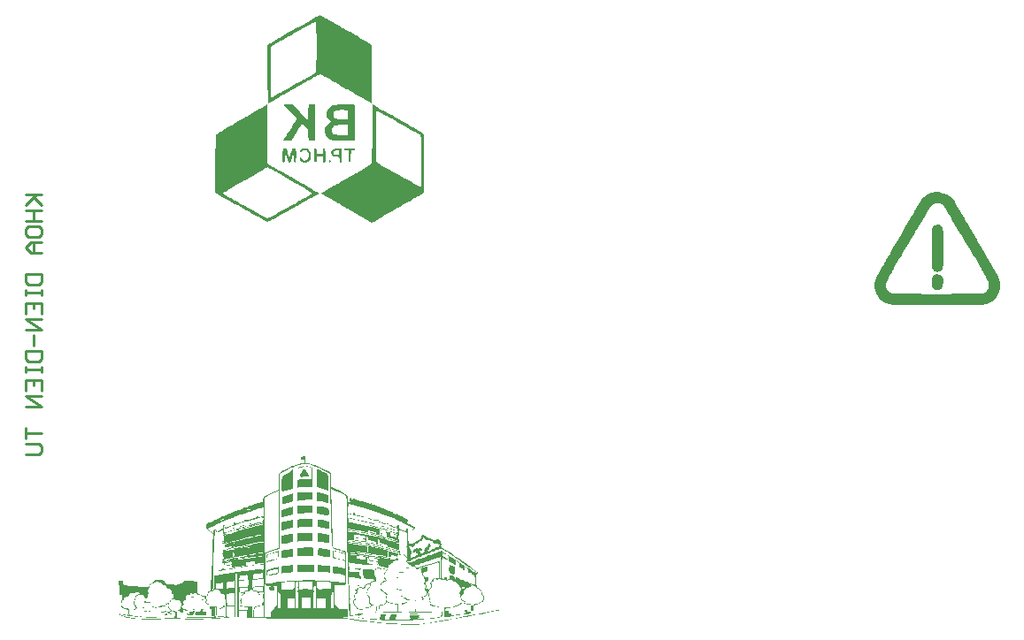
<source format=gbr>
%TF.GenerationSoftware,Altium Limited,Altium Designer,24.9.1 (31)*%
G04 Layer_Color=32896*
%FSLAX45Y45*%
%MOMM*%
%TF.SameCoordinates,27D3D336-BC1F-43B1-B9D8-2BE266924E3D*%
%TF.FilePolarity,Positive*%
%TF.FileFunction,Legend,Bot*%
%TF.Part,Single*%
G01*
G75*
%TA.AperFunction,NonConductor*%
%ADD38C,0.25400*%
G36*
X2889308Y2142706D02*
Y2109376D01*
X2917083Y2107524D01*
X2922638D01*
X2931897Y2105673D01*
X2941155Y2103821D01*
X2954117Y2100118D01*
X2970781Y2094563D01*
X2987446Y2089008D01*
X3007815Y2081601D01*
X3009666D01*
X3017073Y2077898D01*
X3028183Y2074194D01*
X3041145Y2068639D01*
X3055958Y2061233D01*
X3074474Y2051975D01*
X3111508Y2031606D01*
X3137431Y2014941D01*
Y1970502D01*
Y1966798D01*
Y1959392D01*
Y1946430D01*
X3139283Y1931617D01*
Y1927913D01*
Y1920507D01*
Y1911248D01*
X3141134Y1901990D01*
X3142986Y1876067D01*
X3168909Y1868660D01*
X3170761D01*
X3174464Y1866809D01*
X3180019Y1864957D01*
X3187426Y1861254D01*
X3198536Y1857550D01*
X3209646Y1851995D01*
X3239272Y1837182D01*
X3241124D01*
X3244827Y1833479D01*
X3252234Y1829775D01*
X3261492Y1826072D01*
X3278157Y1814962D01*
X3283712Y1809407D01*
X3289267Y1805704D01*
X3291119Y1803852D01*
X3292970Y1800149D01*
X3300377Y1789039D01*
Y1787187D01*
Y1783484D01*
X3302229Y1776077D01*
Y1764967D01*
Y1761264D01*
Y1753857D01*
Y1744599D01*
X3304080Y1737192D01*
X3305932Y1735341D01*
X3307784Y1733489D01*
X3317042D01*
X3322597Y1735341D01*
X3324449Y1737192D01*
X3326300Y1739044D01*
Y1740896D01*
X3324449D01*
X3322597Y1742747D01*
X3317042D01*
X3315190Y1744599D01*
Y1746451D01*
Y1752006D01*
Y1753857D01*
X3317042Y1759412D01*
Y1761264D01*
X3318894Y1763116D01*
X3320745Y1768671D01*
Y1770522D01*
X3322597Y1772374D01*
X3324449Y1774226D01*
X3328152Y1776077D01*
X3331855D01*
X3333707Y1772374D01*
X3335558Y1768671D01*
X3337410Y1766819D01*
X3341113Y1764967D01*
X3342965D01*
X3350372Y1766819D01*
X3354075Y1768671D01*
X3359630Y1770522D01*
X3361482D01*
X3367037Y1766819D01*
X3368888Y1764967D01*
X3374443Y1763116D01*
X3376295D01*
X3381850Y1761264D01*
X3383702D01*
X3387405Y1759412D01*
Y1757561D01*
X3389257Y1755709D01*
Y1753857D01*
Y1750154D01*
X3391108Y1748302D01*
X3394812D01*
Y1750154D01*
X3396663Y1752006D01*
Y1753857D01*
Y1755709D01*
X3398515Y1757561D01*
X3404070D01*
X3405922Y1755709D01*
X3411477Y1752006D01*
X3418883Y1744599D01*
Y1742747D01*
X3422586Y1740896D01*
X3424438Y1737192D01*
X3428141Y1735341D01*
X3429993Y1737192D01*
Y1740896D01*
Y1742747D01*
X3431845Y1744599D01*
Y1746451D01*
X3433696Y1748302D01*
X3435548D01*
X3437400Y1746451D01*
Y1744599D01*
Y1742747D01*
Y1740896D01*
X3441103Y1739044D01*
X3442955D01*
X3446658Y1740896D01*
X3450361D01*
X3457768Y1739044D01*
X3459620D01*
X3463323Y1737192D01*
X3465175Y1735341D01*
X3470730Y1733489D01*
X3474433D01*
X3481840Y1731637D01*
X3485543D01*
X3496653Y1729786D01*
X3500356Y1727934D01*
X3504060Y1724231D01*
X3505911Y1722379D01*
X3507763Y1720527D01*
X3511466Y1716824D01*
X3515170Y1714972D01*
Y1716824D01*
X3517021Y1718676D01*
Y1722379D01*
Y1724231D01*
Y1726082D01*
X3518873Y1729786D01*
X3522576D01*
X3526279Y1727934D01*
X3528131Y1724231D01*
X3531834Y1716824D01*
X3533686Y1713121D01*
X3537389Y1709417D01*
X3550351D01*
X3557758Y1707566D01*
X3561461D01*
X3565164Y1703862D01*
X3567016Y1702011D01*
X3572571Y1698307D01*
X3576274D01*
X3583681Y1696456D01*
X3587384D01*
X3594791Y1694604D01*
X3598494Y1692753D01*
X3602198Y1690901D01*
Y1689049D01*
X3605901Y1685346D01*
X3607753D01*
X3611456Y1687198D01*
X3613307D01*
X3618862Y1685346D01*
X3620714D01*
X3622566Y1683494D01*
X3624417Y1681643D01*
X3629972Y1677939D01*
X3639231D01*
X3642934Y1676088D01*
Y1674236D01*
X3644786Y1672384D01*
Y1670533D01*
X3646637Y1668681D01*
X3648489D01*
X3650341Y1670533D01*
X3655896D01*
X3657747Y1668681D01*
X3661451Y1664978D01*
X3663302Y1663126D01*
X3667006Y1659423D01*
X3672561D01*
X3674412Y1661274D01*
X3678116D01*
X3681819Y1657571D01*
Y1655719D01*
X3683671Y1653868D01*
Y1648313D01*
Y1642758D01*
X3681819Y1633499D01*
X3685522Y1642758D01*
Y1644609D01*
X3689226Y1648313D01*
X3692929Y1652016D01*
X3696632Y1653868D01*
X3700335D01*
X3702187Y1652016D01*
X3704039Y1648313D01*
X3705890Y1646461D01*
X3709594Y1642758D01*
X3715149D01*
X3718852Y1644609D01*
X3722555Y1642758D01*
X3729962Y1639054D01*
X3731814Y1637203D01*
X3733665Y1633499D01*
X3735517Y1627944D01*
X3733665Y1622389D01*
Y1620538D01*
X3735517Y1614983D01*
X3737369D01*
X3739220Y1613131D01*
X3741072D01*
X3742924Y1614983D01*
Y1616834D01*
Y1620538D01*
Y1622389D01*
X3741072Y1624241D01*
X3742924Y1626093D01*
X3746627Y1627944D01*
X3748479D01*
X3750330Y1629796D01*
X3755885Y1627944D01*
X3759589Y1626093D01*
Y1624241D01*
X3761440Y1622389D01*
X3759589D01*
X3755885Y1624241D01*
X3754034D01*
X3752182Y1626093D01*
X3750330D01*
Y1624241D01*
X3752182Y1620538D01*
X3754034Y1618686D01*
X3757737Y1616834D01*
X3759589D01*
X3761440Y1618686D01*
X3763292Y1620538D01*
X3765144Y1622389D01*
X3772550D01*
X3774402Y1620538D01*
X3776254Y1618686D01*
Y1616834D01*
X3779957Y1614983D01*
X3785512D01*
X3792918Y1613131D01*
X3807732D01*
X3809583Y1611279D01*
X3807732Y1609428D01*
X3805880Y1607576D01*
X3802177Y1605724D01*
X3800325D01*
X3798473Y1602021D01*
X3796622Y1600170D01*
Y1598318D01*
X3798473D01*
X3802177Y1596466D01*
X3804028D01*
X3807732Y1594615D01*
Y1596466D01*
X3805880Y1598318D01*
X3807732Y1600170D01*
X3809583Y1602021D01*
X3811435Y1603873D01*
X3813287D01*
X3816990Y1602021D01*
X3818842D01*
X3820693Y1600170D01*
X3822545Y1598318D01*
X3824397Y1596466D01*
X3829952Y1592763D01*
X3831803D01*
X3835507Y1589060D01*
X3841062Y1587208D01*
X3848468Y1583505D01*
X3852172Y1581653D01*
X3859578Y1577950D01*
X3866985Y1572395D01*
X3872540Y1568691D01*
Y1564988D01*
Y1559433D01*
X3870688Y1552026D01*
X3868837Y1533510D01*
X3905870Y1516845D01*
X3909573Y1514993D01*
X3916980Y1511290D01*
X3926238Y1505735D01*
X3935496Y1500180D01*
X3937348Y1498328D01*
X3939200Y1496477D01*
X3942903Y1492773D01*
X3944755Y1489070D01*
X3942903Y1487218D01*
X3941051Y1483515D01*
X3937348Y1477960D01*
X3935496Y1476108D01*
X3929941Y1472405D01*
X3922535Y1468702D01*
X3911425Y1461295D01*
X3878095Y1440927D01*
Y1387229D01*
Y1383525D01*
Y1374267D01*
X3879947Y1363157D01*
X3881798Y1350195D01*
Y1348344D01*
Y1344640D01*
X3883650Y1339085D01*
Y1337234D01*
X3889205D01*
X3891056Y1335382D01*
X3892908Y1333530D01*
X3896611Y1331679D01*
X3902166D01*
Y1333530D01*
X3898463Y1335382D01*
X3896611D01*
X3894760Y1337234D01*
X3892908Y1339085D01*
X3898463D01*
X3902166Y1337234D01*
X3909573Y1335382D01*
X3911425D01*
X3918831Y1333530D01*
X3920683D01*
Y1335382D01*
X3922535Y1339085D01*
X3926238Y1342789D01*
X3929941Y1346492D01*
X3937348Y1350195D01*
X3946606Y1355750D01*
X3948458D01*
X3950310Y1359454D01*
X3961420Y1365009D01*
X3972530Y1370564D01*
X3976233Y1374267D01*
X3987343D01*
Y1376119D01*
X3989194Y1377970D01*
Y1379822D01*
X3994749D01*
X3996601Y1377970D01*
Y1379822D01*
Y1381674D01*
Y1385377D01*
Y1389080D01*
Y1390932D01*
X3998453Y1394635D01*
X4002156Y1405745D01*
Y1407597D01*
X4004008Y1411300D01*
X4007711Y1415004D01*
X4011414Y1418707D01*
Y1420559D01*
X4013266Y1422410D01*
X4015118Y1424262D01*
X4026228D01*
X4028079Y1422410D01*
Y1420559D01*
X4029931Y1416855D01*
Y1415004D01*
X4031783Y1411300D01*
X4033634Y1415004D01*
X4041041D01*
X4042893Y1413152D01*
X4048448Y1409449D01*
X4052151Y1407597D01*
X4055854Y1403894D01*
X4063261Y1398339D01*
X4065113D01*
X4068816Y1394635D01*
X4079926Y1390932D01*
X4081777D01*
X4083629Y1389080D01*
X4094739Y1385377D01*
X4096591Y1383525D01*
X4098442D01*
Y1381674D01*
X4100294Y1379822D01*
X4113256D01*
X4115107Y1376119D01*
X4116959Y1374267D01*
X4120662Y1370564D01*
X4122514D01*
X4126217Y1372415D01*
X4129921Y1374267D01*
X4142882D01*
Y1376119D01*
Y1377970D01*
X4144734D01*
X4148437Y1379822D01*
X4150289Y1381674D01*
X4163251D01*
X4172509Y1377970D01*
X4176212Y1376119D01*
X4179915Y1372415D01*
X4183619Y1366860D01*
X4185470Y1365009D01*
X4187322Y1357602D01*
X4192877Y1348344D01*
X4196580Y1335382D01*
Y1333530D01*
X4198432Y1327975D01*
Y1322421D01*
X4192877D01*
Y1320569D01*
Y1316866D01*
X4194729Y1313162D01*
X4200284Y1307607D01*
X4209542Y1298349D01*
X4213245Y1296497D01*
X4220652Y1290942D01*
X4233614Y1281684D01*
X4250279Y1270574D01*
X4253982Y1268722D01*
X4265092Y1261316D01*
X4281757Y1250206D01*
X4303977Y1233541D01*
X4331752Y1215024D01*
X4365081Y1192804D01*
X4400263Y1168733D01*
X4439148Y1140958D01*
X4440999D01*
X4442851Y1137255D01*
X4448406Y1133551D01*
X4455813Y1129848D01*
X4472478Y1116886D01*
X4492846Y1102073D01*
X4513214Y1087260D01*
X4529879Y1074298D01*
X4537286Y1068743D01*
X4540989Y1065040D01*
X4544692Y1061336D01*
X4546544Y1059485D01*
Y1057633D01*
X4544692Y1055781D01*
X4542841D01*
X4537286Y1053930D01*
X4535434D01*
X4533582Y1052078D01*
X4531731Y1050226D01*
X4529879Y1044672D01*
Y1042820D01*
Y1039117D01*
X4528028Y1035413D01*
Y1028007D01*
Y1020600D01*
Y1009490D01*
Y994677D01*
Y992825D01*
Y987270D01*
Y979863D01*
Y970605D01*
X4529879Y950237D01*
X4531731Y939127D01*
X4533582Y931720D01*
Y928017D01*
X4537286Y922462D01*
X4540989Y916907D01*
X4546544Y913204D01*
X4548396D01*
X4552099Y911352D01*
X4561357Y907649D01*
X4570616Y898390D01*
X4572467Y896539D01*
X4576171Y889132D01*
X4581726Y881725D01*
X4583577Y872467D01*
Y868764D01*
X4585429Y865061D01*
X4587281Y859506D01*
Y857654D01*
X4589132Y855802D01*
X4594687Y848396D01*
X4596539Y846544D01*
X4600242Y837286D01*
X4602094Y824324D01*
Y805807D01*
Y803956D01*
X4600242Y802104D01*
X4596539Y792846D01*
X4590984Y783587D01*
X4587281Y781736D01*
X4581726Y779884D01*
X4579874D01*
X4572467Y776181D01*
X4570616D01*
X4568764Y774329D01*
X4559506Y766923D01*
X4557654Y765071D01*
X4553951Y763219D01*
X4548396Y759516D01*
X4542841Y755813D01*
X4540989D01*
X4537286Y753961D01*
X4531731Y752109D01*
X4515066D01*
X4509511Y748406D01*
X4503956Y744703D01*
Y742851D01*
X4502104Y739148D01*
X4500253Y728038D01*
Y720631D01*
Y711373D01*
Y709521D01*
X4498401Y703966D01*
Y696559D01*
Y692856D01*
X4496549Y691004D01*
Y692856D01*
X4494698Y694708D01*
Y696559D01*
X4492846Y700263D01*
Y707669D01*
Y720631D01*
Y722483D01*
Y724334D01*
Y733593D01*
X4494698Y744703D01*
X4498401Y755813D01*
Y757664D01*
X4503956D01*
X4507659Y759516D01*
X4537286D01*
X4539137Y763219D01*
X4544692Y765071D01*
X4552099Y770626D01*
X4553951Y772478D01*
X4555802Y774329D01*
X4566912Y781736D01*
X4570616Y783587D01*
X4576171Y785439D01*
X4578022D01*
X4579874Y787291D01*
X4585429Y789142D01*
X4589132Y792846D01*
Y794697D01*
X4590984Y800252D01*
X4592836Y807659D01*
X4594687Y818769D01*
Y820621D01*
Y826176D01*
X4592836Y837286D01*
Y839137D01*
X4590984Y840989D01*
X4587281Y844692D01*
X4585429Y846544D01*
X4583577Y848396D01*
X4581726Y853951D01*
Y855802D01*
X4579874Y857654D01*
X4578022Y865061D01*
Y866912D01*
X4576171Y874319D01*
X4574319Y881725D01*
X4570616Y890984D01*
X4568764Y892835D01*
X4565061Y898390D01*
X4557654Y902094D01*
X4548396Y905797D01*
X4546544D01*
X4544692Y907649D01*
X4537286Y911352D01*
X4535434D01*
X4533582Y913204D01*
X4529879Y918759D01*
X4528028Y922462D01*
X4522473Y928017D01*
X4513214Y933572D01*
X4500253Y937275D01*
X4487291D01*
X4476181Y933572D01*
X4465071Y924314D01*
X4463219D01*
X4461368Y920610D01*
X4453961Y915055D01*
X4450258D01*
X4442851Y913204D01*
X4440999D01*
X4435445Y911352D01*
X4433593Y909500D01*
X4429890Y907649D01*
Y905797D01*
X4426186Y902094D01*
X4424335Y900242D01*
X4418780Y894687D01*
X4416928D01*
X4415076Y892835D01*
X4411373Y890984D01*
X4409521Y887280D01*
Y885429D01*
X4407670Y883577D01*
Y872467D01*
Y870615D01*
Y865061D01*
Y859506D01*
X4405818Y853951D01*
X4403966Y852099D01*
X4400263Y850247D01*
X4396560Y846544D01*
X4394708D01*
X4392856Y844692D01*
X4389153Y839137D01*
X4387301Y837286D01*
Y828027D01*
Y826176D01*
Y818769D01*
X4389153Y811362D01*
X4392856Y803956D01*
X4394708D01*
X4398411Y800252D01*
X4405818Y796549D01*
X4416928Y790994D01*
X4418780Y789142D01*
X4422483Y787291D01*
X4426186Y783587D01*
X4429890Y781736D01*
X4411373D01*
X4409521Y779884D01*
X4411373Y778032D01*
X4415076Y774329D01*
X4422483Y768774D01*
X4426186Y766923D01*
X4435445Y763219D01*
X4470626D01*
X4474329Y761368D01*
X4472478Y759516D01*
X4468774Y757664D01*
X4459516Y755813D01*
X4439148D01*
X4428038Y759516D01*
X4426186Y761368D01*
X4418780Y765071D01*
X4411373Y770626D01*
X4405818Y779884D01*
X4398411Y794697D01*
X4392856Y778032D01*
X4391005Y776181D01*
X4389153Y770626D01*
X4378043Y755813D01*
X4376191Y753961D01*
X4370636Y750258D01*
X4363230Y746554D01*
X4352120Y744703D01*
X4350268D01*
X4346565Y742851D01*
X4337307Y739148D01*
X4335455D01*
X4333603Y737296D01*
X4329900D01*
X4328048Y735444D01*
X4324345Y733593D01*
X4318790Y731741D01*
X4311383Y728038D01*
X4309532D01*
X4302125Y726186D01*
X4291015D01*
X4274350Y724334D01*
X4270647D01*
X4259537Y722483D01*
X4246575Y720631D01*
X4237317Y716928D01*
X4235465D01*
X4231762Y715076D01*
X4229910Y713224D01*
X4228059Y711373D01*
X4229910Y709521D01*
X4231762Y705818D01*
Y703966D01*
Y698411D01*
Y696559D01*
X4233614D01*
X4237317Y694708D01*
X4239169D01*
X4248427Y692856D01*
X4257685D01*
X4261388Y691004D01*
X4263240Y689153D01*
X4265092Y685449D01*
X4266943Y679894D01*
X4268795Y676191D01*
X4272498Y670636D01*
X4274350D01*
X4279905Y668785D01*
X4283608D01*
X4287312Y666933D01*
X4291015Y663230D01*
Y659526D01*
Y657675D01*
X4287312Y653971D01*
X4285460Y652120D01*
X4287312Y650268D01*
X4294718D01*
X4298422Y652120D01*
X4303977D01*
X4311383Y653971D01*
X4322493Y655823D01*
X4337307Y657675D01*
X4355823Y659526D01*
X4359526D01*
X4370636Y661378D01*
X4385450Y663230D01*
X4402115Y665081D01*
X4405818D01*
X4411373Y666933D01*
X4418780Y668785D01*
X4422483D01*
Y670636D01*
X4424335Y672488D01*
Y678043D01*
Y679894D01*
X4422483Y683598D01*
X4420631Y691004D01*
X4418780Y698411D01*
Y700263D01*
X4416928Y702114D01*
X4415076Y703966D01*
X4416928D01*
X4420631Y705818D01*
X4431741D01*
X4433593Y703966D01*
X4440999Y702114D01*
X4442851Y700263D01*
X4446554Y694708D01*
Y691004D01*
X4450258Y685449D01*
X4452109D01*
X4455813Y683598D01*
X4457664D01*
X4459516Y681746D01*
Y679894D01*
X4461368Y678043D01*
Y676191D01*
X4463219Y674340D01*
X4465071D01*
X4466923Y672488D01*
X4468774Y676191D01*
X4470626Y683598D01*
X4472478Y689153D01*
X4474329Y698411D01*
Y700263D01*
Y703966D01*
X4476181Y707669D01*
Y715076D01*
X4478033Y733593D01*
X4481736Y757664D01*
Y755813D01*
Y752109D01*
Y744703D01*
Y733593D01*
Y731741D01*
Y724334D01*
Y713224D01*
Y702114D01*
Y700263D01*
X4479884Y694708D01*
Y689153D01*
X4478033Y685449D01*
Y683598D01*
X4476181Y679894D01*
X4474329Y674340D01*
X4468774Y668785D01*
X4466923D01*
X4461368Y666933D01*
X4453961Y665081D01*
X4442851Y663230D01*
X4435445D01*
X4428038Y661378D01*
X4416928D01*
X4402115Y659526D01*
X4383598Y657675D01*
X4361378Y653971D01*
X4357675D01*
X4350268Y652120D01*
X4339158Y650268D01*
X4326197Y648416D01*
X4311383Y646565D01*
X4300273Y644713D01*
X4289163D01*
X4283608Y642861D01*
X4281757Y641010D01*
X4278053D01*
X4270647Y639158D01*
X4255833D01*
X4248427Y637306D01*
X4231762D01*
X4220652Y635455D01*
X4216949D01*
X4209542Y633603D01*
X4198432D01*
X4187322Y631751D01*
X4183619D01*
X4174360Y629900D01*
X4157696Y628048D01*
X4135476Y624345D01*
X4109552Y622493D01*
X4078074Y618790D01*
X4044744Y615086D01*
X4005859Y613235D01*
X3994749D01*
X3987343Y611383D01*
X3978084D01*
X3966975Y609531D01*
X3939200Y607680D01*
X3907721Y605828D01*
X3870688Y603976D01*
X3833655D01*
X3792918Y602125D01*
X3726259D01*
X3694781Y603976D01*
X3659599D01*
X3585533Y607680D01*
X3576274D01*
X3568868Y609531D01*
X3552203D01*
X3529983Y611383D01*
X3505911Y615086D01*
X3479988Y616938D01*
X3454065Y620641D01*
X3429993Y624345D01*
X3426290D01*
X3418883Y626196D01*
X3409625Y628048D01*
X3404070Y629900D01*
X3402218D01*
X3400367Y631751D01*
X3398515Y635455D01*
Y639158D01*
Y641010D01*
Y646565D01*
Y648416D01*
X3396663Y650268D01*
Y652120D01*
X3372592D01*
X3363333Y650268D01*
X3352223Y648416D01*
X3348520D01*
X3341113Y646565D01*
X3328152Y644713D01*
X3313339Y641010D01*
X3300377D01*
X3289267Y639158D01*
X3265195D01*
X3259640Y637306D01*
X3252234D01*
X3250382Y635455D01*
X3252234D01*
X3257789Y633603D01*
X3267047Y629900D01*
X3270750D01*
X3278157Y628048D01*
X3289267Y626196D01*
X3304080Y622493D01*
X3307784D01*
X3315190Y620641D01*
X3330004Y618790D01*
X3348520Y615086D01*
X3370740Y611383D01*
X3396663Y607680D01*
X3426290Y603976D01*
X3459620Y600273D01*
X3463323D01*
X3474433Y598421D01*
X3491098Y596570D01*
X3515170Y592866D01*
X3541093Y591015D01*
X3570719Y587311D01*
X3604049Y583608D01*
X3637379Y579905D01*
X3641082D01*
X3652192Y578053D01*
X3670709D01*
X3692929Y576202D01*
X3718852Y574350D01*
X3748479Y572498D01*
X3811435Y568795D01*
X3824397D01*
X3839210Y566943D01*
X3879947D01*
X3900315Y565092D01*
X3985491D01*
X3978084Y563240D01*
X3966975D01*
X3954013Y561388D01*
X3866985D01*
X3848468Y563240D01*
X3824397D01*
X3798473Y565092D01*
X3770699D01*
X3739220Y566943D01*
X3735517D01*
X3724407Y568795D01*
X3705890D01*
X3683671Y570647D01*
X3657747Y574350D01*
X3626269Y576202D01*
X3592939Y579905D01*
X3559609Y583608D01*
X3555906D01*
X3550351Y585460D01*
X3542944D01*
X3524428Y587311D01*
X3502208Y589163D01*
X3474433Y592866D01*
X3444806Y596570D01*
X3381850Y605828D01*
X3300377Y616938D01*
X2844869Y618790D01*
X2511570D01*
X2494905Y620641D01*
X2465278D01*
X2463427Y622493D01*
X2470833D01*
X2559713Y624345D01*
X2337514Y628048D01*
X2335662Y663230D01*
X2333810Y696559D01*
X2256041D01*
Y666933D01*
Y665081D01*
Y659526D01*
Y644713D01*
Y642861D01*
X2254189Y641010D01*
Y637306D01*
X2252337Y635455D01*
Y637306D01*
Y639158D01*
X2250486Y642861D01*
Y650268D01*
Y661378D01*
Y678043D01*
Y698411D01*
Y702114D01*
Y709521D01*
Y722483D01*
Y740999D01*
Y763219D01*
Y789142D01*
Y816917D01*
Y848396D01*
Y850247D01*
Y852099D01*
Y863209D01*
Y879874D01*
Y900242D01*
Y924314D01*
Y948385D01*
Y972457D01*
Y996528D01*
Y998380D01*
Y1005787D01*
Y1015045D01*
X2248634Y1026155D01*
Y1037265D01*
Y1046523D01*
Y1052078D01*
X2246782Y1048375D01*
Y1040968D01*
Y1029858D01*
X2244931Y1013193D01*
Y992825D01*
Y989122D01*
Y981715D01*
Y968753D01*
X2243079Y950237D01*
Y928017D01*
Y903945D01*
X2241227Y874319D01*
Y842841D01*
X2239376Y633603D01*
Y848396D01*
Y850247D01*
Y853951D01*
Y859506D01*
Y866912D01*
Y887280D01*
Y911352D01*
Y939127D01*
Y966902D01*
Y990973D01*
Y1013193D01*
Y1015045D01*
Y1020600D01*
Y1029858D01*
X2237524Y1039117D01*
Y1046523D01*
X2235672Y1055781D01*
Y1061336D01*
X2233821Y1063188D01*
X2231969D01*
Y1059485D01*
X2230117Y1055781D01*
X2228266Y1048375D01*
X2226414Y1039117D01*
X2224562Y1024303D01*
Y1003935D01*
Y1002083D01*
Y992825D01*
Y978012D01*
X2222711Y957643D01*
Y929869D01*
Y894687D01*
Y852099D01*
Y829879D01*
Y803956D01*
Y631751D01*
X2206046D01*
Y633603D01*
X2209749Y635455D01*
X2211601Y637306D01*
X2213453Y641010D01*
X2215304Y648416D01*
Y650268D01*
Y657675D01*
X2217156Y670636D01*
Y689153D01*
Y691004D01*
Y696559D01*
Y702114D01*
Y711373D01*
Y726186D01*
Y731741D01*
X2215304Y735444D01*
X2213453D01*
X2211601Y737296D01*
X2207898D01*
X2202343Y739148D01*
X2194936D01*
X2183826Y740999D01*
X2137534D01*
Y691004D01*
Y689153D01*
Y685449D01*
Y678043D01*
Y670636D01*
X2139386Y653971D01*
Y646565D01*
X2141238Y642861D01*
X2146793Y641010D01*
X2154199Y639158D01*
X2172716D01*
X2181974Y637306D01*
X2183826D01*
X2185678Y635455D01*
X2183826Y633603D01*
X2178271D01*
X2170864Y631751D01*
X2159754Y629900D01*
X2141238Y628048D01*
X2119018Y626196D01*
X2106056D01*
X2089391Y624345D01*
X2065320Y622493D01*
X2033841Y620641D01*
X1996808Y618790D01*
X1950517Y615086D01*
X1926445D01*
X1898670Y613235D01*
X1889412D01*
X1878302Y611383D01*
X1863489D01*
X1843121Y609531D01*
X1819049D01*
X1789422Y607680D01*
X1517228D01*
X1493157Y609531D01*
X1463530D01*
X1432052Y611383D01*
X1365392Y613235D01*
X1337617D01*
X1320952Y615086D01*
X1285771D01*
X1270958Y616938D01*
X1257996D01*
X1250589Y618790D01*
X1241331Y620641D01*
X1230221Y622493D01*
X1215408Y626196D01*
X1198743Y629900D01*
X1161710Y639158D01*
X1159858D01*
X1154303Y641010D01*
X1145045Y644713D01*
X1137638Y646565D01*
X1128380Y650268D01*
X1120973Y653971D01*
X1119121Y657675D01*
Y659526D01*
Y661378D01*
X1120973D01*
Y663230D01*
X1119121Y665081D01*
X1117270Y666933D01*
X1122825D01*
X1130231Y665081D01*
X1139490Y663230D01*
X1150600Y661378D01*
X1163561Y657675D01*
X1174671D01*
X1183930Y655823D01*
X1189485D01*
X1191336Y657675D01*
X1193188Y661378D01*
X1196891Y670636D01*
X1198743Y678043D01*
Y687301D01*
Y689153D01*
Y694708D01*
Y698411D01*
X1196891Y702114D01*
X1193188Y703966D01*
X1189485Y705818D01*
X1183930Y707669D01*
X1182078D01*
X1174671Y711373D01*
X1163561Y715076D01*
X1152451Y722483D01*
X1148748Y724334D01*
X1143193Y729889D01*
X1135786Y737296D01*
X1132083Y744703D01*
Y746554D01*
X1130231Y752109D01*
X1128380Y761368D01*
Y770626D01*
Y772478D01*
Y778032D01*
X1132083Y785439D01*
X1135786Y794697D01*
X1137638Y796549D01*
X1139490Y802104D01*
X1141341Y811362D01*
X1143193Y824324D01*
Y826176D01*
Y828027D01*
Y835434D01*
X1141341Y842841D01*
X1139490Y846544D01*
X1128380D01*
X1126528Y848396D01*
X1120973Y850247D01*
X1119121D01*
X1115418Y846544D01*
X1113566Y844692D01*
Y840989D01*
Y835434D01*
X1111715Y833582D01*
Y837286D01*
Y840989D01*
Y846544D01*
Y848396D01*
Y850247D01*
Y861357D01*
Y878022D01*
Y900242D01*
X1109863Y983567D01*
X1152451D01*
Y961347D01*
Y959495D01*
Y955792D01*
Y950237D01*
X1154303Y944682D01*
X1156155Y942830D01*
X1161710Y940979D01*
X1165413D01*
X1172820Y939127D01*
X1183930Y937275D01*
X1198743Y935424D01*
X1220963Y933572D01*
X1233924D01*
X1248738Y931720D01*
X1265403Y929869D01*
X1283919Y928017D01*
X1287623D01*
X1300584Y926165D01*
X1317249D01*
X1335766Y924314D01*
X1356134D01*
X1372799Y922462D01*
X1393167D01*
X1395019Y924314D01*
X1398722Y928017D01*
Y929869D01*
Y931720D01*
X1400574Y939127D01*
Y940979D01*
X1402425Y944682D01*
X1404277Y950237D01*
X1411684Y955792D01*
X1413535Y957643D01*
X1417239Y959495D01*
X1422794Y961347D01*
X1430200Y963198D01*
X1432052D01*
X1435755Y965050D01*
Y966902D01*
X1437607Y972457D01*
Y974308D01*
X1439459Y976160D01*
X1443162Y978012D01*
Y979863D01*
X1445014Y981715D01*
X1454272Y987270D01*
X1456124Y989122D01*
X1461679Y990973D01*
X1469085Y994677D01*
X1487602D01*
X1493157Y992825D01*
X1502415Y990973D01*
X1513525Y989122D01*
X1528338Y987270D01*
X1530190D01*
X1535745Y985418D01*
X1543152Y983567D01*
X1546855Y979863D01*
X1548707Y978012D01*
X1550558Y976160D01*
Y970605D01*
Y968753D01*
X1552410Y963198D01*
X1554262Y957643D01*
X1559817Y953940D01*
X1565372D01*
X1570927Y952089D01*
X1578333D01*
X1589443Y950237D01*
X1606108Y948385D01*
X1624625Y946534D01*
X1628328D01*
X1637586Y944682D01*
X1648696Y942830D01*
X1667213D01*
X1669064Y944682D01*
X1670916Y946534D01*
X1672768D01*
X1678323Y948385D01*
X1680174D01*
X1683878Y950237D01*
X1694988Y953940D01*
X1696839D01*
X1702394Y955792D01*
X1709801Y957643D01*
X1715356Y959495D01*
X1717208Y963198D01*
X1719059Y965050D01*
X1720911Y970605D01*
X1722763Y972457D01*
X1726466Y976160D01*
X1735724Y981715D01*
X1743131D01*
X1752389Y983567D01*
X1757944D01*
X1763499Y985418D01*
X1770906D01*
X1791274Y983567D01*
X1817197Y981715D01*
X1819049D01*
X1826456Y979863D01*
X1837566Y978012D01*
X1846824Y976160D01*
X1854230D01*
X1857934Y974308D01*
X1861637D01*
Y972457D01*
Y966902D01*
X1863489Y957643D01*
Y955792D01*
Y948385D01*
Y937275D01*
X1861637Y922462D01*
Y920610D01*
Y916907D01*
Y911352D01*
Y903945D01*
Y887280D01*
Y881725D01*
Y876170D01*
Y874319D01*
X1863489Y870615D01*
X1867192Y859506D01*
X1869044Y857654D01*
X1878302Y853951D01*
X1882005D01*
X1887560Y852099D01*
X1889412D01*
X1896819Y850247D01*
X1898670Y848396D01*
X1900522Y846544D01*
X1902374Y844692D01*
X1907929Y840989D01*
X1909780Y839137D01*
X1919039Y837286D01*
X1920890D01*
X1924594Y835434D01*
X1928297Y833582D01*
X1932000Y831731D01*
X1933852Y833582D01*
X1937555Y837286D01*
X1943110Y840989D01*
X1944962Y842841D01*
X1952368Y850247D01*
Y852099D01*
X1954220Y855802D01*
X1956072Y859506D01*
X1957923Y865061D01*
Y866912D01*
X1959775Y868764D01*
X1965330Y876170D01*
Y878022D01*
X1967182Y879874D01*
X1974588Y883577D01*
X1976440D01*
X1978292Y885429D01*
X1985698Y892835D01*
Y894687D01*
X1987550Y898390D01*
X1989402Y903945D01*
Y911352D01*
Y913204D01*
Y918759D01*
Y928017D01*
X1991253Y944682D01*
Y946534D01*
Y948385D01*
Y961347D01*
Y978012D01*
X1993105Y996528D01*
Y998380D01*
Y1002083D01*
Y1009490D01*
X1994957Y1020600D01*
Y1033562D01*
X1996808Y1050226D01*
Y1070595D01*
X1998660Y1092815D01*
Y1096518D01*
Y1103925D01*
Y1116886D01*
X2000512Y1131700D01*
Y1152068D01*
X2002363Y1172436D01*
X2004215Y1220579D01*
Y1224283D01*
Y1231689D01*
Y1244651D01*
X2006067Y1261316D01*
Y1279832D01*
Y1300201D01*
X2007918Y1342789D01*
Y1344640D01*
Y1352047D01*
Y1359454D01*
Y1370564D01*
X2009770Y1392784D01*
Y1402042D01*
Y1407597D01*
Y1429817D01*
X1978292Y1453888D01*
X1946813Y1477960D01*
Y1502032D01*
Y1527955D01*
X1970885Y1537213D01*
X1972737Y1539065D01*
X1976440Y1540916D01*
X1989402Y1544620D01*
X1991253D01*
X1994957Y1546471D01*
X1998660Y1548323D01*
X2004215D01*
Y1550175D01*
Y1552026D01*
X2007918Y1553878D01*
X2011622Y1555730D01*
X2013473Y1557581D01*
X2017177Y1559433D01*
X2024583Y1563136D01*
X2033841Y1566840D01*
X2035693Y1568691D01*
X2041248Y1570543D01*
X2048655Y1574246D01*
X2057913Y1577950D01*
X2059765Y1579801D01*
X2063468Y1581653D01*
X2067171Y1583505D01*
X2070875Y1585356D01*
X2072726Y1587208D01*
X2080133D01*
X2083836Y1589060D01*
X2085688Y1590911D01*
X2091243Y1594615D01*
X2093095Y1596466D01*
X2096798Y1598318D01*
X2104205Y1600170D01*
X2111611D01*
X2113463Y1598318D01*
X2115315Y1596466D01*
X2117166Y1589060D01*
Y1585356D01*
X2115315Y1579801D01*
X2113463D01*
X2107908Y1577950D01*
X2106056D01*
X2104205Y1576098D01*
X2102353Y1574246D01*
X2100501Y1572395D01*
X2098650Y1570543D01*
X2096798D01*
X2091243Y1568691D01*
X2089391D01*
Y1570543D01*
X2087540Y1572395D01*
Y1574246D01*
Y1576098D01*
X2089391Y1577950D01*
X2087540Y1579801D01*
X2085688D01*
X2083836Y1576098D01*
Y1574246D01*
Y1566840D01*
Y1564988D01*
Y1563136D01*
Y1561285D01*
X2085688Y1559433D01*
X2087540D01*
X2093095Y1561285D01*
X2102353Y1564988D01*
X2104205D01*
X2107908Y1566840D01*
X2117166Y1574246D01*
Y1576098D01*
X2120870Y1577950D01*
X2124573Y1585356D01*
Y1587208D01*
Y1589060D01*
Y1594615D01*
Y1596466D01*
X2122721Y1598318D01*
X2120870D01*
Y1600170D01*
Y1602021D01*
Y1603873D01*
X2122721Y1605724D01*
X2124573Y1609428D01*
X2126424Y1611279D01*
X2128276Y1613131D01*
X2131979D01*
X2135683Y1614983D01*
X2137534D01*
X2139386Y1616834D01*
X2150496Y1620538D01*
X2152348D01*
X2154199Y1622389D01*
X2165309Y1626093D01*
X2167161Y1627944D01*
X2170864D01*
X2174568Y1629796D01*
X2180123Y1631648D01*
X2191233Y1635351D01*
X2193084Y1637203D01*
X2200491Y1639054D01*
X2209749Y1644609D01*
X2219008Y1648313D01*
X2222711Y1650164D01*
X2231969Y1652016D01*
X2244931D01*
X2246782Y1650164D01*
Y1652016D01*
X2244931Y1653868D01*
Y1655719D01*
X2246782Y1659423D01*
X2252337Y1661274D01*
X2254189D01*
X2256041Y1663126D01*
X2259744D01*
X2263447Y1661274D01*
X2265299D01*
X2269002Y1663126D01*
X2272706Y1664978D01*
X2278261Y1668681D01*
X2280112Y1670533D01*
X2285667Y1672384D01*
X2294926Y1676088D01*
X2307887Y1681643D01*
X2311590Y1683494D01*
X2317145Y1685346D01*
X2324552Y1687198D01*
X2328255D01*
X2330107Y1685346D01*
X2331959Y1679791D01*
Y1676088D01*
Y1668681D01*
Y1664978D01*
X2333810Y1659423D01*
Y1657571D01*
X2337514Y1655719D01*
X2344920D01*
X2352327Y1657571D01*
X2361585Y1661274D01*
X2363437Y1663126D01*
X2367140Y1664978D01*
X2370844Y1666829D01*
X2372695Y1670533D01*
Y1672384D01*
X2370844Y1674236D01*
X2367140D01*
X2359734Y1672384D01*
X2357882D01*
X2352327Y1670533D01*
X2344920Y1668681D01*
X2341217D01*
Y1670533D01*
X2339365Y1672384D01*
X2337514Y1679791D01*
X2339365Y1692753D01*
X2341217Y1694604D01*
X2348624Y1698307D01*
X2354179D01*
X2361585Y1700159D01*
X2365289D01*
X2372695Y1702011D01*
X2381954Y1703862D01*
X2389360D01*
X2391212Y1702011D01*
X2389360Y1705714D01*
Y1707566D01*
X2393064Y1711269D01*
X2400470Y1714972D01*
X2402322Y1716824D01*
X2409728Y1718676D01*
X2420838Y1720527D01*
X2435652Y1724231D01*
X2439355D01*
X2448613Y1726082D01*
X2452317Y1727934D01*
X2457872Y1731637D01*
X2459723Y1733489D01*
X2461575D01*
X2459723Y1729786D01*
Y1727934D01*
Y1726082D01*
X2461575Y1727934D01*
X2467130Y1731637D01*
X2468982Y1733489D01*
X2472685Y1735341D01*
X2478240Y1737192D01*
X2481943D01*
X2483795Y1735341D01*
X2485647Y1731637D01*
X2487498Y1722379D01*
Y1720527D01*
Y1718676D01*
X2489350Y1720527D01*
Y1722379D01*
Y1726082D01*
Y1733489D01*
Y1742747D01*
X2491202Y1783484D01*
X2563416Y1818665D01*
X2635631Y1855699D01*
Y2011238D01*
X2659703Y2026051D01*
X2661554Y2027903D01*
X2667109Y2031606D01*
X2678219Y2037161D01*
X2689329Y2044568D01*
X2705994Y2051975D01*
X2724511Y2061233D01*
X2743027Y2070491D01*
X2765247Y2079749D01*
X2767099Y2081601D01*
X2774505Y2083453D01*
X2785615Y2087156D01*
X2798577Y2092711D01*
X2830055Y2101969D01*
X2844869Y2105673D01*
X2859682Y2107524D01*
X2861534D01*
X2868940Y2109376D01*
X2876347D01*
X2881902Y2111228D01*
X2883753Y2114931D01*
X2885605Y2118634D01*
Y2126041D01*
Y2127893D01*
Y2131596D01*
Y2137151D01*
X2883753Y2139003D01*
X2859682D01*
X2857830Y2140854D01*
X2855979Y2144558D01*
X2854127Y2151964D01*
Y2153816D01*
Y2159371D01*
Y2163074D01*
Y2166777D01*
X2855979Y2168629D01*
X2861534Y2170481D01*
X2870792Y2172332D01*
X2889308Y2176036D01*
Y2142706D01*
D02*
G37*
G36*
X4755782Y703966D02*
X4753930D01*
X4750227Y702114D01*
X4744672Y700263D01*
X4737265Y698411D01*
X4724303Y696559D01*
X4707639Y692856D01*
X4687270Y689153D01*
X4683567D01*
X4676160Y687301D01*
X4663199Y683598D01*
X4646534Y679894D01*
X4626165Y676191D01*
X4602094Y670636D01*
X4574319Y665081D01*
X4544692Y659526D01*
X4540989D01*
X4529879Y657675D01*
X4513214Y653971D01*
X4490994Y650268D01*
X4465071Y644713D01*
X4437296Y639158D01*
X4405818Y633603D01*
X4372488Y628048D01*
X4368785D01*
X4357675Y626196D01*
X4341010Y622493D01*
X4320642Y618790D01*
X4298422Y615086D01*
X4272498Y609531D01*
X4248427Y605828D01*
X4224355Y600273D01*
X4218800D01*
X4213245Y598421D01*
X4205839Y596570D01*
X4187322Y594718D01*
X4163251Y591015D01*
X4137327Y585460D01*
X4113256Y581757D01*
X4089184Y578053D01*
X4070667Y574350D01*
X4063261D01*
X4055854Y572498D01*
X4046596D01*
X4029931Y570647D01*
X4018821D01*
Y572498D01*
X4029931D01*
X4033634Y574350D01*
X4039189D01*
X4050299Y576202D01*
X4061409Y578053D01*
X4078074Y579905D01*
X4098442Y583608D01*
X4100294D01*
X4107701Y585460D01*
X4120662Y587311D01*
X4137327Y591015D01*
X4155844Y592866D01*
X4179915Y598421D01*
X4207690Y602125D01*
X4237317Y607680D01*
X4241020D01*
X4252130Y609531D01*
X4268795Y613235D01*
X4291015Y616938D01*
X4318790Y622493D01*
X4348416Y628048D01*
X4383598Y633603D01*
X4418780Y641010D01*
X4422483D01*
X4428038Y642861D01*
X4435445Y644713D01*
X4453961Y648416D01*
X4478033Y652120D01*
X4507659Y657675D01*
X4539137Y663230D01*
X4572467Y670636D01*
X4607649Y676191D01*
X4609501D01*
X4611352Y678043D01*
X4622462Y679894D01*
X4640979Y683598D01*
X4659495Y687301D01*
X4681715Y691004D01*
X4702084Y696559D01*
X4720600Y700263D01*
X4735413Y702114D01*
X4739117D01*
X4748375Y703966D01*
X4753930Y705818D01*
X4757633D01*
X4755782Y703966D01*
D02*
G37*
G36*
X8951412Y4704468D02*
X8971410Y4698913D01*
X8988075Y4694469D01*
X8999185D01*
X9006962Y4692247D01*
X9016961Y4690025D01*
X9026960Y4686692D01*
X9039181Y4681137D01*
X9051402Y4673360D01*
X9052513Y4672249D01*
X9056957Y4668916D01*
X9062512Y4664472D01*
X9070289Y4657806D01*
X9079177Y4648918D01*
X9088065Y4638919D01*
X9096953Y4627809D01*
X9104730Y4615588D01*
X9105841Y4614477D01*
X9108063Y4608922D01*
X9111396Y4601145D01*
X9114729Y4594480D01*
X9119173Y4587814D01*
X9123616Y4580037D01*
X9128060Y4570038D01*
X9134726Y4560039D01*
X9141392Y4547818D01*
X9150280Y4534486D01*
X9159168Y4520043D01*
X9169167Y4504489D01*
X9180277Y4486713D01*
X9181388Y4485602D01*
X9183610Y4481158D01*
X9186943Y4475603D01*
X9191387Y4466715D01*
X9198053Y4456716D01*
X9204719Y4444495D01*
X9212496Y4430052D01*
X9222495Y4414498D01*
X9232494Y4397833D01*
X9242493Y4378946D01*
X9254714Y4358948D01*
X9266935Y4338950D01*
X9292488Y4294511D01*
X9319152Y4247849D01*
X9320263Y4246738D01*
X9322485Y4242294D01*
X9325818Y4235628D01*
X9331373Y4226740D01*
X9338039Y4215630D01*
X9345816Y4202298D01*
X9353593Y4187855D01*
X9363592Y4172301D01*
X9373591Y4154525D01*
X9384701Y4135638D01*
X9406920Y4096753D01*
X9430251Y4056757D01*
X9453582Y4015651D01*
X9454693Y4014540D01*
X9456915Y4011207D01*
X9460248Y4005652D01*
X9463581Y3997875D01*
X9469136Y3988987D01*
X9474691Y3978988D01*
X9486912Y3957879D01*
X9499133Y3936770D01*
X9505799Y3926771D01*
X9510243Y3916772D01*
X9515798Y3908995D01*
X9519131Y3902329D01*
X9521353Y3897885D01*
X9522464Y3895663D01*
X9523575Y3894552D01*
X9524686Y3888997D01*
X9528019Y3882331D01*
X9531352Y3872332D01*
X9534685Y3860111D01*
X9536907Y3846779D01*
X9539129Y3831225D01*
X9540240Y3815671D01*
Y3813449D01*
Y3807894D01*
X9539129Y3800117D01*
X9538018Y3789007D01*
X9535796Y3776786D01*
X9533574Y3763455D01*
X9529130Y3749012D01*
X9523575Y3734569D01*
X9522464Y3733458D01*
X9520242Y3729014D01*
X9516909Y3722348D01*
X9512465Y3714571D01*
X9506910Y3704572D01*
X9499133Y3694573D01*
X9490245Y3684574D01*
X9481357Y3674575D01*
X9480246Y3673464D01*
X9476913Y3670131D01*
X9471358Y3665687D01*
X9463581Y3661243D01*
X9454693Y3654577D01*
X9444694Y3649022D01*
X9433584Y3643467D01*
X9421363Y3637912D01*
X9420252D01*
X9416919Y3635690D01*
X9410253Y3634579D01*
X9401365Y3632357D01*
X9390256Y3630135D01*
X9375813Y3627913D01*
X9359148Y3626802D01*
X9340261Y3625691D01*
X9269157D01*
X9245826Y3624580D01*
X8625890D01*
X8598115Y3625691D01*
X8531456D01*
X8521457Y3626802D01*
X8509236Y3627913D01*
X8495904Y3629024D01*
X8482572Y3632357D01*
X8470351Y3634579D01*
X8459241Y3639023D01*
X8458130Y3640134D01*
X8453686Y3641245D01*
X8447020Y3643467D01*
X8439243Y3647911D01*
X8430355Y3652355D01*
X8420356Y3659021D01*
X8409246Y3665687D01*
X8399247Y3674575D01*
X8398136Y3675686D01*
X8394803Y3679019D01*
X8390359Y3684574D01*
X8383693Y3691240D01*
X8377027Y3700128D01*
X8370361Y3711238D01*
X8363695Y3722348D01*
X8357029Y3734569D01*
X8355918Y3736791D01*
X8353696Y3741235D01*
X8351474Y3749012D01*
X8348141Y3759011D01*
X8344808Y3771231D01*
X8341475Y3784563D01*
X8340364Y3799006D01*
X8339253Y3814560D01*
Y3816782D01*
Y3822337D01*
X8340364Y3830114D01*
X8341475Y3841224D01*
X8343697Y3853445D01*
X8347030Y3866777D01*
X8351474Y3881220D01*
X8358140Y3895663D01*
X8359251Y3898996D01*
X8362584Y3903440D01*
X8364806Y3907884D01*
X8367028Y3913439D01*
X8371472Y3920105D01*
X8375916Y3927882D01*
X8381471Y3937881D01*
X8388137Y3948991D01*
X8395914Y3962323D01*
X8404802Y3977877D01*
X8414801Y3995653D01*
X8427022Y4015651D01*
X8428133Y4016762D01*
X8430355Y4020095D01*
X8433688Y4026761D01*
X8438132Y4034538D01*
X8443687Y4044536D01*
X8450353Y4055646D01*
X8458130Y4070089D01*
X8467018Y4084532D01*
X8477017Y4101197D01*
X8487016Y4118973D01*
X8498126Y4137860D01*
X8510347Y4158969D01*
X8535900Y4202298D01*
X8562564Y4247849D01*
X8563675Y4248960D01*
X8565897Y4253404D01*
X8569229Y4260070D01*
X8574784Y4268958D01*
X8581450Y4281179D01*
X8589227Y4293400D01*
X8597004Y4308954D01*
X8607003Y4325618D01*
X8617002Y4343394D01*
X8628112Y4362281D01*
X8651443Y4402277D01*
X8675885Y4444495D01*
X8700327Y4486713D01*
X8701438Y4487824D01*
X8703660Y4491157D01*
X8705882Y4496712D01*
X8710326Y4504489D01*
X8715881Y4513377D01*
X8721436Y4523376D01*
X8734768Y4544485D01*
X8746989Y4567816D01*
X8760321Y4588925D01*
X8764765Y4597812D01*
X8769209Y4605589D01*
X8773653Y4611144D01*
X8775875Y4615588D01*
Y4616699D01*
X8776986Y4617810D01*
X8781430Y4624476D01*
X8788096Y4633364D01*
X8798095Y4644474D01*
X8810316Y4657806D01*
X8825870Y4670027D01*
X8842535Y4682248D01*
X8862532Y4692247D01*
X8863643D01*
X8864754Y4693358D01*
X8868087Y4694469D01*
X8872531Y4695580D01*
X8882530Y4698913D01*
X8896973Y4702246D01*
X8913638Y4705579D01*
X8931414D01*
X8951412Y4704468D01*
D02*
G37*
G36*
X3042194Y6396960D02*
X3049600Y6393256D01*
X3051452Y6391405D01*
X3058858Y6387701D01*
X3068117Y6383998D01*
X3081078Y6376591D01*
X3082930Y6374740D01*
X3092188Y6371036D01*
X3105150Y6363630D01*
X3123667Y6352520D01*
X3125518D01*
X3127370Y6350668D01*
X3140332Y6343261D01*
X3155145Y6334003D01*
X3171810Y6324745D01*
X3173661D01*
X3175513Y6322893D01*
X3181068Y6319190D01*
X3190326Y6313635D01*
X3201436Y6306228D01*
X3214398Y6298822D01*
X3231063Y6287712D01*
X3251431Y6276602D01*
X3253283Y6274750D01*
X3260689Y6271047D01*
X3271799Y6265492D01*
X3286613Y6258085D01*
X3303278Y6248827D01*
X3321794Y6237717D01*
X3364382Y6215497D01*
X3366234Y6213645D01*
X3373641Y6209942D01*
X3382899Y6204387D01*
X3397712Y6195129D01*
X3412526Y6185870D01*
X3429190Y6176612D01*
X3464372Y6156244D01*
X3466224Y6154392D01*
X3471779Y6152540D01*
X3479185Y6146985D01*
X3486592Y6143282D01*
X3503257Y6132172D01*
X3510664Y6128469D01*
X3514367Y6126617D01*
X3529180Y6115507D01*
Y5884050D01*
Y5882198D01*
Y5880346D01*
Y5874791D01*
Y5867385D01*
Y5850720D01*
Y5826648D01*
Y5798873D01*
Y5769247D01*
X3531032Y5706290D01*
Y5702587D01*
Y5693329D01*
Y5680367D01*
Y5663702D01*
Y5647037D01*
Y5630372D01*
Y5615559D01*
Y5606301D01*
Y5604449D01*
Y5600746D01*
Y5589636D01*
Y5576674D01*
Y5569268D01*
Y5565564D01*
Y5563713D01*
X3529180Y5561861D01*
X3527328Y5558158D01*
X3525477D01*
X3523625Y5560009D01*
X3519922Y5561861D01*
X3512515Y5565564D01*
X3510664Y5567416D01*
X3503257Y5571119D01*
X3493999Y5576674D01*
X3481037Y5582229D01*
X3477334Y5584081D01*
X3473630Y5587784D01*
X3466224Y5591487D01*
X3456965Y5597042D01*
X3445855Y5602597D01*
X3431042Y5611856D01*
X3412526Y5622966D01*
X3410674Y5624817D01*
X3403267Y5628521D01*
X3392157Y5634076D01*
X3377344Y5643334D01*
X3360679Y5652592D01*
X3342162Y5663702D01*
X3297723Y5687774D01*
X3294019Y5689625D01*
X3286613Y5693329D01*
X3275503Y5700735D01*
X3260689Y5709994D01*
X3242173Y5719252D01*
X3221805Y5732214D01*
X3179216Y5756285D01*
X3177365Y5758137D01*
X3169958Y5761840D01*
X3158848Y5767395D01*
X3145887Y5774802D01*
X3118112Y5791467D01*
X3107002Y5798873D01*
X3095892Y5804428D01*
X3094040D01*
X3092188Y5806280D01*
X3082930Y5811835D01*
X3069968Y5817390D01*
X3055155Y5824797D01*
X3051452Y5826648D01*
X3045897Y5830352D01*
X3038490Y5834055D01*
X3032935Y5835907D01*
X3031084D01*
X3025529Y5832203D01*
X3018122Y5828500D01*
X3016270Y5826648D01*
X3008864Y5824797D01*
X2997754Y5819242D01*
X2984792Y5811835D01*
X2981089Y5809983D01*
X2973682Y5804428D01*
X2960721Y5797022D01*
X2944056Y5785912D01*
X2942204D01*
X2940352Y5784060D01*
X2929242Y5778505D01*
X2914429Y5771098D01*
X2899616Y5761840D01*
X2895912Y5759988D01*
X2886654Y5756285D01*
X2873692Y5747027D01*
X2858879Y5737769D01*
X2857028D01*
X2855176Y5735917D01*
X2844066Y5730362D01*
X2831104Y5722955D01*
X2818143Y5717400D01*
X2816291D01*
X2812588Y5713697D01*
X2803329Y5708142D01*
X2790368Y5700735D01*
X2775555Y5691477D01*
X2753335Y5678515D01*
X2729263Y5663702D01*
X2697785Y5645186D01*
X2695933D01*
X2694081Y5643334D01*
X2682972Y5637779D01*
X2668158Y5628521D01*
X2649642Y5619262D01*
X2631125Y5608152D01*
X2612608Y5597042D01*
X2597795Y5589636D01*
X2586685Y5582229D01*
X2584834D01*
X2581130Y5580377D01*
X2568169Y5571119D01*
X2566317D01*
X2562614Y5567416D01*
X2557059Y5565564D01*
X2551504Y5561861D01*
X2549652Y5560009D01*
X2544097Y5558158D01*
X2540394D01*
X2536690Y5556306D01*
Y5558158D01*
Y5560009D01*
Y5567416D01*
Y5576674D01*
Y5591487D01*
X2534839Y5611856D01*
Y5622966D01*
Y5637779D01*
Y5639631D01*
Y5641482D01*
Y5652592D01*
Y5671109D01*
X2532987Y5693329D01*
Y5722955D01*
Y5756285D01*
Y5795170D01*
Y5835907D01*
Y6115507D01*
X2547800Y6124765D01*
X2549652Y6126617D01*
X2555207Y6130320D01*
X2562614Y6134024D01*
X2573724Y6141430D01*
X2590389Y6150689D01*
X2612608Y6163650D01*
X2640383Y6180315D01*
X2644087Y6182167D01*
X2655197Y6189574D01*
X2673713Y6198832D01*
X2697785Y6213645D01*
X2727411Y6230310D01*
X2760741Y6248827D01*
X2801478Y6271047D01*
X2844066Y6295118D01*
X2845918D01*
X2847769Y6296970D01*
X2858879Y6302525D01*
X2873692Y6311783D01*
X2892209Y6321041D01*
X2894061D01*
X2895912Y6322893D01*
X2905171Y6328448D01*
X2916281Y6335855D01*
X2925539Y6341410D01*
X2927391Y6343261D01*
X2931094Y6345113D01*
X2938501Y6348816D01*
X2947759Y6354371D01*
X2969979Y6367333D01*
X2995902Y6382146D01*
X2997754D01*
X3001457Y6385850D01*
X3012567Y6391405D01*
X3025529Y6396960D01*
X3031084Y6400663D01*
X3036639D01*
X3042194Y6396960D01*
D02*
G37*
G36*
X3364382Y5541493D02*
X3368086Y5539641D01*
Y5537789D01*
Y5535938D01*
Y5532234D01*
Y5526679D01*
Y5515569D01*
X3369937Y5502608D01*
Y5485943D01*
Y5484091D01*
Y5476684D01*
Y5465575D01*
Y5452613D01*
Y5434096D01*
Y5413728D01*
Y5391508D01*
Y5365585D01*
X3368086Y5197084D01*
X3266244Y5198935D01*
X3234766D01*
X3216250Y5200787D01*
X3195881D01*
X3175513Y5202639D01*
X3158848D01*
X3147738Y5204490D01*
X3145887D01*
X3144035Y5206342D01*
X3132925Y5208194D01*
X3119963Y5215600D01*
X3107002Y5228562D01*
X3105150Y5230414D01*
X3101447Y5234117D01*
X3095892Y5241524D01*
X3090337Y5250782D01*
X3084782Y5261892D01*
X3081078Y5274854D01*
X3079227Y5289667D01*
Y5306332D01*
Y5308183D01*
X3081078Y5313738D01*
X3082930Y5321145D01*
X3086633Y5332255D01*
X3094040Y5341513D01*
X3101447Y5352623D01*
X3112557Y5363733D01*
X3127370Y5372992D01*
X3144035Y5380398D01*
X3129222Y5393360D01*
X3125518Y5395211D01*
X3119963Y5402618D01*
X3112557Y5410025D01*
X3105150Y5421135D01*
X3103298Y5422986D01*
X3099595Y5430393D01*
X3097743Y5441503D01*
X3095892Y5454465D01*
Y5456316D01*
Y5460020D01*
X3097743Y5471130D01*
X3101447Y5485943D01*
X3110705Y5502608D01*
Y5504459D01*
X3112557Y5506311D01*
X3119963Y5513718D01*
X3131073Y5524828D01*
X3147738Y5535938D01*
X3149590D01*
X3155145Y5537789D01*
X3166255Y5539641D01*
X3179216Y5541493D01*
X3188475D01*
X3197733Y5543344D01*
X3356976D01*
X3364382Y5541493D01*
D02*
G37*
G36*
X2844066Y5469278D02*
X2845918Y5467426D01*
X2849621Y5463723D01*
X2855176Y5458168D01*
X2860731Y5450761D01*
X2879247Y5434096D01*
X2895912Y5415580D01*
X2899616Y5411876D01*
X2907022Y5404470D01*
X2914429Y5397063D01*
X2916281Y5395211D01*
X2918132Y5393360D01*
Y5395211D01*
Y5402618D01*
X2919984Y5406321D01*
Y5413728D01*
Y5415580D01*
Y5417431D01*
Y5428541D01*
X2921836Y5445206D01*
Y5467426D01*
X2923687Y5543344D01*
X2984792D01*
X2986644Y5541493D01*
Y5539641D01*
Y5535938D01*
X2988495Y5528531D01*
Y5521124D01*
Y5508163D01*
Y5491498D01*
Y5489646D01*
Y5482239D01*
Y5472981D01*
Y5458168D01*
Y5441503D01*
Y5421135D01*
Y5397063D01*
Y5372992D01*
Y5371140D01*
Y5367437D01*
Y5361882D01*
Y5356327D01*
Y5335958D01*
Y5313738D01*
Y5291519D01*
Y5267447D01*
Y5247079D01*
Y5232265D01*
Y5230414D01*
Y5228562D01*
X2986644Y5217452D01*
X2984792Y5206342D01*
Y5202639D01*
X2982940Y5200787D01*
X2981089D01*
X2977385Y5198935D01*
X2968127Y5197084D01*
X2949611D01*
X2940352Y5198935D01*
X2931094Y5200787D01*
X2923687Y5204490D01*
Y5208194D01*
Y5211897D01*
Y5221155D01*
Y5224859D01*
X2921836Y5232265D01*
Y5245227D01*
Y5260040D01*
Y5306332D01*
X2894061Y5334107D01*
X2892209Y5335958D01*
X2886654Y5341513D01*
X2871841Y5352623D01*
X2869989Y5354475D01*
X2866286Y5356327D01*
X2862583Y5358178D01*
X2860731Y5360030D01*
X2858879Y5358178D01*
X2853324Y5350772D01*
X2849621Y5345217D01*
X2845918Y5337810D01*
Y5335958D01*
X2844066Y5334107D01*
X2836659Y5322997D01*
X2827401Y5308183D01*
X2814439Y5287815D01*
X2812588Y5284112D01*
X2807033Y5276705D01*
X2799626Y5263744D01*
X2792219Y5250782D01*
X2782961Y5235969D01*
X2775555Y5223007D01*
X2768148Y5211897D01*
X2764445Y5206342D01*
X2762593Y5204490D01*
X2755186Y5202639D01*
X2749631Y5200787D01*
X2742225Y5198935D01*
X2732966Y5197084D01*
X2684823D01*
X2682972Y5198935D01*
X2684823Y5204490D01*
X2686675Y5208194D01*
X2688526Y5213749D01*
X2694081Y5221155D01*
X2699636Y5230414D01*
Y5232265D01*
X2703340Y5235969D01*
X2707043Y5243375D01*
X2712598Y5250782D01*
X2718153Y5261892D01*
X2727411Y5274854D01*
X2745928Y5304480D01*
X2747780Y5306332D01*
X2749631Y5311887D01*
X2755186Y5319293D01*
X2762593Y5328552D01*
X2777406Y5352623D01*
X2794071Y5376695D01*
Y5378547D01*
X2797774Y5382250D01*
X2803329Y5393360D01*
X2808884Y5404470D01*
X2812588Y5408173D01*
Y5410025D01*
X2810736Y5411876D01*
X2805181Y5417431D01*
X2795923Y5428541D01*
Y5430393D01*
X2792219Y5432245D01*
X2782961Y5441503D01*
X2770000Y5456316D01*
X2753335Y5474833D01*
X2751483Y5476684D01*
X2749631Y5478536D01*
X2738521Y5489646D01*
X2723708Y5504459D01*
X2708895Y5519273D01*
Y5521124D01*
X2705191Y5522976D01*
X2699636Y5530383D01*
X2694081Y5537789D01*
X2690378Y5541493D01*
X2692230Y5543344D01*
X2703340D01*
X2708895Y5545196D01*
X2771851D01*
X2844066Y5469278D01*
D02*
G37*
G36*
X3077375Y5121166D02*
X3079227Y5119314D01*
X3082930Y5117462D01*
Y5113759D01*
Y5106352D01*
X3084782Y5095243D01*
Y5091539D01*
Y5084133D01*
Y5069319D01*
Y5050803D01*
Y4993401D01*
X3073672Y4991550D01*
X3068117D01*
X3064413Y4993401D01*
X3062562Y4995253D01*
Y4997105D01*
X3060710Y5000808D01*
Y5008215D01*
Y5021176D01*
X3058858Y5050803D01*
X3005160D01*
X3003309Y5021176D01*
Y5017473D01*
X3001457Y5011918D01*
Y5002660D01*
X2999605Y4997105D01*
X2995902Y4995253D01*
X2988495Y4993401D01*
X2979237D01*
Y5058209D01*
Y5060061D01*
Y5065616D01*
Y5073023D01*
Y5084133D01*
Y5102649D01*
X2981089Y5110056D01*
Y5113759D01*
Y5115611D01*
Y5119314D01*
X2984792Y5121166D01*
X2988495Y5123017D01*
X2992199D01*
X2995902Y5121166D01*
X2999605Y5117462D01*
Y5115611D01*
X3001457Y5111907D01*
Y5102649D01*
X3003309Y5087836D01*
Y5085984D01*
Y5084133D01*
X3005160Y5074874D01*
X3007012Y5073023D01*
X3008864Y5071171D01*
X3021825D01*
X3025529Y5073023D01*
X3060710D01*
X3062562Y5097094D01*
Y5098946D01*
Y5104501D01*
Y5111907D01*
X3064413Y5117462D01*
Y5119314D01*
X3066265Y5121166D01*
X3068117Y5123017D01*
X3073672D01*
X3077375Y5121166D01*
D02*
G37*
G36*
X2795923Y5123017D02*
X2797774Y5121166D01*
X2801478Y5119314D01*
X2803329Y5115611D01*
Y5110056D01*
X2805181Y5098946D01*
Y5097094D01*
Y5087836D01*
Y5074874D01*
Y5054506D01*
Y5052654D01*
Y5048951D01*
Y5041544D01*
X2803329Y5032286D01*
Y5015621D01*
Y5008215D01*
Y5002660D01*
Y5000808D01*
X2801478Y4997105D01*
X2799626Y4993401D01*
X2795923Y4991550D01*
X2792219D01*
X2788516Y4995253D01*
X2784813Y5000808D01*
Y5002660D01*
X2782961Y5010066D01*
X2781110Y5024879D01*
Y5034138D01*
Y5045248D01*
Y5048951D01*
Y5056358D01*
Y5065616D01*
Y5074874D01*
Y5076726D01*
X2779258Y5082281D01*
Y5085984D01*
Y5087836D01*
X2777406Y5085984D01*
X2775555Y5080429D01*
X2773703Y5071171D01*
Y5069319D01*
X2771851Y5061913D01*
X2768148Y5052654D01*
X2766296Y5041544D01*
X2764445Y5037841D01*
X2762593Y5030434D01*
X2760741Y5019324D01*
X2757038Y5008215D01*
Y5006363D01*
X2755186Y5000808D01*
X2753335Y4997105D01*
X2751483Y4993401D01*
X2749631D01*
X2745928Y4991550D01*
X2734818D01*
X2732966Y4993401D01*
X2731115Y4997105D01*
X2729263Y5000808D01*
Y5002660D01*
X2725560Y5008215D01*
X2723708Y5019324D01*
X2720005Y5028583D01*
X2718153Y5037841D01*
Y5041544D01*
X2716301Y5047099D01*
X2712598Y5058209D01*
X2710746Y5067468D01*
X2708895Y5069319D01*
X2707043Y5074874D01*
X2705191Y5080429D01*
X2703340Y5084133D01*
X2701488D01*
Y5082281D01*
X2699636Y5074874D01*
Y5073023D01*
X2697785Y5067468D01*
Y5056358D01*
Y5043396D01*
Y5041544D01*
Y5037841D01*
X2695933Y5024879D01*
Y5010066D01*
Y5004511D01*
Y5000808D01*
Y4998956D01*
X2694081Y4997105D01*
X2692230Y4993401D01*
X2688526Y4991550D01*
X2682972D01*
X2681120Y4993401D01*
X2679268Y4995253D01*
Y4997105D01*
X2677417Y5000808D01*
X2675565Y5008215D01*
Y5019324D01*
Y5021176D01*
Y5023028D01*
Y5032286D01*
Y5045248D01*
Y5061913D01*
X2679268Y5124869D01*
X2703340D01*
X2708895Y5123017D01*
X2712598Y5121166D01*
X2714450Y5119314D01*
X2716301Y5115611D01*
X2718153Y5108204D01*
Y5106352D01*
X2720005Y5102649D01*
X2721856Y5095243D01*
X2723708Y5087836D01*
X2727411Y5071171D01*
X2732966Y5054506D01*
Y5052654D01*
X2736670Y5047099D01*
X2738521Y5041544D01*
X2740373Y5039693D01*
X2742225Y5041544D01*
X2744076Y5045248D01*
X2747780Y5050803D01*
Y5052654D01*
X2749631Y5058209D01*
X2751483Y5065616D01*
X2753335Y5074874D01*
Y5076726D01*
X2755186Y5080429D01*
X2757038Y5087836D01*
X2758890Y5093391D01*
X2764445Y5108204D01*
X2766296Y5113759D01*
X2768148Y5117462D01*
Y5119314D01*
X2771851Y5121166D01*
X2775555Y5123017D01*
X2782961Y5124869D01*
X2786664D01*
X2795923Y5123017D01*
D02*
G37*
G36*
X2888506D02*
X2894061D01*
X2901467Y5121166D01*
X2907022D01*
X2916281Y5119314D01*
X2918132D01*
X2919984Y5117462D01*
X2925539Y5113759D01*
X2931094Y5108204D01*
X2936649Y5100798D01*
X2940352Y5091539D01*
X2945907Y5080429D01*
X2947759Y5065616D01*
Y5063764D01*
Y5058209D01*
Y5050803D01*
X2945907Y5043396D01*
X2942204Y5023028D01*
X2936649Y5013769D01*
X2929242Y5004511D01*
X2927391Y5002660D01*
X2919984Y4998956D01*
X2910726Y4993401D01*
X2899616Y4989698D01*
X2897764D01*
X2890357Y4987846D01*
X2881099Y4989698D01*
X2869989Y4991550D01*
X2868138D01*
X2866286Y4993401D01*
X2858879Y4997105D01*
X2849621Y5004511D01*
X2842214Y5013769D01*
X2840363Y5015621D01*
X2838511Y5021176D01*
X2840363Y5028583D01*
X2842214Y5032286D01*
X2845918Y5034138D01*
X2851473D01*
X2855176Y5032286D01*
X2857028Y5030434D01*
X2864434Y5021176D01*
X2866286Y5019324D01*
X2869989Y5015621D01*
X2877396Y5011918D01*
X2886654Y5008215D01*
X2888506D01*
X2894061Y5010066D01*
X2903319Y5011918D01*
X2912577Y5017473D01*
Y5019324D01*
X2916281Y5021176D01*
X2921836Y5028583D01*
Y5030434D01*
Y5034138D01*
X2923687Y5041544D01*
Y5052654D01*
Y5054506D01*
Y5061913D01*
Y5067468D01*
Y5074874D01*
Y5076726D01*
X2921836Y5080429D01*
X2916281Y5091539D01*
X2914429Y5093391D01*
X2912577Y5097094D01*
X2910726Y5100798D01*
X2907022Y5104501D01*
X2905171D01*
X2903319Y5106352D01*
X2897764Y5108204D01*
X2881099D01*
X2877396Y5106352D01*
X2875544D01*
X2873692Y5104501D01*
X2869989Y5102649D01*
X2866286Y5097094D01*
X2864434Y5095243D01*
X2860731Y5093391D01*
X2855176Y5089688D01*
X2849621Y5087836D01*
X2847769D01*
X2844066Y5089688D01*
X2840363Y5091539D01*
X2838511Y5095243D01*
Y5097094D01*
X2842214Y5104501D01*
Y5106352D01*
X2844066Y5108204D01*
X2849621Y5113759D01*
X2851473Y5115611D01*
X2855176Y5117462D01*
X2864434Y5121166D01*
X2866286D01*
X2868138Y5123017D01*
X2873692Y5124869D01*
X2884802D01*
X2888506Y5123017D01*
D02*
G37*
G36*
X3368086Y5121166D02*
X3369937Y5119314D01*
Y5115611D01*
Y5111907D01*
X3366234Y5110056D01*
X3358827Y5108204D01*
X3347717D01*
X3338459Y5104501D01*
X3336608Y5102649D01*
X3334756Y5100798D01*
Y5098946D01*
X3332904Y5097094D01*
Y5091539D01*
X3331053Y5084133D01*
Y5076726D01*
X3329201Y5063764D01*
Y5048951D01*
Y4993401D01*
X3306981D01*
X3305129Y5102649D01*
X3286613Y5106352D01*
X3284761D01*
X3279206Y5108204D01*
X3273651D01*
X3269948Y5110056D01*
X3268096Y5111907D01*
X3266244Y5115611D01*
X3268096Y5117462D01*
X3269948Y5119314D01*
X3275503Y5121166D01*
X3277354D01*
X3282909Y5123017D01*
X3364382D01*
X3368086Y5121166D01*
D02*
G37*
G36*
X3238470D02*
Y5119314D01*
X3240321Y5111907D01*
Y5108204D01*
Y5100798D01*
Y5097094D01*
Y5087836D01*
Y5073023D01*
Y5054506D01*
Y4991550D01*
X3229211D01*
X3225508Y4993401D01*
X3223656Y4997105D01*
Y4998956D01*
X3221805Y5004511D01*
Y5010066D01*
X3219953Y5017473D01*
Y5026731D01*
X3218101Y5037841D01*
X3216250Y5039693D01*
X3212546Y5041544D01*
X3210695Y5043396D01*
X3201436D01*
X3190326Y5045248D01*
X3179216Y5047099D01*
X3169958Y5048951D01*
X3168106D01*
X3162551Y5050803D01*
X3156996Y5054506D01*
X3151441Y5058209D01*
X3149590Y5060061D01*
X3145887Y5067468D01*
X3142183Y5076726D01*
Y5089688D01*
Y5093391D01*
X3145887Y5100798D01*
X3151441Y5108204D01*
X3158848Y5115611D01*
X3160700D01*
X3166255Y5117462D01*
X3171810Y5119314D01*
X3179216D01*
X3188475Y5121166D01*
X3205140D01*
X3218101Y5123017D01*
X3234766D01*
X3238470Y5121166D01*
D02*
G37*
G36*
X3132925Y5010066D02*
Y5008215D01*
X3134777Y5006363D01*
X3136628Y5002660D01*
Y4998956D01*
X3134777Y4995253D01*
X3132925Y4993401D01*
X3125518Y4991550D01*
X3123667D01*
X3119963Y4993401D01*
X3118112Y4995253D01*
Y4998956D01*
Y5002660D01*
Y5004511D01*
Y5006363D01*
X3119963Y5010066D01*
X3121815Y5011918D01*
X3127370D01*
X3132925Y5010066D01*
D02*
G37*
G36*
X2527432Y5543344D02*
Y5541493D01*
Y5534086D01*
Y5524828D01*
Y5510014D01*
X2529284Y5489646D01*
Y5476684D01*
Y5461871D01*
Y5458168D01*
Y5447058D01*
Y5430393D01*
Y5406321D01*
Y5376695D01*
Y5343365D01*
Y5304480D01*
Y5263744D01*
Y4984143D01*
X2540394Y4974885D01*
X2544097Y4973033D01*
X2547800Y4969330D01*
X2553355Y4963775D01*
X2555207D01*
X2557059Y4960071D01*
X2568169Y4954516D01*
X2571872Y4952665D01*
X2575575Y4950813D01*
X2581130Y4948961D01*
X2590389Y4943406D01*
X2601498Y4937851D01*
X2616312Y4928593D01*
X2632977Y4919335D01*
X2634828Y4917483D01*
X2642235Y4913780D01*
X2653345Y4908225D01*
X2668158Y4900818D01*
X2684823Y4891560D01*
X2705191Y4880450D01*
X2725560Y4867488D01*
X2749631Y4854527D01*
X2751483Y4852675D01*
X2760741Y4848972D01*
X2771851Y4841565D01*
X2786664Y4832307D01*
X2805181Y4821197D01*
X2825549Y4810087D01*
X2869989Y4786015D01*
X2871841Y4784164D01*
X2879247Y4780460D01*
X2890357Y4774905D01*
X2901467Y4767499D01*
X2929242Y4750834D01*
X2942204Y4743427D01*
X2951462Y4737872D01*
X2953314Y4736021D01*
X2960721Y4732317D01*
X2969979Y4726762D01*
X2981089Y4719356D01*
X2982940Y4717504D01*
X2988495Y4713801D01*
X2995902Y4710097D01*
X3003309Y4706394D01*
X3005160D01*
X3007012Y4704542D01*
X3016270Y4697136D01*
X3018122Y4695284D01*
X3019974Y4693432D01*
X3021825D01*
X3019974Y4691581D01*
X3018122Y4689729D01*
X3014419Y4686026D01*
X3012567D01*
X3008864Y4682322D01*
X3001457Y4678619D01*
X2992199Y4673064D01*
X2990347Y4671212D01*
X2982940Y4669361D01*
X2973682Y4663806D01*
X2958869Y4654547D01*
X2957017D01*
X2955166Y4652696D01*
X2944056Y4647141D01*
X2929242Y4639734D01*
X2914429Y4630476D01*
X2912577D01*
X2910726Y4628624D01*
X2901467Y4623069D01*
X2886654Y4615663D01*
X2868138Y4604553D01*
X2866286D01*
X2864434Y4602701D01*
X2853324Y4595294D01*
X2838511Y4587888D01*
X2827401Y4580481D01*
X2823698Y4578629D01*
X2816291Y4574926D01*
X2805181Y4569371D01*
X2792219Y4561964D01*
X2788516Y4560113D01*
X2781110Y4556409D01*
X2773703Y4552706D01*
X2766296Y4547151D01*
X2764445Y4545300D01*
X2758890Y4543448D01*
X2749631Y4537893D01*
X2736670Y4530486D01*
X2734818D01*
X2732966Y4528635D01*
X2721856Y4523080D01*
X2708895Y4515673D01*
X2692230Y4508266D01*
X2688526Y4506415D01*
X2681120Y4502711D01*
X2670010Y4495305D01*
X2655197Y4486046D01*
X2640383Y4478640D01*
X2627422Y4469381D01*
X2614460Y4461975D01*
X2605202Y4456420D01*
X2603350D01*
X2601498Y4454568D01*
X2592240Y4449013D01*
X2579279Y4443458D01*
X2564465Y4436052D01*
X2562614D01*
X2557059Y4432348D01*
X2544097Y4426793D01*
X2542245D01*
X2538542Y4424942D01*
X2532987Y4423090D01*
X2531135Y4421238D01*
X2529284Y4423090D01*
X2523729Y4424942D01*
X2516322Y4428645D01*
X2514470Y4430497D01*
X2507064Y4434200D01*
X2497806Y4439755D01*
X2484844Y4445310D01*
X2482992Y4447162D01*
X2473734Y4450865D01*
X2460772Y4458271D01*
X2442256Y4469381D01*
X2418184Y4482343D01*
X2388558Y4499008D01*
X2353376Y4519376D01*
X2312640Y4541596D01*
X2310788D01*
X2307085Y4545300D01*
X2301530Y4547151D01*
X2294123Y4552706D01*
X2271903Y4563816D01*
X2247831Y4576778D01*
X2220057Y4591591D01*
X2192282Y4606404D01*
X2168210Y4621218D01*
X2147842Y4632328D01*
X2145990D01*
X2144138Y4634179D01*
X2133028Y4641586D01*
X2118215Y4648992D01*
X2101550Y4658251D01*
X2099699D01*
X2097847Y4660102D01*
X2088589Y4665657D01*
X2077479Y4671212D01*
X2068220Y4676767D01*
X2066369D01*
X2064517Y4678619D01*
X2055259Y4684174D01*
X2053407Y4686026D01*
X2051555Y4687877D01*
X2044149Y4693432D01*
X2033039Y4700839D01*
Y4974885D01*
Y4976736D01*
Y4982291D01*
Y4989698D01*
Y5000808D01*
Y5013769D01*
Y5028583D01*
Y5063764D01*
Y5100798D01*
X2034891Y5135979D01*
Y5167457D01*
X2036742Y5182271D01*
Y5193381D01*
Y5195232D01*
Y5202639D01*
Y5211897D01*
X2038594Y5223007D01*
Y5234117D01*
Y5243375D01*
X2040445Y5252634D01*
Y5256337D01*
Y5258189D01*
X2044149Y5260040D01*
X2051555Y5265595D01*
X2064517Y5273002D01*
X2066369D01*
X2068220Y5276705D01*
X2075627Y5280409D01*
X2086737Y5285964D01*
X2101550Y5295222D01*
X2123770Y5308183D01*
X2149693Y5322997D01*
X2166358Y5332255D01*
X2184875Y5343365D01*
X2186727Y5345217D01*
X2190430Y5347068D01*
X2199688Y5352623D01*
X2208947Y5358178D01*
X2221908Y5365585D01*
X2236721Y5372992D01*
X2270051Y5393360D01*
X2271903Y5395211D01*
X2277458Y5398915D01*
X2286716Y5402618D01*
X2297826Y5410025D01*
X2323749Y5424838D01*
X2347821Y5439651D01*
X2349673D01*
X2353376Y5443355D01*
X2358931Y5445206D01*
X2366338Y5450761D01*
X2386706Y5461871D01*
X2408926Y5474833D01*
X2410778D01*
X2414481Y5478536D01*
X2425591Y5485943D01*
X2438552Y5493349D01*
X2451514Y5500756D01*
X2453366Y5502608D01*
X2460772Y5506311D01*
X2470031Y5510014D01*
X2481141Y5515569D01*
X2482992Y5517421D01*
X2490399Y5521124D01*
X2497806Y5526679D01*
X2505212Y5530383D01*
X2507064Y5532234D01*
X2510767Y5534086D01*
X2521877Y5541493D01*
X2523729Y5543344D01*
X2525580Y5545196D01*
X2527432D01*
Y5543344D01*
D02*
G37*
G36*
X3556955Y5535938D02*
X3558807Y5534086D01*
X3564362Y5530383D01*
X3577323Y5521124D01*
X3584730Y5517421D01*
X3595840Y5510014D01*
X3597692D01*
X3601395Y5506311D01*
X3606950Y5504459D01*
X3614356Y5498904D01*
X3634725Y5489646D01*
X3656945Y5476684D01*
X3658796D01*
X3660648Y5474833D01*
X3666203Y5471130D01*
X3673610Y5467426D01*
X3682868Y5461871D01*
X3693978Y5456316D01*
X3719901Y5441503D01*
X3753231Y5422986D01*
X3792116Y5402618D01*
X3834704Y5376695D01*
X3882847Y5348920D01*
X3884699D01*
X3888402Y5345217D01*
X3895809Y5341513D01*
X3903215Y5337810D01*
X3925435Y5324848D01*
X3949507Y5310035D01*
X3973579Y5295222D01*
X3997650Y5282260D01*
X4006908Y5276705D01*
X4014315Y5273002D01*
X4018018Y5269299D01*
X4021722Y5267447D01*
X4030980Y5260040D01*
Y4980440D01*
Y4702691D01*
X3973579Y4667509D01*
X3971727D01*
X3969875Y4665657D01*
X3964320Y4661954D01*
X3955062Y4658251D01*
X3945804Y4652696D01*
X3934694Y4645289D01*
X3919880Y4636031D01*
X3905067Y4626773D01*
X3903215Y4624921D01*
X3897660Y4623069D01*
X3888402Y4617514D01*
X3877292Y4611959D01*
X3864331Y4604553D01*
X3849517Y4595294D01*
X3818039Y4578629D01*
X3816187D01*
X3812484Y4574926D01*
X3806929Y4571223D01*
X3799522Y4567519D01*
X3777303Y4554558D01*
X3751379Y4539745D01*
X3719901Y4521228D01*
X3688423Y4502711D01*
X3658796Y4484195D01*
X3629170Y4467530D01*
X3625466Y4465678D01*
X3618060Y4460123D01*
X3605098Y4454568D01*
X3590285Y4445310D01*
X3575472Y4437903D01*
X3562510Y4428645D01*
X3551400Y4423090D01*
X3543993Y4419387D01*
X3529180Y4411980D01*
X3495850Y4432348D01*
X3493999Y4434200D01*
X3484740Y4437903D01*
X3471779Y4447162D01*
X3453262Y4458271D01*
X3451410D01*
X3447707Y4461975D01*
X3442152Y4465678D01*
X3432894Y4469381D01*
X3412526Y4480491D01*
X3390306Y4493453D01*
X3388454D01*
X3384751Y4497156D01*
X3379196Y4500860D01*
X3368086Y4506415D01*
X3356976Y4513821D01*
X3342162Y4523080D01*
X3323646Y4534190D01*
X3303278Y4545300D01*
X3299574Y4547151D01*
X3292168Y4550854D01*
X3281058Y4558261D01*
X3266244Y4565668D01*
X3247728Y4574926D01*
X3229211Y4586036D01*
X3188475Y4610108D01*
X3186623Y4611959D01*
X3179216Y4615663D01*
X3168106Y4621218D01*
X3155145Y4628624D01*
X3140332Y4637883D01*
X3123667Y4647141D01*
X3092188Y4665657D01*
X3090337Y4667509D01*
X3086633Y4669361D01*
X3079227Y4673064D01*
X3071820Y4678619D01*
X3057007Y4686026D01*
X3051452Y4689729D01*
X3049600Y4691581D01*
X3047749Y4693432D01*
X3049600Y4697136D01*
X3051452Y4700839D01*
X3053304Y4702691D01*
X3058858Y4706394D01*
X3062562Y4708246D01*
X3069968Y4711949D01*
X3077375Y4717504D01*
X3088485Y4723059D01*
X3090337Y4724911D01*
X3095892Y4728614D01*
X3108853Y4734169D01*
X3116260Y4739724D01*
X3127370Y4745279D01*
X3129222D01*
X3132925Y4748982D01*
X3138480Y4750834D01*
X3145887Y4756389D01*
X3164403Y4765647D01*
X3186623Y4776757D01*
X3188475D01*
X3192178Y4780460D01*
X3197733Y4784164D01*
X3205140Y4787867D01*
X3227360Y4800829D01*
X3253283Y4815642D01*
X3255134Y4817494D01*
X3258838Y4819345D01*
X3266244Y4823049D01*
X3273651Y4826752D01*
X3292168Y4837862D01*
X3310684Y4848972D01*
X3312536D01*
X3314388Y4850823D01*
X3319943Y4854527D01*
X3327349Y4858230D01*
X3336608Y4863785D01*
X3347717Y4869340D01*
X3375492Y4884153D01*
X3377344Y4886005D01*
X3382899Y4887857D01*
X3390306Y4893412D01*
X3399564Y4898967D01*
X3423636Y4913780D01*
X3449559Y4928593D01*
X3531032Y4974885D01*
X3532883Y5261892D01*
X3536587Y5548899D01*
X3556955Y5535938D01*
D02*
G37*
%LPC*%
G36*
X2491202Y1687198D02*
X2422690Y1664978D01*
X2420838D01*
X2417135Y1663126D01*
X2411580Y1661274D01*
X2404173Y1659423D01*
X2381954Y1652016D01*
X2356030Y1642758D01*
X2354179D01*
X2348624Y1640906D01*
X2341217Y1639054D01*
X2331959Y1635351D01*
X2309739Y1627944D01*
X2287519Y1620538D01*
X2285667D01*
X2283816Y1618686D01*
X2278261Y1616834D01*
X2270854Y1614983D01*
X2252337Y1607576D01*
X2228266Y1598318D01*
X2198639Y1587208D01*
X2161606Y1572395D01*
X2122721Y1555730D01*
X2080133Y1537213D01*
X2078281D01*
X2074578Y1535361D01*
X2069023Y1533510D01*
X2061616Y1529806D01*
X2041248Y1520548D01*
X2019028Y1511290D01*
X1998660Y1502032D01*
X1978292Y1492773D01*
X1970885Y1489070D01*
X1965330Y1485367D01*
X1961627Y1483515D01*
X1959775Y1481663D01*
Y1479812D01*
X1963478Y1477960D01*
X1967182Y1472405D01*
X1969033Y1470553D01*
X1972737Y1468702D01*
X1978292Y1463147D01*
X1987550Y1457592D01*
X2013473Y1439075D01*
X2015325Y1455740D01*
Y1457592D01*
Y1459443D01*
Y1466850D01*
X2017177Y1476108D01*
X2019028Y1481663D01*
X2020880Y1483515D01*
X2024583Y1481663D01*
X2031990Y1477960D01*
X2035693Y1476108D01*
X2041248Y1470553D01*
Y1466850D01*
X2043100Y1461295D01*
Y1459443D01*
Y1457592D01*
X2044951Y1453888D01*
X2046803Y1452037D01*
X2050506D01*
X2054210Y1453888D01*
X2061616Y1455740D01*
X2063468D01*
X2065320Y1457592D01*
Y1459443D01*
Y1461295D01*
Y1463147D01*
X2067171Y1464998D01*
X2070875Y1466850D01*
X2074578Y1468702D01*
X2078281Y1472405D01*
X2083836Y1474257D01*
X2085688Y1476108D01*
X2093095Y1477960D01*
X2098650Y1479812D01*
X2104205Y1483515D01*
Y1487218D01*
X2106056Y1492773D01*
Y1500180D01*
Y1502032D01*
Y1503883D01*
Y1509438D01*
X2109760Y1516845D01*
X2111611Y1518696D01*
X2115315D01*
X2119018Y1514993D01*
X2124573Y1507587D01*
X2128276Y1502032D01*
X2131979Y1494625D01*
X2137534D01*
X2143089Y1496477D01*
X2144941D01*
X2148644Y1500180D01*
X2157903Y1502032D01*
X2167161Y1507587D01*
X2169013D01*
X2174568Y1509438D01*
X2181974Y1511290D01*
X2191233Y1513141D01*
X2193084D01*
X2196788Y1514993D01*
X2207898D01*
Y1516845D01*
Y1518696D01*
Y1522400D01*
Y1524251D01*
Y1526103D01*
Y1533510D01*
Y1535361D01*
Y1539065D01*
X2211601Y1544620D01*
X2215304Y1546471D01*
X2219008D01*
X2222711Y1542768D01*
X2226414Y1537213D01*
Y1535361D01*
X2228266Y1533510D01*
X2230117Y1531658D01*
X2235672Y1529806D01*
X2237524D01*
X2241227Y1531658D01*
X2252337Y1535361D01*
X2259744Y1539065D01*
X2269002Y1542768D01*
X2270854D01*
X2272706Y1544620D01*
X2283816Y1546471D01*
X2294926Y1550175D01*
X2300481Y1552026D01*
X2304184Y1553878D01*
X2306036D01*
X2307887Y1557581D01*
X2309739Y1561285D01*
X2311590Y1566840D01*
Y1568691D01*
X2313442Y1574246D01*
X2317145Y1579801D01*
X2322700Y1581653D01*
X2326404D01*
X2328255Y1577950D01*
X2330107Y1570543D01*
Y1566840D01*
X2331959Y1563136D01*
X2333810D01*
X2335662Y1561285D01*
X2337514Y1563136D01*
X2343069Y1564988D01*
X2352327Y1566840D01*
X2354179D01*
X2361585Y1568691D01*
X2370844Y1572395D01*
X2383805Y1574246D01*
X2385657D01*
X2387509Y1576098D01*
X2398619Y1579801D01*
X2409728Y1583505D01*
X2415283Y1585356D01*
X2418987Y1587208D01*
X2422690Y1590911D01*
X2424542Y1594615D01*
X2426393Y1600170D01*
Y1602021D01*
Y1607576D01*
X2430097Y1611279D01*
X2433800Y1614983D01*
X2437503D01*
X2439355Y1611279D01*
X2441207Y1603873D01*
Y1602021D01*
X2443058Y1598318D01*
X2444910Y1594615D01*
X2448613Y1592763D01*
X2454168D01*
X2461575Y1594615D01*
X2472685Y1598318D01*
X2491202Y1602021D01*
Y1687198D01*
D02*
G37*
G36*
X3304080Y1720527D02*
Y1718676D01*
Y1714972D01*
Y1705714D01*
Y1703862D01*
X3302229Y1696456D01*
Y1685346D01*
Y1672384D01*
Y1627944D01*
X3326300Y1622389D01*
X3352223Y1620538D01*
X3354075Y1633499D01*
Y1635351D01*
X3355927Y1640906D01*
X3357778Y1646461D01*
X3361482Y1648313D01*
X3363333Y1646461D01*
X3365185Y1642758D01*
X3367037Y1633499D01*
Y1631648D01*
X3368888Y1626093D01*
X3370740Y1620538D01*
X3376295Y1616834D01*
X3378147D01*
X3379998Y1614983D01*
X3385553Y1613131D01*
X3391108Y1611279D01*
X3400367Y1609428D01*
X3411477Y1605724D01*
X3426290Y1602021D01*
X3428141D01*
X3431845Y1600170D01*
X3439251D01*
X3446658Y1598318D01*
X3448510D01*
X3452213Y1596466D01*
X3455916D01*
X3457768Y1594615D01*
X3465175D01*
Y1596466D01*
X3467026Y1600170D01*
Y1602021D01*
X3470730Y1605724D01*
X3472581Y1607576D01*
X3476285Y1613131D01*
X3478136Y1614983D01*
X3481840D01*
Y1613131D01*
Y1609428D01*
Y1605724D01*
X3483691Y1598318D01*
Y1596466D01*
X3485543Y1594615D01*
X3494801Y1587208D01*
X3496653D01*
X3502208Y1583505D01*
X3513318Y1579801D01*
X3520724Y1576098D01*
X3529983Y1572395D01*
X3531834D01*
X3535538Y1570543D01*
X3546648Y1568691D01*
X3559609Y1564988D01*
X3563313D01*
X3567016Y1563136D01*
X3570719Y1564988D01*
X3572571Y1566840D01*
X3576274Y1570543D01*
Y1572395D01*
X3579978Y1576098D01*
X3583681Y1581653D01*
X3587384D01*
X3589236Y1579801D01*
X3591088Y1576098D01*
X3594791Y1568691D01*
Y1566840D01*
X3596643Y1563136D01*
X3598494Y1557581D01*
X3602198Y1553878D01*
X3607753Y1550175D01*
X3617011Y1546471D01*
X3622566Y1544620D01*
X3631824Y1540916D01*
X3633676D01*
X3637379Y1539065D01*
X3648489Y1535361D01*
X3661451Y1529806D01*
X3667006Y1527955D01*
X3672561D01*
X3674412Y1529806D01*
X3676264Y1531658D01*
X3678116Y1537213D01*
Y1539065D01*
X3679967Y1542768D01*
X3681819Y1548323D01*
X3687374D01*
X3688933Y1547544D01*
X3687374Y1533510D01*
Y1529806D01*
Y1522400D01*
X3685522Y1520548D01*
X3683671Y1518696D01*
X3681819D01*
X3678116Y1520548D01*
X3668857Y1522400D01*
X3667006D01*
X3659599Y1524251D01*
X3648489Y1527955D01*
X3635527Y1531658D01*
X3633676D01*
X3629972Y1533510D01*
X3618862Y1537213D01*
X3605901Y1542768D01*
X3600346Y1544620D01*
X3596643Y1546471D01*
X3594791Y1548323D01*
X3591088Y1550175D01*
X3587384Y1553878D01*
X3585533Y1559433D01*
X3581829Y1570543D01*
X3578126Y1561285D01*
X3576274Y1557581D01*
X3574423Y1553878D01*
X3570719D01*
X3568868Y1555730D01*
X3567016Y1557581D01*
X3561461Y1559433D01*
X3554054Y1561285D01*
X3552203D01*
X3546648Y1563136D01*
X3537389Y1566840D01*
X3528131Y1568691D01*
X3526279D01*
X3518873Y1570543D01*
X3509615Y1574246D01*
X3500356Y1576098D01*
X3498505Y1577950D01*
X3492950Y1579801D01*
X3487395Y1581653D01*
X3483691Y1583505D01*
X3481840D01*
X3478136Y1587208D01*
Y1589060D01*
X3476285Y1590911D01*
X3474433Y1598318D01*
Y1609428D01*
X3472581Y1598318D01*
X3470730Y1585356D01*
X3448510Y1590911D01*
X3446658D01*
X3442955Y1592763D01*
X3435548Y1594615D01*
X3426290Y1596466D01*
X3424438D01*
X3417032Y1598318D01*
X3407773Y1600170D01*
X3398515Y1602021D01*
X3396663D01*
X3391108Y1603873D01*
X3378147Y1605724D01*
X3376295D01*
X3372592Y1607576D01*
X3367037Y1609428D01*
X3365185D01*
X3363333Y1611279D01*
X3357778Y1613131D01*
X3355927D01*
X3354075Y1614983D01*
X3344817Y1616834D01*
X3328152D01*
X3326300Y1618686D01*
X3324449D01*
X3322597Y1620538D01*
X3318894D01*
X3317042Y1622389D01*
X3307784D01*
X3305932Y1620538D01*
X3304080Y1618686D01*
X3302229Y1614983D01*
Y1611279D01*
Y1603873D01*
Y1585356D01*
X3337410Y1579801D01*
X3339262D01*
X3344817Y1577950D01*
X3352223Y1576098D01*
X3365185Y1574246D01*
X3379998Y1570543D01*
X3400367Y1566840D01*
X3422586Y1561285D01*
X3448510Y1555730D01*
X3452213D01*
X3461471Y1552026D01*
X3474433Y1548323D01*
X3492950Y1542768D01*
X3515170Y1537213D01*
X3541093Y1529806D01*
X3594791Y1514993D01*
X3598494D01*
X3607753Y1511290D01*
X3620714Y1507587D01*
X3637379Y1503883D01*
X3657747Y1498328D01*
X3679967Y1490922D01*
X3700335Y1485367D01*
X3720704Y1479812D01*
X3722555D01*
X3728110Y1476108D01*
X3737369Y1474257D01*
X3746627Y1470553D01*
X3755885Y1466850D01*
X3763292Y1463147D01*
X3768847Y1459443D01*
Y1457592D01*
X3766995D01*
X3763292Y1459443D01*
X3755885Y1461295D01*
X3754034D01*
X3748479Y1464998D01*
X3739220Y1466850D01*
X3726259Y1472405D01*
X3724407D01*
X3718852Y1474257D01*
X3709594Y1477960D01*
X3698484Y1481663D01*
X3683671Y1485367D01*
X3665154Y1490922D01*
X3644786Y1496477D01*
X3622566Y1502032D01*
X3618862Y1503883D01*
X3611456Y1505735D01*
X3598494Y1509438D01*
X3583681Y1514993D01*
X3563313Y1520548D01*
X3542944Y1526103D01*
X3494801Y1539065D01*
X3491098D01*
X3483691Y1542768D01*
X3470730Y1544620D01*
X3455916Y1548323D01*
X3437400Y1553878D01*
X3417032Y1557581D01*
X3376295Y1566840D01*
X3374443D01*
X3367037Y1568691D01*
X3359630Y1570543D01*
X3348520Y1574246D01*
X3326300Y1577950D01*
X3317042Y1579801D01*
X3304080D01*
Y1577950D01*
X3305932Y1574246D01*
X3307784D01*
X3309635Y1572395D01*
X3320745Y1568691D01*
X3324449D01*
X3326300Y1566840D01*
X3324449D01*
X3318894Y1564988D01*
X3309635D01*
X3305932Y1563136D01*
X3304080Y1561285D01*
Y1559433D01*
Y1555730D01*
Y1552026D01*
X3307784Y1546471D01*
X3309635Y1544620D01*
X3317042Y1542768D01*
X3318894D01*
X3322597Y1540916D01*
X3331855D01*
X3342965Y1537213D01*
X3357778Y1535361D01*
X3376295Y1531658D01*
X3398515Y1526103D01*
X3426290Y1520548D01*
X3429993D01*
X3439251Y1518696D01*
X3452213Y1514993D01*
X3470730Y1511290D01*
X3491098Y1507587D01*
X3511466Y1502032D01*
X3533686Y1496477D01*
X3554054Y1490922D01*
X3557758D01*
X3565164Y1487218D01*
X3579978Y1483515D01*
X3596643Y1479812D01*
X3617011Y1472405D01*
X3641082Y1466850D01*
X3691077Y1450185D01*
X3694781D01*
X3702187Y1446482D01*
X3711445Y1442778D01*
X3724407Y1439075D01*
X3735517Y1435372D01*
X3746627Y1429817D01*
X3754034Y1427965D01*
X3755885Y1426113D01*
X3746627D01*
X3742924Y1427965D01*
X3735517Y1431668D01*
X3728110Y1433520D01*
X3702187Y1442778D01*
Y1427965D01*
Y1426113D01*
Y1424262D01*
X3705890Y1416855D01*
X3709594Y1415004D01*
X3715149Y1411300D01*
X3724407Y1407597D01*
X3726259D01*
X3731814Y1405745D01*
X3746627Y1402042D01*
X3748479D01*
X3750330Y1400190D01*
X3754034Y1398339D01*
X3755885D01*
X3757737Y1396487D01*
X3759589D01*
X3761440Y1398339D01*
Y1400190D01*
Y1402042D01*
Y1413152D01*
Y1415004D01*
Y1418707D01*
Y1424262D01*
X3763292Y1426113D01*
X3766995D01*
X3770699Y1424262D01*
X3772550D01*
X3776254Y1422410D01*
X3779957Y1420559D01*
X3783660Y1418707D01*
X3785512Y1420559D01*
Y1424262D01*
X3783660Y1426113D01*
X3779957D01*
X3774402Y1429817D01*
X3763292Y1433520D01*
X3748479Y1439075D01*
X3726259Y1446482D01*
X3713297Y1450185D01*
X3698484Y1455740D01*
X3696632D01*
X3694781Y1457592D01*
X3683671Y1461295D01*
X3667006Y1466850D01*
X3646637Y1472405D01*
X3624417Y1479812D01*
X3598494Y1487218D01*
X3574423Y1494625D01*
X3550351Y1500180D01*
X3548499D01*
X3546648Y1502032D01*
X3535538Y1503883D01*
X3522576Y1507587D01*
X3509615Y1511290D01*
X3507763Y1513141D01*
X3502208Y1514993D01*
X3496653Y1516845D01*
X3500356D01*
X3507763Y1514993D01*
X3518873Y1513141D01*
X3533686Y1509438D01*
X3554054Y1503883D01*
X3581829Y1496477D01*
X3585533D01*
X3594791Y1492773D01*
X3609604Y1489070D01*
X3628121Y1483515D01*
X3648489Y1477960D01*
X3670709Y1472405D01*
X3692929Y1464998D01*
X3713297Y1457592D01*
X3715149D01*
X3720704Y1455740D01*
X3728110Y1452037D01*
X3737369Y1450185D01*
X3755885Y1442778D01*
X3765144Y1440927D01*
X3772550Y1439075D01*
X3778105D01*
Y1440927D01*
X3774402Y1442778D01*
X3768847Y1446482D01*
X3755885Y1452037D01*
X3770699Y1450185D01*
X3774402D01*
X3781809Y1448333D01*
X3783660Y1450185D01*
Y1452037D01*
X3781809D01*
X3779957Y1455740D01*
Y1457592D01*
X3778105Y1459443D01*
Y1464998D01*
Y1466850D01*
X3776254Y1472405D01*
X3774402Y1479812D01*
X3770699Y1483515D01*
X3768847D01*
X3763292Y1487218D01*
X3757737Y1489070D01*
X3750330Y1490922D01*
X3741072Y1494625D01*
X3729962Y1498328D01*
X3728110D01*
X3726259Y1500180D01*
X3715149Y1505735D01*
X3704039Y1511290D01*
X3700335Y1513141D01*
X3696632Y1514993D01*
X3694781D01*
X3692929Y1518696D01*
X3691077Y1524251D01*
Y1531658D01*
X3689518Y1547251D01*
X3691077Y1546471D01*
X3692929Y1542768D01*
X3694781Y1533510D01*
Y1531658D01*
X3696632Y1527955D01*
X3702187Y1518696D01*
X3704039D01*
X3707742Y1516845D01*
X3715149Y1513141D01*
X3728110Y1507587D01*
X3729962D01*
X3731814Y1505735D01*
X3742924Y1502032D01*
X3754034Y1498328D01*
X3757737Y1496477D01*
X3761440Y1494625D01*
X3763292D01*
X3765144Y1496477D01*
X3766995Y1500180D01*
Y1502032D01*
X3768847Y1505735D01*
X3770699Y1509438D01*
X3776254Y1514993D01*
X3778105Y1516845D01*
X3779957Y1518696D01*
X3785512Y1520548D01*
X3789215Y1522400D01*
X3791067D01*
X3792918Y1520548D01*
X3794770Y1516845D01*
Y1513141D01*
Y1507587D01*
Y1500180D01*
Y1477960D01*
X3820693Y1466850D01*
X3822545D01*
X3826248Y1464998D01*
X3839210Y1461295D01*
X3841062D01*
X3842913Y1459443D01*
X3846617Y1457592D01*
X3850320D01*
X3852172Y1459443D01*
Y1461295D01*
Y1464998D01*
Y1466850D01*
Y1468702D01*
X3855875Y1474257D01*
X3859578Y1477960D01*
Y1479812D01*
X3863282Y1481663D01*
X3866985Y1483515D01*
X3870688Y1485367D01*
X3872540D01*
Y1483515D01*
X3874392Y1479812D01*
Y1477960D01*
Y1476108D01*
Y1470553D01*
Y1463147D01*
X3876243Y1442778D01*
X3935496Y1483515D01*
X3837358Y1531658D01*
X3835507D01*
X3833655Y1533510D01*
X3822545Y1539065D01*
X3805880Y1548323D01*
X3783660Y1557581D01*
X3761440Y1568691D01*
X3737369Y1579801D01*
X3713297Y1589060D01*
X3692929Y1598318D01*
X3691077Y1600170D01*
X3683671Y1602021D01*
X3672561Y1607576D01*
X3657747Y1613131D01*
X3639231Y1618686D01*
X3617011Y1627944D01*
X3592939Y1635351D01*
X3565164Y1644609D01*
X3561461Y1646461D01*
X3552203Y1648313D01*
X3537389Y1653868D01*
X3518873Y1659423D01*
X3494801Y1666829D01*
X3468878Y1674236D01*
X3439251Y1683494D01*
X3409625Y1690901D01*
X3407773D01*
X3405922Y1692753D01*
X3396663Y1694604D01*
X3381850Y1698307D01*
X3365185Y1703862D01*
X3346668Y1709417D01*
X3330004Y1713121D01*
X3315190Y1716824D01*
X3304080Y1720527D01*
D02*
G37*
G36*
X2470833Y1592763D02*
X2463427D01*
Y1590911D01*
X2465278Y1589060D01*
X2467130Y1587208D01*
X2465278D01*
X2463427Y1585356D01*
X2461575D01*
X2457872Y1583505D01*
X2452317Y1581653D01*
X2441207Y1579801D01*
X2439355D01*
X2435652Y1577950D01*
X2428245Y1576098D01*
X2417135Y1574246D01*
X2402322Y1568691D01*
X2381954Y1564988D01*
X2359734Y1557581D01*
X2331959Y1550175D01*
X2328255D01*
X2318997Y1546471D01*
X2304184Y1542768D01*
X2287519Y1537213D01*
X2250486Y1526103D01*
X2233821Y1522400D01*
X2220859Y1516845D01*
X2219008D01*
X2213453Y1513141D01*
X2206046Y1511290D01*
X2196788Y1509438D01*
X2191233D01*
X2185678Y1507587D01*
X2181974D01*
Y1505735D01*
Y1502032D01*
X2183826Y1498328D01*
X2181974D01*
X2176419Y1500180D01*
X2169013D01*
Y1498328D01*
Y1496477D01*
X2167161Y1494625D01*
X2161606Y1490922D01*
X2150496D01*
X2146793Y1492773D01*
X2144941D01*
Y1490922D01*
Y1489070D01*
X2143089Y1485367D01*
X2141238Y1483515D01*
X2135683Y1481663D01*
X2133831D01*
X2130128Y1479812D01*
X2126424Y1477960D01*
X2124573D01*
X2122721Y1479812D01*
Y1483515D01*
Y1489070D01*
Y1490922D01*
Y1492773D01*
Y1500180D01*
Y1502032D01*
X2120870Y1503883D01*
X2119018Y1507587D01*
X2117166Y1505735D01*
Y1502032D01*
X2115315Y1498328D01*
Y1490922D01*
Y1481663D01*
Y1479812D01*
Y1477960D01*
Y1468702D01*
Y1457592D01*
X2119018Y1448333D01*
X2120870Y1446482D01*
X2133831D01*
X2139386Y1448333D01*
X2150496Y1452037D01*
X2167161Y1457592D01*
X2169013D01*
X2174568Y1461295D01*
X2183826Y1464998D01*
X2198639Y1468702D01*
X2219008Y1476108D01*
X2246782Y1483515D01*
X2261596Y1489070D01*
X2280112Y1494625D01*
X2300481Y1500180D01*
X2322700Y1505735D01*
X2324552D01*
X2328255Y1507587D01*
X2333810Y1509438D01*
X2343069Y1511290D01*
X2363437Y1516845D01*
X2387509Y1524251D01*
X2413432Y1531658D01*
X2437503Y1537213D01*
X2457872Y1542768D01*
X2467130D01*
X2472685Y1544620D01*
X2474537D01*
X2476388Y1546471D01*
X2485647Y1548323D01*
X2487498Y1550175D01*
X2489350Y1552026D01*
X2491202Y1553878D01*
X2489350Y1555730D01*
X2487498Y1557581D01*
X2480092D01*
X2474537Y1555730D01*
X2468982D01*
X2459723Y1552026D01*
X2446762Y1550175D01*
X2431948Y1546471D01*
X2411580Y1540916D01*
X2407877D01*
X2398619Y1537213D01*
X2383805Y1533510D01*
X2365289Y1527955D01*
X2343069Y1522400D01*
X2318997Y1514993D01*
X2269002Y1500180D01*
X2265299D01*
X2257892Y1496477D01*
X2246782Y1494625D01*
X2231969Y1489070D01*
X2200491Y1479812D01*
X2185678Y1474257D01*
X2172716Y1470553D01*
X2170864D01*
X2169013Y1468702D01*
X2161606Y1464998D01*
X2150496Y1461295D01*
X2139386Y1457592D01*
X2137534D01*
X2131979Y1455740D01*
X2126424Y1453888D01*
X2124573D01*
X2126424Y1455740D01*
X2130128Y1457592D01*
X2139386Y1461295D01*
X2146793Y1464998D01*
X2154199Y1468702D01*
X2165309Y1472405D01*
X2178271Y1476108D01*
X2193084Y1481663D01*
X2211601Y1487218D01*
X2233821Y1494625D01*
X2257892Y1502032D01*
X2259744D01*
X2263447Y1503883D01*
X2270854Y1505735D01*
X2280112Y1509438D01*
X2293074Y1513141D01*
X2306036Y1516845D01*
X2337514Y1526103D01*
X2372695Y1535361D01*
X2407877Y1544620D01*
X2444910Y1553878D01*
X2476388Y1561285D01*
X2478240D01*
X2483795Y1564988D01*
X2489350Y1568691D01*
X2493053Y1576098D01*
Y1577950D01*
X2491202Y1581653D01*
X2487498Y1587208D01*
X2478240Y1590911D01*
X2476388D01*
X2470833Y1592763D01*
D02*
G37*
G36*
X2028287Y1476108D02*
Y1474257D01*
Y1470553D01*
Y1463147D01*
Y1450185D01*
Y1448333D01*
Y1442778D01*
Y1429817D01*
Y1427965D01*
Y1424262D01*
Y1420559D01*
X2026435Y1416855D01*
X2024583Y1415004D01*
Y1407597D01*
X2022732Y1398339D01*
Y1389080D01*
X2020880Y1379822D01*
Y1368712D01*
Y1353899D01*
X2019028Y1337234D01*
Y1318717D01*
X2017177Y1296497D01*
Y1272426D01*
Y1270574D01*
Y1266871D01*
Y1259464D01*
X2015325Y1248354D01*
Y1237244D01*
Y1222431D01*
X2013473Y1189101D01*
Y1148364D01*
X2011622Y1107628D01*
Y1063188D01*
Y1020600D01*
Y1018748D01*
Y1013193D01*
Y1005787D01*
Y996528D01*
Y972457D01*
Y946534D01*
Y944682D01*
Y940979D01*
X2009770Y928017D01*
Y913204D01*
X2007918Y907649D01*
Y903945D01*
Y902094D01*
Y896539D01*
Y890984D01*
Y887280D01*
X2009770D01*
X2011622Y890984D01*
Y892835D01*
X2013473Y894687D01*
X2015325Y902094D01*
X2017177Y915055D01*
Y916907D01*
Y918759D01*
Y929869D01*
X2019028Y944682D01*
Y965050D01*
X2024583Y1031710D01*
X2052358Y1037265D01*
X2054210D01*
X2061616Y1039117D01*
X2069023Y1040968D01*
X2078281Y1042820D01*
X2102353D01*
Y1044672D01*
X2106056Y1046523D01*
X2109760Y1048375D01*
X2117166Y1050226D01*
X2124573D01*
X2137534Y1052078D01*
X2143089D01*
X2150496Y1053930D01*
X2157903D01*
X2176419Y1055781D01*
X2209749D01*
X2204194Y1057633D01*
X2202343D01*
X2200491Y1059485D01*
X2202343D01*
X2206046Y1061336D01*
X2215304D01*
X2219008Y1063188D01*
X2226414Y1065040D01*
X2235672D01*
X2248634Y1066891D01*
X2265299Y1070595D01*
X2283816Y1072446D01*
X2285667D01*
X2291222Y1074298D01*
X2298629D01*
X2307887Y1076150D01*
X2320849Y1078001D01*
X2333810Y1079853D01*
X2363437Y1083556D01*
X2368992D01*
X2376399Y1085408D01*
X2385657D01*
X2402322Y1087260D01*
X2411580Y1089111D01*
X2437503D01*
X2448613Y1090963D01*
X2450465D01*
X2457872Y1092815D01*
X2465278D01*
X2470833Y1094666D01*
X2481943D01*
Y1092815D01*
X2480092Y1090963D01*
X2478240Y1089111D01*
X2476388Y1087260D01*
X2483795D01*
X2487498Y1089111D01*
X2489350Y1090963D01*
Y1092815D01*
Y1096518D01*
X2491202Y1102073D01*
Y1113183D01*
Y1139106D01*
X2452317Y1135403D01*
X2428245D01*
X2433800Y1137255D01*
X2435652D01*
X2439355Y1139106D01*
X2456020D01*
X2459723Y1140958D01*
X2472685D01*
X2476388Y1142809D01*
X2485647D01*
X2487498Y1144661D01*
X2489350Y1146513D01*
X2491202Y1148364D01*
Y1150216D01*
X2485647D01*
X2483795Y1152068D01*
X2470833D01*
X2463427Y1150216D01*
X2448613Y1148364D01*
X2428245Y1144661D01*
X2404173D01*
X2407877Y1146513D01*
X2411580Y1150216D01*
Y1152068D01*
X2413432Y1159474D01*
Y1161326D01*
Y1163178D01*
Y1166881D01*
X2411580Y1168733D01*
X2409728Y1170584D01*
X2404173D01*
X2400470Y1168733D01*
X2394915D01*
X2385657Y1166881D01*
X2376399Y1165029D01*
X2370844D01*
X2359734Y1163178D01*
X2346772Y1161326D01*
X2335662Y1159474D01*
X2328255D01*
X2326404Y1163178D01*
X2324552Y1170584D01*
Y1172436D01*
X2322700Y1174288D01*
Y1170584D01*
Y1166881D01*
Y1159474D01*
Y1129848D01*
X2244931Y1118738D01*
X2239376D01*
X2233821Y1116886D01*
X2224562Y1115035D01*
X2206046Y1113183D01*
X2187529Y1109480D01*
X2183826D01*
X2174568Y1107628D01*
X2167161Y1105776D01*
X2163458D01*
X2167161Y1107628D01*
X2169013Y1109480D01*
X2178271D01*
X2180123Y1111331D01*
X2187529Y1116886D01*
Y1118738D01*
X2189381Y1126145D01*
Y1137255D01*
X2157903Y1129848D01*
X2156051D01*
X2150496Y1127996D01*
X2143089Y1126145D01*
X2135683Y1124293D01*
X2130128D01*
X2124573Y1122441D01*
X2120870D01*
Y1124293D01*
X2119018Y1126145D01*
Y1133551D01*
Y1135403D01*
Y1137255D01*
X2117166Y1142809D01*
Y1144661D01*
X2115315Y1146513D01*
Y1148364D01*
X2113463D01*
X2111611Y1144661D01*
Y1140958D01*
X2109760Y1137255D01*
Y1129848D01*
Y1120590D01*
Y1118738D01*
Y1116886D01*
Y1107628D01*
X2111611Y1098370D01*
X2113463Y1094666D01*
X2115315Y1092815D01*
X2126424D01*
X2131979Y1094666D01*
X2143089D01*
X2154199Y1096518D01*
X2169013Y1100221D01*
X2189381Y1102073D01*
X2193084D01*
X2202343Y1103925D01*
X2217156Y1107628D01*
X2235672Y1109480D01*
X2256041Y1113183D01*
X2280112Y1116886D01*
X2331959Y1124293D01*
X2335662D01*
X2343069Y1126145D01*
X2354179Y1127996D01*
X2365289D01*
X2378250Y1129848D01*
X2391212Y1131700D01*
X2402322D01*
X2398619Y1129848D01*
X2394915D01*
X2387509Y1127996D01*
X2378250Y1126145D01*
X2372695D01*
X2367140Y1124293D01*
X2357882D01*
X2346772Y1122441D01*
X2333810Y1120590D01*
X2304184Y1116886D01*
X2302332D01*
X2296777Y1115035D01*
X2287519Y1113183D01*
X2274557Y1111331D01*
X2259744Y1107628D01*
X2243079Y1105776D01*
X2204194Y1098370D01*
X2202343D01*
X2194936Y1096518D01*
X2183826Y1094666D01*
X2170864Y1092815D01*
X2139386Y1089111D01*
X2124573Y1085408D01*
X2109760Y1083556D01*
X2104205D01*
X2096798Y1081705D01*
X2089391Y1079853D01*
X2069023Y1076150D01*
X2050506Y1072446D01*
X2046803D01*
X2037545Y1070595D01*
X2026435Y1068743D01*
X2024583D01*
X2030138Y1070595D01*
X2031990D01*
X2035693Y1072446D01*
X2043100Y1076150D01*
X2052358Y1078001D01*
X2054210D01*
X2057913Y1079853D01*
X2069023Y1081705D01*
X2081985Y1087260D01*
X2094946Y1092815D01*
X2096798Y1094666D01*
X2100501Y1100221D01*
X2104205Y1109480D01*
X2106056Y1124293D01*
Y1126145D01*
Y1129848D01*
X2104205Y1140958D01*
Y1142809D01*
X2102353Y1144661D01*
Y1148364D01*
X2100501Y1150216D01*
X2098650D01*
X2096798Y1152068D01*
Y1153919D01*
X2100501Y1157623D01*
X2102353Y1159474D01*
X2104205D01*
Y1161326D01*
X2100501D01*
X2098650Y1163178D01*
X2096798Y1165029D01*
Y1166881D01*
Y1168733D01*
X2107908D01*
X2120870Y1166881D01*
X2107908Y1172436D01*
X2106056D01*
X2102353Y1174288D01*
X2098650Y1177991D01*
X2096798Y1179843D01*
Y1181694D01*
Y1183546D01*
X2098650Y1185398D01*
X2104205D01*
X2106056Y1189101D01*
X2109760Y1196508D01*
X2111611Y1202063D01*
Y1209469D01*
Y1211321D01*
Y1213173D01*
X2109760Y1222431D01*
X2106056Y1231689D01*
X2102353Y1239096D01*
X2100501D01*
X2098650Y1240947D01*
X2096798Y1242799D01*
Y1244651D01*
X2109760D01*
Y1246502D01*
X2106056Y1250206D01*
X2104205Y1252057D01*
X2102353Y1253909D01*
Y1255761D01*
Y1257612D01*
X2104205Y1259464D01*
X2106056Y1261316D01*
X2107908Y1263167D01*
Y1265019D01*
X2106056D01*
X2102353Y1266871D01*
X2100501D01*
X2098650Y1268722D01*
X2096798D01*
Y1270574D01*
Y1272426D01*
X2100501D01*
X2104205Y1274277D01*
X2107908Y1276129D01*
X2111611Y1279832D01*
Y1281684D01*
Y1285387D01*
X2113463Y1290942D01*
Y1300201D01*
Y1302052D01*
Y1305756D01*
Y1311311D01*
X2111611Y1316866D01*
Y1318717D01*
X2109760Y1320569D01*
X2106056Y1329827D01*
X2104205Y1331679D01*
X2102353Y1333530D01*
Y1335382D01*
X2107908D01*
X2111611Y1331679D01*
X2115315Y1327975D01*
Y1326124D01*
X2117166Y1322421D01*
X2119018Y1315014D01*
Y1303904D01*
X2120870Y1279832D01*
X2156051Y1290942D01*
X2159754Y1292794D01*
X2167161Y1294646D01*
X2176419Y1296497D01*
X2183826Y1300201D01*
X2185678Y1302052D01*
X2187529Y1303904D01*
X2191233Y1305756D01*
X2193084Y1309459D01*
Y1311311D01*
Y1313162D01*
X2191233Y1315014D01*
X2180123D01*
X2170864Y1311311D01*
X2154199Y1307607D01*
X2152348D01*
X2146793Y1305756D01*
X2133831Y1300201D01*
X2128276D01*
X2126424Y1298349D01*
X2124573D01*
Y1302052D01*
Y1303904D01*
Y1305756D01*
Y1315014D01*
Y1316866D01*
Y1322421D01*
X2126424Y1327975D01*
X2130128Y1331679D01*
X2133831Y1333530D01*
X2137534Y1337234D01*
X2144941Y1339085D01*
X2148644Y1340937D01*
X2154199Y1342789D01*
X2161606Y1344640D01*
X2174568Y1348344D01*
X2189381Y1352047D01*
X2209749Y1357602D01*
X2235672Y1363157D01*
X2239376Y1365009D01*
X2246782Y1366860D01*
X2259744Y1370564D01*
X2276409Y1374267D01*
X2309739Y1383525D01*
X2324552Y1387229D01*
X2337514Y1389080D01*
X2339365D01*
X2346772Y1390932D01*
X2357882Y1392784D01*
X2370844Y1396487D01*
X2374547Y1398339D01*
X2381954Y1400190D01*
X2393064Y1402042D01*
X2406025Y1405745D01*
X2409728D01*
X2417135Y1407597D01*
X2428245Y1409449D01*
X2441207Y1411300D01*
X2444910D01*
X2450465Y1413152D01*
X2459723Y1415004D01*
X2467130Y1416855D01*
X2468982D01*
X2472685Y1418707D01*
X2483795Y1420559D01*
X2485647D01*
X2487498Y1422410D01*
X2489350D01*
X2491202Y1424262D01*
X2489350Y1426113D01*
X2483795D01*
X2474537Y1424262D01*
X2470833D01*
X2463427Y1422410D01*
X2454168Y1420559D01*
X2439355Y1418707D01*
X2418987Y1415004D01*
X2391212Y1409449D01*
X2376399Y1405745D01*
X2357882Y1402042D01*
X2354179D01*
X2344920Y1398339D01*
X2330107Y1394635D01*
X2311590Y1390932D01*
X2274557Y1379822D01*
X2257892Y1376119D01*
X2243079Y1372415D01*
X2241227D01*
X2237524Y1370564D01*
X2230117Y1368712D01*
X2220859Y1366860D01*
X2207898Y1363157D01*
X2194936Y1359454D01*
X2161606Y1348344D01*
X2159754D01*
X2157903Y1346492D01*
X2146793Y1344640D01*
X2131979Y1340937D01*
X2119018Y1339085D01*
X2109760D01*
X2104205Y1340937D01*
X2100501Y1344640D01*
Y1346492D01*
Y1348344D01*
X2102353Y1350195D01*
X2109760D01*
X2113463Y1348344D01*
X2117166Y1346492D01*
X2122721Y1344640D01*
X2124573D01*
X2131979Y1348344D01*
X2133831Y1350195D01*
X2135683Y1352047D01*
X2131979D01*
X2126424Y1350195D01*
X2115315D01*
X2111611Y1353899D01*
Y1355750D01*
X2104205D01*
X2102353Y1353899D01*
X2100501Y1355750D01*
Y1357602D01*
Y1359454D01*
X2102353Y1361305D01*
X2104205Y1363157D01*
X2107908Y1365009D01*
X2109760D01*
X2113463Y1368712D01*
Y1370564D01*
Y1374267D01*
Y1379822D01*
Y1389080D01*
Y1390932D01*
Y1396487D01*
Y1407597D01*
Y1409449D01*
X2111611Y1411300D01*
Y1413152D01*
Y1415004D01*
X2104205D01*
Y1416855D01*
Y1420559D01*
X2107908Y1424262D01*
X2109760Y1426113D01*
X2113463Y1431668D01*
Y1433520D01*
X2109760Y1437223D01*
X2107908D01*
Y1439075D01*
X2106056Y1440927D01*
Y1444630D01*
Y1446482D01*
X2107908D01*
X2109760Y1444630D01*
X2111611D01*
Y1446482D01*
Y1450185D01*
Y1452037D01*
X2109760Y1455740D01*
X2102353Y1464998D01*
X2100501D01*
X2098650Y1463147D01*
X2093095Y1461295D01*
X2091243D01*
X2087540Y1459443D01*
X2080133Y1457592D01*
X2070875Y1453888D01*
X2069023D01*
X2061616Y1452037D01*
X2054210Y1450185D01*
X2046803Y1446482D01*
X2044951D01*
X2041248Y1444630D01*
X2030138D01*
X2033841Y1446482D01*
X2035693Y1448333D01*
X2037545Y1452037D01*
X2039396Y1455740D01*
Y1457592D01*
Y1461295D01*
X2037545Y1464998D01*
X2033841Y1470553D01*
X2031990Y1472405D01*
X2030138Y1474257D01*
X2028287Y1476108D01*
D02*
G37*
G36*
X2489350Y1542768D02*
X2478240D01*
X2470833Y1539065D01*
X2457872Y1535361D01*
X2456020D01*
X2446762Y1533510D01*
X2435652Y1529806D01*
X2417135Y1526103D01*
X2394915Y1518696D01*
X2367140Y1511290D01*
X2335662Y1503883D01*
X2298629Y1492773D01*
X2296777D01*
X2293074Y1490922D01*
X2289371D01*
X2281964Y1487218D01*
X2263447Y1483515D01*
X2243079Y1476108D01*
X2220859Y1470553D01*
X2198639Y1463147D01*
X2180123Y1457592D01*
X2172716Y1455740D01*
X2167161Y1453888D01*
X2165309D01*
X2161606Y1452037D01*
X2148644Y1446482D01*
X2133831Y1440927D01*
X2128276Y1439075D01*
X2124573Y1437223D01*
X2122721D01*
X2120870Y1435372D01*
X2119018Y1433520D01*
Y1429817D01*
X2120870D01*
X2126424Y1431668D01*
X2133831Y1433520D01*
X2135683Y1435372D01*
X2143089Y1437223D01*
X2154199Y1440927D01*
X2167161Y1446482D01*
X2169013Y1448333D01*
X2176419Y1450185D01*
X2187529Y1452037D01*
X2198639Y1455740D01*
X2200491Y1457592D01*
X2206046Y1459443D01*
X2209749Y1461295D01*
X2213453D01*
Y1459443D01*
X2209749Y1457592D01*
X2202343Y1453888D01*
X2200491D01*
X2193084Y1450185D01*
X2181974Y1446482D01*
X2167161Y1440927D01*
X2165309D01*
X2163458Y1439075D01*
X2154199Y1437223D01*
X2141238Y1431668D01*
X2130128Y1426113D01*
X2128276D01*
X2124573Y1422410D01*
X2119018Y1420559D01*
Y1418707D01*
X2120870D01*
X2122721Y1416855D01*
X2128276D01*
X2131979Y1418707D01*
X2137534Y1422410D01*
X2141238Y1424262D01*
X2144941Y1426113D01*
X2152348Y1427965D01*
X2163458Y1431668D01*
X2176419Y1435372D01*
X2194936Y1440927D01*
X2217156Y1448333D01*
X2220859Y1450185D01*
X2228266Y1452037D01*
X2239376Y1455740D01*
X2256041Y1461295D01*
X2272706Y1466850D01*
X2291222Y1472405D01*
X2328255Y1481663D01*
X2330107D01*
X2331959Y1483515D01*
X2343069Y1485367D01*
X2357882Y1489070D01*
X2376399Y1492773D01*
X2378250D01*
X2380102Y1494625D01*
X2389360Y1496477D01*
X2400470Y1502032D01*
X2411580Y1505735D01*
X2413432D01*
X2420838Y1507587D01*
X2430097Y1509438D01*
X2441207Y1511290D01*
X2443058D01*
X2450465Y1513141D01*
X2457872Y1514993D01*
X2465278Y1516845D01*
X2470833D01*
X2483795Y1518696D01*
X2485647D01*
X2487498Y1520548D01*
X2489350Y1522400D01*
X2491202Y1524251D01*
X2487498Y1526103D01*
X2478240D01*
X2470833Y1524251D01*
X2461575Y1522400D01*
X2459723D01*
X2456020Y1520548D01*
X2446762Y1518696D01*
X2433800Y1516845D01*
X2417135Y1513141D01*
X2396767Y1507587D01*
X2368992Y1500180D01*
X2337514Y1490922D01*
X2335662D01*
X2330107Y1489070D01*
X2320849Y1487218D01*
X2309739Y1483515D01*
X2283816Y1477960D01*
X2257892Y1470553D01*
X2256041D01*
X2252337Y1468702D01*
X2241227Y1466850D01*
X2228266Y1464998D01*
X2224562Y1463147D01*
X2222711D01*
Y1464998D01*
X2224562D01*
X2228266Y1466850D01*
X2231969Y1468702D01*
X2235672Y1470553D01*
X2243079Y1472405D01*
X2244931D01*
X2248634Y1474257D01*
X2257892Y1476108D01*
X2272706Y1479812D01*
X2276409Y1481663D01*
X2285667Y1483515D01*
X2298629Y1487218D01*
X2315294Y1490922D01*
X2318997Y1492773D01*
X2328255Y1494625D01*
X2344920Y1500180D01*
X2367140Y1505735D01*
X2368992D01*
X2372695Y1507587D01*
X2378250Y1509438D01*
X2387509Y1511290D01*
X2406025Y1516845D01*
X2426393Y1520548D01*
X2428245D01*
X2430097Y1522400D01*
X2439355Y1524251D01*
X2454168Y1526103D01*
X2468982Y1529806D01*
X2472685Y1531658D01*
X2478240Y1533510D01*
X2485647Y1535361D01*
X2489350Y1537213D01*
Y1539065D01*
Y1540916D01*
Y1542768D01*
D02*
G37*
G36*
X3311487Y1479812D02*
X3305932Y1477960D01*
X3302229D01*
Y1476108D01*
Y1474257D01*
X3305932D01*
X3309635Y1472405D01*
X3313339D01*
X3322597Y1470553D01*
X3326300D01*
X3337410Y1466850D01*
X3350372Y1464998D01*
X3363333Y1461295D01*
X3365185D01*
X3374443Y1459443D01*
X3389257Y1457592D01*
X3411477Y1452037D01*
X3415180D01*
X3422586Y1450185D01*
X3435548Y1448333D01*
X3448510Y1446482D01*
X3450361D01*
X3457768Y1444630D01*
X3465175D01*
X3472581Y1442778D01*
X3476285D01*
X3485543Y1440927D01*
X3489246D01*
X3492950Y1439075D01*
X3494801Y1437223D01*
X3498505Y1435372D01*
X3500356D01*
X3507763Y1433520D01*
X3509615D01*
X3515170Y1431668D01*
X3522576Y1429817D01*
X3533686Y1427965D01*
X3557758Y1420559D01*
X3583681Y1415004D01*
X3585533D01*
X3589236Y1413152D01*
X3594791D01*
X3604049Y1411300D01*
X3622566Y1405745D01*
X3641082Y1402042D01*
X3642934D01*
X3648489Y1400190D01*
X3657747Y1396487D01*
X3668857Y1392784D01*
X3670709D01*
X3676264Y1390932D01*
X3681819Y1389080D01*
X3685522D01*
X3689226Y1387229D01*
X3694781Y1385377D01*
X3704039Y1383525D01*
X3705890D01*
X3713297Y1381674D01*
X3722555Y1377970D01*
X3733665Y1374267D01*
X3735517D01*
X3742924Y1370564D01*
X3754034Y1368712D01*
X3765144Y1365009D01*
X3772550D01*
X3778105Y1363157D01*
X3781809D01*
Y1365009D01*
X3779957Y1366860D01*
X3776254Y1368712D01*
X3772550Y1370564D01*
X3768847Y1372415D01*
X3765144D01*
X3759589Y1374267D01*
X3752182Y1377970D01*
X3741072Y1381674D01*
X3728110Y1385377D01*
X3713297Y1389080D01*
X3711445D01*
X3707742Y1390932D01*
X3694781Y1394635D01*
X3681819Y1400190D01*
X3676264Y1403894D01*
X3672561Y1405745D01*
Y1407597D01*
X3670709Y1411300D01*
X3668857Y1420559D01*
Y1427965D01*
Y1437223D01*
Y1439075D01*
Y1442778D01*
X3667006Y1446482D01*
X3665154Y1450185D01*
X3663302D01*
X3659599Y1453888D01*
X3652192Y1455740D01*
X3639231Y1461295D01*
X3637379D01*
X3635527Y1463147D01*
X3624417Y1466850D01*
X3613307Y1470553D01*
X3605901D01*
X3604049Y1468702D01*
X3602198Y1464998D01*
Y1457592D01*
Y1455740D01*
Y1453888D01*
X3605901Y1446482D01*
X3607753Y1444630D01*
X3611456Y1440927D01*
X3617011D01*
X3622566Y1439075D01*
X3624417D01*
X3628121Y1437223D01*
X3639231Y1435372D01*
X3641082D01*
X3644786Y1433520D01*
X3654044Y1429817D01*
X3655896Y1427965D01*
X3657747Y1426113D01*
X3646637D01*
X3642934Y1427965D01*
X3631824Y1429817D01*
X3629972D01*
X3628121Y1431668D01*
X3618862Y1435372D01*
X3611456Y1437223D01*
X3607753Y1439075D01*
X3604049D01*
X3602198Y1437223D01*
Y1433520D01*
Y1429817D01*
X3604049Y1427965D01*
X3607753Y1424262D01*
X3609604Y1422410D01*
X3617011Y1420559D01*
X3620714D01*
X3628121Y1418707D01*
X3629972D01*
Y1416855D01*
X3624417D01*
X3617011Y1418707D01*
X3605901Y1420559D01*
X3602198D01*
X3592939Y1422410D01*
X3578126Y1426113D01*
X3561461Y1429817D01*
X3559609D01*
X3555906Y1431668D01*
X3544796Y1435372D01*
X3531834Y1439075D01*
X3518873Y1442778D01*
X3517021D01*
X3511466Y1444630D01*
X3505911Y1446482D01*
X3504060Y1448333D01*
X3509615D01*
X3517021Y1446482D01*
X3529983Y1444630D01*
X3533686D01*
X3541093Y1442778D01*
X3550351Y1440927D01*
X3561461Y1437223D01*
X3563313D01*
X3568868Y1435372D01*
Y1437223D01*
X3570719Y1440927D01*
Y1442778D01*
X3568868Y1444630D01*
X3565164Y1446482D01*
X3563313D01*
X3561461Y1448333D01*
X3555906Y1450185D01*
X3548499Y1452037D01*
X3546648D01*
X3542944Y1453888D01*
X3537389D01*
X3529983Y1455740D01*
X3528131D01*
X3524428Y1457592D01*
X3518873Y1459443D01*
X3513318Y1461295D01*
X3511466D01*
X3504060Y1463147D01*
X3498505Y1464998D01*
X3491098D01*
Y1461295D01*
Y1457592D01*
Y1455740D01*
X3492950Y1450185D01*
X3491098Y1448333D01*
X3487395D01*
X3481840Y1450185D01*
X3476285D01*
X3468878Y1452037D01*
X3465175D01*
X3454065Y1453888D01*
X3437400Y1457592D01*
X3418883Y1461295D01*
X3415180D01*
X3405922Y1463147D01*
X3392960Y1466850D01*
X3378147Y1468702D01*
X3361482Y1472405D01*
X3344817Y1474257D01*
X3331855Y1476108D01*
X3322597Y1477960D01*
X3318894D01*
X3311487Y1479812D01*
D02*
G37*
G36*
X3365185Y1427965D02*
X3363333D01*
X3361482Y1426113D01*
Y1422410D01*
X3359630Y1418707D01*
Y1413152D01*
Y1403894D01*
X3361482Y1376119D01*
X3392960Y1370564D01*
X3394812D01*
X3402218Y1368712D01*
X3411477Y1366860D01*
X3422586Y1365009D01*
X3435548Y1363157D01*
X3446658Y1361305D01*
X3454065Y1359454D01*
X3461471D01*
X3463323Y1361305D01*
X3465175Y1363157D01*
Y1368712D01*
Y1370564D01*
Y1372415D01*
X3461471Y1377970D01*
X3457768Y1379822D01*
X3454065Y1381674D01*
X3448510Y1383525D01*
X3435548Y1385377D01*
X3465175D01*
Y1387229D01*
X3467026Y1390932D01*
Y1398339D01*
Y1400190D01*
X3465175Y1405745D01*
Y1407597D01*
X3463323Y1409449D01*
Y1411300D01*
X3459620D01*
X3452213Y1413152D01*
X3446658Y1415004D01*
X3439251Y1416855D01*
X3428141D01*
X3417032Y1418707D01*
X3411477D01*
X3398515Y1420559D01*
X3385553Y1422410D01*
X3376295D01*
Y1420559D01*
Y1416855D01*
Y1415004D01*
X3378147Y1409449D01*
Y1407597D01*
X3379998Y1405745D01*
X3387405Y1398339D01*
X3389257D01*
X3391108Y1396487D01*
X3398515Y1394635D01*
X3407773Y1390932D01*
X3435548Y1387229D01*
X3407773Y1389080D01*
X3405922D01*
X3400367Y1390932D01*
X3385553D01*
X3381850Y1392784D01*
X3376295D01*
X3374443Y1394635D01*
Y1396487D01*
Y1400190D01*
Y1402042D01*
X3372592Y1403894D01*
Y1413152D01*
Y1415004D01*
Y1416855D01*
X3370740Y1424262D01*
X3368888Y1426113D01*
X3365185Y1427965D01*
D02*
G37*
G36*
X4026228Y1394635D02*
X4022524D01*
X4020673Y1390932D01*
X4018821Y1389080D01*
X4016969Y1387229D01*
X4015118Y1381674D01*
Y1374267D01*
Y1372415D01*
X4013266Y1370564D01*
X4011414Y1365009D01*
X4007711Y1361305D01*
X4005859D01*
X4002156Y1359454D01*
X3998453Y1357602D01*
X3992898Y1359454D01*
X3985491D01*
X3978084Y1353899D01*
X3976233Y1352047D01*
X3972530Y1350195D01*
X3966975Y1346492D01*
Y1342789D01*
X3968826Y1340937D01*
X3955865D01*
Y1339085D01*
Y1337234D01*
Y1335382D01*
X3946606D01*
X3942903Y1333530D01*
X3941051D01*
Y1329827D01*
Y1327975D01*
Y1324272D01*
X3935496D01*
X3933645Y1322421D01*
Y1320569D01*
Y1316866D01*
Y1313162D01*
X3929941Y1309459D01*
X3928090D01*
X3924386Y1307607D01*
X3916980D01*
X3907721Y1309459D01*
X3905870Y1311311D01*
X3896611D01*
X3894760Y1313162D01*
X3887353Y1315014D01*
X3879947D01*
X3881798Y1313162D01*
X3885501Y1311311D01*
X3887353Y1309459D01*
X3891056Y1303904D01*
X3896611Y1292794D01*
X3904018Y1276129D01*
Y1274277D01*
X3905870Y1272426D01*
X3907721Y1263167D01*
X3909573Y1252057D01*
Y1242799D01*
X3907721Y1240947D01*
Y1235393D01*
X3905870D01*
X3904018Y1233541D01*
X3902166D01*
Y1229838D01*
Y1227986D01*
X3900315Y1226134D01*
Y1215024D01*
Y1213173D01*
Y1211321D01*
Y1203914D01*
Y1202063D01*
X3902166D01*
Y1203914D01*
X3904018Y1205766D01*
X3905870Y1207618D01*
X3907721D01*
X3909573Y1205766D01*
Y1203914D01*
Y1202063D01*
X3913276Y1205766D01*
X3915128Y1207618D01*
X3922535Y1209469D01*
X3924386Y1211321D01*
X3929941Y1213173D01*
X3933645Y1215024D01*
X3939200D01*
Y1216876D01*
X3941051Y1220579D01*
Y1222431D01*
X3944755D01*
X3946606Y1220579D01*
X3954013D01*
X3955865Y1222431D01*
Y1224283D01*
X3959568Y1226134D01*
X3961420Y1227986D01*
X3965123Y1229838D01*
X3966975D01*
X3970678Y1233541D01*
Y1235393D01*
X3972530Y1240947D01*
Y1242799D01*
Y1244651D01*
Y1246502D01*
X3952161D01*
X3950310Y1248354D01*
Y1252057D01*
X3952161Y1257612D01*
Y1259464D01*
Y1261316D01*
X3954013Y1265019D01*
Y1266871D01*
X3950310D01*
X3946606Y1265019D01*
X3944755D01*
X3942903Y1263167D01*
X3937348D01*
X3939200Y1259464D01*
Y1257612D01*
Y1252057D01*
X3937348D01*
X3931793Y1250206D01*
X3928090D01*
X3920683Y1253909D01*
Y1255761D01*
X3918831Y1257612D01*
X3920683Y1259464D01*
X3922535Y1263167D01*
X3924386Y1265019D01*
X3926238Y1266871D01*
Y1268722D01*
X3924386D01*
Y1270574D01*
X3926238Y1274277D01*
X3928090Y1276129D01*
X3931793Y1281684D01*
Y1283536D01*
X3935496Y1285387D01*
X3942903Y1289091D01*
X3944755D01*
X3946606Y1290942D01*
X3952161Y1292794D01*
X3963271D01*
X3974381Y1290942D01*
X3976233D01*
X3978084Y1292794D01*
X3987343Y1294646D01*
X3989194D01*
X3992898Y1296497D01*
X4000304Y1294646D01*
X4005859Y1292794D01*
Y1290942D01*
X4007711Y1289091D01*
X4009563Y1283536D01*
Y1276129D01*
Y1272426D01*
X4005859Y1268722D01*
X3992898D01*
X3987343Y1266871D01*
X3981788D01*
Y1265019D01*
Y1263167D01*
X3983639Y1261316D01*
X3985491D01*
X3989194Y1263167D01*
X3991046D01*
X3992898Y1261316D01*
Y1259464D01*
Y1257612D01*
Y1252057D01*
Y1250206D01*
Y1246502D01*
X3994749Y1242799D01*
X3996601Y1240947D01*
X3998453D01*
X4000304Y1242799D01*
X4005859Y1246502D01*
X4007711Y1248354D01*
X4009563Y1250206D01*
X4011414Y1246502D01*
X4013266Y1244651D01*
X4015118Y1246502D01*
X4018821Y1250206D01*
Y1252057D01*
X4022524Y1253909D01*
X4029931Y1257612D01*
X4031783Y1259464D01*
X4037338Y1261316D01*
X4039189D01*
X4041041Y1263167D01*
X4039189Y1265019D01*
X4033634Y1268722D01*
X4024376Y1277981D01*
X4033634Y1290942D01*
Y1292794D01*
X4037338Y1294646D01*
X4044744Y1298349D01*
X4048448Y1300201D01*
X4054003Y1303904D01*
X4061409D01*
X4063261Y1305756D01*
Y1307607D01*
X4065113Y1313162D01*
Y1315014D01*
Y1316866D01*
Y1318717D01*
X4066964Y1320569D01*
X4070667D01*
Y1322421D01*
X4072519Y1327975D01*
X4065113D01*
Y1329827D01*
X4066964Y1331679D01*
X4072519Y1333530D01*
X4074371Y1335382D01*
X4091036D01*
X4092887Y1333530D01*
X4089184Y1331679D01*
X4087332Y1329827D01*
Y1327975D01*
Y1326124D01*
X4089184D01*
X4091036Y1324272D01*
X4098442D01*
X4100294Y1322421D01*
Y1320569D01*
X4098442Y1318717D01*
X4096591Y1315014D01*
X4092887Y1309459D01*
X4091036D01*
X4089184Y1307607D01*
X4085481Y1305756D01*
X4079926D01*
Y1303904D01*
Y1302052D01*
Y1298349D01*
Y1296497D01*
Y1289091D01*
X4078074Y1285387D01*
X4070667Y1279832D01*
X4068816D01*
X4066964Y1277981D01*
X4065113Y1276129D01*
X4063261Y1272426D01*
Y1270574D01*
X4065113Y1268722D01*
X4066964Y1266871D01*
X4070667Y1265019D01*
X4076222D01*
Y1266871D01*
X4072519Y1268722D01*
X4070667Y1270574D01*
Y1272426D01*
Y1274277D01*
X4072519D01*
X4076222Y1276129D01*
X4079926D01*
X4083629Y1274277D01*
X4081777Y1272426D01*
X4083629Y1270574D01*
X4087332Y1272426D01*
X4089184Y1274277D01*
X4100294D01*
X4098442Y1277981D01*
Y1279832D01*
X4100294Y1281684D01*
X4103997Y1283536D01*
X4105849D01*
X4107701Y1285387D01*
X4113256Y1289091D01*
X4120662Y1290942D01*
X4124366D01*
X4129921Y1292794D01*
X4133624Y1294646D01*
X4141031Y1300201D01*
X4142882D01*
X4144734Y1302052D01*
X4153992Y1303904D01*
X4157696Y1305756D01*
X4165102D01*
X4166954Y1307607D01*
X4168805Y1313162D01*
Y1315014D01*
X4170657Y1316866D01*
X4172509Y1320569D01*
X4174360Y1322421D01*
X4176212Y1324272D01*
X4178064Y1326124D01*
Y1327975D01*
X4174360Y1331679D01*
X4172509Y1333530D01*
X4166954Y1335382D01*
X4165102D01*
X4163251Y1337234D01*
X4150289D01*
X4144734Y1339085D01*
X4142882Y1340937D01*
X4141031Y1342789D01*
Y1344640D01*
X4142882Y1346492D01*
X4135476D01*
Y1342789D01*
Y1340937D01*
Y1339085D01*
Y1337234D01*
Y1335382D01*
X4126217D01*
X4120662Y1339085D01*
X4118811Y1342789D01*
X4115107Y1350195D01*
Y1352047D01*
X4113256Y1353899D01*
X4111404Y1359454D01*
X4109552Y1361305D01*
X4107701D01*
X4105849Y1359454D01*
X4100294D01*
Y1363157D01*
Y1365009D01*
X4098442D01*
X4096591Y1366860D01*
X4091036D01*
X4087332Y1365009D01*
X4085481D01*
Y1366860D01*
Y1368712D01*
X4068816D01*
X4061409Y1370564D01*
X4059558D01*
X4057706Y1372415D01*
X4054003D01*
X4052151Y1374267D01*
X4050299Y1376119D01*
X4044744Y1379822D01*
X4042893Y1381674D01*
X4041041D01*
X4039189Y1383525D01*
Y1385377D01*
Y1387229D01*
Y1389080D01*
X4033634D01*
X4031783Y1387229D01*
X4029931Y1389080D01*
X4028079Y1390932D01*
Y1392784D01*
X4026228Y1394635D01*
D02*
G37*
G36*
X3802177Y1470553D02*
X3796622D01*
X3794770Y1468702D01*
X3791067Y1464998D01*
Y1463147D01*
X3789215Y1461295D01*
X3787364Y1455740D01*
Y1448333D01*
Y1446482D01*
Y1442778D01*
X3791067Y1429817D01*
Y1427965D01*
X3792918Y1424262D01*
X3791067Y1422410D01*
X3789215D01*
X3787364Y1418707D01*
X3785512Y1409449D01*
Y1396487D01*
Y1392784D01*
Y1385377D01*
X3787364Y1376119D01*
X3791067Y1370564D01*
Y1368712D01*
X3792918Y1365009D01*
X3791067Y1363157D01*
X3789215Y1357602D01*
X3766995D01*
X3757737Y1361305D01*
X3750330Y1363157D01*
X3741072Y1365009D01*
X3729962Y1368712D01*
X3717000Y1374267D01*
X3713297D01*
X3705890Y1377970D01*
X3692929Y1381674D01*
X3676264Y1385377D01*
X3654044Y1390932D01*
X3629972Y1398339D01*
X3602198Y1405745D01*
X3572571Y1413152D01*
X3570719D01*
X3568868Y1415004D01*
X3559609Y1416855D01*
X3544796Y1420559D01*
X3526279Y1424262D01*
X3507763Y1429817D01*
X3489246Y1433520D01*
X3474433Y1437223D01*
X3461471Y1439075D01*
X3457768D01*
X3450361Y1440927D01*
X3437400Y1442778D01*
X3422586Y1444630D01*
X3420735D01*
X3418883Y1446482D01*
X3413328D01*
X3405922Y1448333D01*
X3387405Y1453888D01*
X3361482Y1459443D01*
X3344817D01*
X3339262Y1461295D01*
X3326300Y1463147D01*
X3304080D01*
X3302229Y1461295D01*
Y1459443D01*
Y1457592D01*
X3305932Y1455740D01*
X3309635Y1453888D01*
X3311487D01*
X3315190Y1452037D01*
X3322597D01*
X3331855Y1450185D01*
X3335558D01*
X3341113Y1448333D01*
X3348520D01*
X3359630Y1446482D01*
X3374443Y1444630D01*
X3391108Y1440927D01*
X3411477Y1437223D01*
X3413328D01*
X3420735Y1435372D01*
X3433696Y1433520D01*
X3448510Y1429817D01*
X3465175Y1426113D01*
X3485543Y1422410D01*
X3531834Y1413152D01*
X3533686D01*
X3541093Y1411300D01*
X3550351Y1409449D01*
X3561461Y1405745D01*
X3568868D01*
X3576274Y1403894D01*
X3585533D01*
X3596643Y1402042D01*
X3598494D01*
X3600346Y1400190D01*
X3607753Y1398339D01*
X3609604D01*
X3613307Y1396487D01*
X3618862Y1392784D01*
X3628121Y1389080D01*
X3642934Y1385377D01*
X3659599Y1379822D01*
X3679967Y1374267D01*
X3705890Y1366860D01*
X3709594D01*
X3717000Y1365009D01*
X3728110Y1361305D01*
X3742924Y1357602D01*
X3755885Y1355750D01*
X3768847Y1352047D01*
X3791067D01*
X3792918Y1350195D01*
Y1348344D01*
X3791067Y1346492D01*
X3789215Y1344640D01*
X3785512Y1342789D01*
X3779957D01*
X3770699Y1344640D01*
X3757737Y1346492D01*
X3741072Y1348344D01*
X3759589Y1342789D01*
X3761440D01*
X3765144Y1340937D01*
X3776254Y1337234D01*
X3791067D01*
X3792918Y1333530D01*
Y1329827D01*
Y1324272D01*
X3791067Y1313162D01*
Y1311311D01*
Y1307607D01*
Y1300201D01*
Y1292794D01*
Y1290942D01*
Y1287239D01*
Y1283536D01*
X3792918Y1281684D01*
X3794770Y1279832D01*
Y1276129D01*
X3796622Y1270574D01*
Y1268722D01*
Y1266871D01*
Y1255761D01*
Y1253909D01*
Y1248354D01*
Y1240947D01*
X3798473Y1237244D01*
Y1235393D01*
X3800325D01*
X3802177Y1237244D01*
X3805880Y1239096D01*
X3815138Y1240947D01*
X3826248D01*
X3831803Y1239096D01*
X3839210Y1237244D01*
X3844765Y1231689D01*
X3846617Y1229838D01*
X3850320Y1224283D01*
X3852172D01*
X3855875Y1222431D01*
X3857727D01*
X3859578Y1218728D01*
Y1216876D01*
X3861430Y1215024D01*
Y1213173D01*
X3863282Y1209469D01*
X3865133Y1207618D01*
X3866985Y1209469D01*
X3868837Y1213173D01*
Y1220579D01*
Y1222431D01*
Y1229838D01*
Y1240947D01*
Y1257612D01*
Y1259464D01*
Y1261316D01*
Y1270574D01*
Y1281684D01*
X3866985Y1292794D01*
Y1294646D01*
X3865133Y1298349D01*
Y1303904D01*
X3861430D01*
Y1305756D01*
Y1309459D01*
X3863282Y1316866D01*
Y1320569D01*
X3865133Y1329827D01*
X3866985Y1346492D01*
X3868837Y1370564D01*
Y1372415D01*
Y1376119D01*
Y1383525D01*
Y1390932D01*
Y1407597D01*
Y1416855D01*
X3866985Y1422410D01*
Y1424262D01*
X3865133Y1429817D01*
X3863282Y1437223D01*
X3861430Y1440927D01*
X3859578Y1442778D01*
X3855875Y1444630D01*
X3846617Y1450185D01*
X3833655Y1455740D01*
X3831803D01*
X3828100Y1457592D01*
X3818842Y1463147D01*
X3807732Y1468702D01*
X3802177Y1470553D01*
D02*
G37*
G36*
X3481840Y1405745D02*
X3479988D01*
X3478136Y1403894D01*
Y1400190D01*
Y1398339D01*
X3476285Y1396487D01*
Y1389080D01*
Y1379822D01*
Y1377970D01*
Y1372415D01*
Y1365009D01*
X3478136Y1359454D01*
Y1355750D01*
X3479988Y1353899D01*
X3483691Y1352047D01*
X3461471D01*
X3454065Y1353899D01*
X3444806Y1355750D01*
X3431845Y1357602D01*
X3417032Y1359454D01*
X3398515Y1363157D01*
X3378147Y1366860D01*
X3372592D01*
X3368888Y1368712D01*
X3361482D01*
X3344817Y1370564D01*
X3326300Y1372415D01*
X3322597D01*
X3313339Y1374267D01*
X3305932Y1376119D01*
X3302229D01*
Y1374267D01*
Y1372415D01*
X3307784Y1368712D01*
X3309635D01*
X3315190Y1366860D01*
X3328152D01*
X3344817Y1365009D01*
X3346668D01*
X3354075Y1363157D01*
X3365185Y1361305D01*
X3379998Y1357602D01*
X3383702D01*
X3392960Y1355750D01*
X3405922Y1353899D01*
X3420735Y1352047D01*
X3422586D01*
X3429993Y1350195D01*
X3441103Y1348344D01*
X3452213Y1346492D01*
X3461471D01*
X3468878Y1344640D01*
X3479988D01*
X3489246Y1342789D01*
X3492950D01*
X3496653Y1340937D01*
X3498505Y1339085D01*
X3502208Y1337234D01*
X3509615Y1335382D01*
X3511466D01*
X3517021Y1333530D01*
X3524428D01*
X3535538Y1331679D01*
X3537389D01*
X3544796Y1329827D01*
X3552203Y1327975D01*
X3559609Y1326124D01*
X3561461D01*
X3563313Y1324272D01*
X3567016Y1322421D01*
X3554054D01*
X3546648Y1324272D01*
X3535538Y1326124D01*
X3533686D01*
X3529983Y1327975D01*
X3517021Y1329827D01*
X3504060Y1331679D01*
X3496653Y1333530D01*
X3492950Y1335382D01*
X3489246Y1337234D01*
X3483691D01*
X3474433Y1339085D01*
X3461471Y1342789D01*
X3442955Y1344640D01*
X3420735Y1348344D01*
X3391108Y1352047D01*
X3387405D01*
X3378147Y1353899D01*
X3363333Y1355750D01*
X3346668Y1357602D01*
X3331855Y1359454D01*
X3317042Y1361305D01*
X3305932D01*
X3304080Y1359454D01*
X3302229D01*
Y1357602D01*
X3304080Y1355750D01*
X3309635Y1353899D01*
X3311487D01*
X3317042Y1352047D01*
X3330004Y1350195D01*
X3346668Y1348344D01*
X3348520D01*
X3355927Y1346492D01*
X3367037D01*
X3381850Y1344640D01*
X3385553D01*
X3392960Y1342789D01*
X3402218D01*
X3409625Y1340937D01*
X3411477D01*
X3417032Y1339085D01*
X3426290Y1337234D01*
X3437400Y1335382D01*
X3439251D01*
X3446658Y1333530D01*
X3455916D01*
X3465175Y1331679D01*
X3467026D01*
X3472581Y1329827D01*
X3481840Y1327975D01*
X3494801Y1326124D01*
X3513318Y1322421D01*
X3535538Y1316866D01*
X3561461Y1311311D01*
X3592939Y1303904D01*
X3596643D01*
X3607753Y1300201D01*
X3622566Y1298349D01*
X3641082Y1294646D01*
X3661451Y1289091D01*
X3679967Y1285387D01*
X3696632Y1281684D01*
X3709594Y1277981D01*
X3711445D01*
X3715149Y1276129D01*
X3720704Y1274277D01*
X3729962Y1272426D01*
X3748479Y1268722D01*
X3768847Y1263167D01*
X3772550D01*
X3779957Y1261316D01*
X3787364Y1263167D01*
Y1265019D01*
X3785512Y1266871D01*
X3781809D01*
X3778105Y1268722D01*
X3776254D01*
X3772550Y1270574D01*
X3759589Y1274277D01*
X3757737D01*
X3754034Y1276129D01*
X3746627D01*
X3737369Y1277981D01*
X3735517D01*
X3728110Y1279832D01*
X3720704Y1283536D01*
X3713297Y1285387D01*
X3711445D01*
X3705890Y1287239D01*
X3696632Y1289091D01*
X3681819Y1292794D01*
X3679967D01*
X3678116Y1294646D01*
X3668857Y1296497D01*
X3655896Y1300201D01*
X3641082Y1303904D01*
X3639231D01*
X3637379Y1305756D01*
X3628121Y1307607D01*
X3615159Y1309459D01*
X3602198Y1313162D01*
X3600346D01*
X3592939Y1315014D01*
X3587384Y1316866D01*
X3581829D01*
X3579978Y1318717D01*
X3592939D01*
X3596643Y1316866D01*
X3604049D01*
X3611456Y1315014D01*
X3622566Y1313162D01*
X3635527Y1311311D01*
X3650341Y1307607D01*
X3652192D01*
X3657747Y1305756D01*
X3665154Y1303904D01*
X3674412Y1302052D01*
X3698484Y1294646D01*
X3722555Y1287239D01*
X3724407D01*
X3729962Y1285387D01*
X3737369Y1283536D01*
X3748479Y1279832D01*
X3750330D01*
X3755885Y1277981D01*
X3763292Y1276129D01*
X3774402D01*
X3783660Y1274277D01*
X3787364D01*
X3789215Y1276129D01*
X3783660Y1277981D01*
X3781809D01*
X3779957Y1279832D01*
X3774402Y1281684D01*
X3766995Y1283536D01*
X3757737Y1287239D01*
X3744775Y1290942D01*
X3728110Y1294646D01*
X3709594Y1300201D01*
X3707742D01*
X3704039Y1302052D01*
X3698484D01*
X3691077Y1303904D01*
X3674412Y1309459D01*
X3657747Y1313162D01*
X3655896D01*
X3654044Y1315014D01*
X3648489Y1316866D01*
X3642934Y1318717D01*
X3641082Y1320569D01*
X3644786D01*
X3650341Y1318717D01*
X3654044D01*
X3661451Y1316866D01*
X3663302D01*
X3667006Y1315014D01*
X3672561Y1313162D01*
X3676264D01*
Y1315014D01*
X3678116Y1320569D01*
X3676264Y1322421D01*
X3674412Y1326124D01*
X3670709Y1327975D01*
X3668857Y1329827D01*
X3665154Y1331679D01*
X3657747Y1333530D01*
X3646637Y1337234D01*
X3644786D01*
X3639231Y1339085D01*
X3631824Y1340937D01*
X3622566Y1342789D01*
X3620714D01*
X3617011Y1344640D01*
X3611456Y1346492D01*
X3607753D01*
X3605901Y1348344D01*
X3604049Y1350195D01*
X3602198Y1352047D01*
Y1357602D01*
Y1359454D01*
Y1363157D01*
Y1368712D01*
X3600346Y1374267D01*
Y1376119D01*
X3598494Y1377970D01*
X3594791Y1379822D01*
X3591088Y1381674D01*
X3589236D01*
Y1377970D01*
Y1374267D01*
Y1372415D01*
Y1370564D01*
Y1365009D01*
Y1357602D01*
Y1333530D01*
X3611456Y1329827D01*
X3613307D01*
X3617011Y1327975D01*
X3626269Y1324272D01*
X3628121D01*
X3629972Y1322421D01*
X3624417D01*
X3617011Y1324272D01*
X3605901Y1326124D01*
X3602198D01*
X3592939Y1327975D01*
X3578126Y1331679D01*
X3561461Y1335382D01*
X3559609D01*
X3555906Y1337234D01*
X3544796Y1339085D01*
X3531834Y1340937D01*
X3518873Y1344640D01*
X3517021D01*
X3511466Y1346492D01*
X3505911Y1348344D01*
X3515170D01*
X3522576Y1346492D01*
X3524428D01*
X3529983Y1344640D01*
X3537389D01*
X3544796Y1342789D01*
X3548499D01*
X3555906Y1340937D01*
X3565164Y1339085D01*
X3570719D01*
X3572571Y1340937D01*
X3574423Y1342789D01*
Y1346492D01*
Y1348344D01*
X3572571Y1350195D01*
X3567016Y1353899D01*
X3565164D01*
X3559609Y1357602D01*
X3550351Y1359454D01*
X3535538Y1365009D01*
X3533686D01*
X3529983Y1366860D01*
X3518873Y1368712D01*
X3507763Y1372415D01*
X3502208Y1374267D01*
X3498505Y1376119D01*
X3496653Y1377970D01*
X3494801Y1379822D01*
X3492950Y1387229D01*
X3491098Y1394635D01*
Y1396487D01*
Y1398339D01*
X3489246Y1402042D01*
X3487395Y1403894D01*
X3481840Y1405745D01*
D02*
G37*
G36*
X2489350Y1355750D02*
X2472685D01*
X2467130Y1353899D01*
X2457872D01*
X2444910Y1352047D01*
X2428245Y1348344D01*
X2407877Y1344640D01*
X2406025D01*
X2402322Y1342789D01*
X2396767D01*
X2387509Y1340937D01*
X2367140Y1335382D01*
X2341217Y1329827D01*
X2339365D01*
X2333810Y1327975D01*
X2328255Y1326124D01*
X2318997Y1324272D01*
X2298629Y1320569D01*
X2278261Y1315014D01*
X2274557D01*
X2263447Y1311311D01*
X2248634Y1309459D01*
X2233821Y1305756D01*
X2230117D01*
X2224562Y1303904D01*
X2217156Y1302052D01*
X2213453D01*
Y1303904D01*
Y1305756D01*
Y1309459D01*
Y1311311D01*
X2211601Y1315014D01*
Y1320569D01*
Y1329827D01*
Y1331679D01*
Y1337234D01*
X2213453Y1344640D01*
Y1348344D01*
X2211601Y1350195D01*
X2209749Y1352047D01*
X2207898Y1350195D01*
X2206046Y1346492D01*
X2204194Y1337234D01*
Y1324272D01*
Y1320569D01*
Y1313162D01*
Y1305756D01*
Y1303904D01*
X2206046Y1302052D01*
Y1300201D01*
X2202343Y1298349D01*
X2194936Y1296497D01*
X2193084D01*
X2183826Y1294646D01*
X2172716Y1290942D01*
X2157903Y1285387D01*
X2154199D01*
X2146793Y1281684D01*
X2137534Y1277981D01*
X2126424Y1274277D01*
X2124573D01*
X2119018Y1272426D01*
X2115315Y1270574D01*
X2113463D01*
Y1268722D01*
X2117166D01*
X2120870Y1266871D01*
X2148644D01*
X2150496Y1268722D01*
Y1270574D01*
X2154199Y1272426D01*
X2156051D01*
X2157903Y1274277D01*
X2169013Y1277981D01*
X2170864D01*
X2174568Y1279832D01*
X2193084D01*
X2191233Y1277981D01*
X2183826D01*
X2181974Y1276129D01*
X2198639D01*
X2204194Y1277981D01*
X2211601Y1281684D01*
X2220859Y1283536D01*
X2222711D01*
X2230117Y1285387D01*
X2235672Y1287239D01*
X2241227Y1289091D01*
Y1290942D01*
X2231969D01*
X2228266Y1289091D01*
X2215304D01*
X2213453Y1290942D01*
X2211601Y1292794D01*
Y1294646D01*
Y1296497D01*
X2233821D01*
X2241227Y1298349D01*
X2252337Y1300201D01*
X2254189D01*
X2257892Y1302052D01*
X2269002Y1303904D01*
X2283816Y1307607D01*
X2296777Y1311311D01*
X2298629Y1313162D01*
X2313442D01*
Y1311311D01*
X2311590Y1309459D01*
X2307887Y1307607D01*
X2306036D01*
X2302332Y1305756D01*
X2294926D01*
X2285667Y1303904D01*
X2283816D01*
X2278261Y1302052D01*
X2265299Y1298349D01*
X2263447D01*
X2261596Y1296497D01*
X2257892D01*
Y1294646D01*
X2272706D01*
X2278261Y1296497D01*
X2285667Y1298349D01*
X2296777Y1300201D01*
X2300481D01*
X2309739Y1302052D01*
X2318997Y1303904D01*
X2344920D01*
X2346772Y1302052D01*
X2354179Y1298349D01*
X2363437D01*
Y1300201D01*
X2361585Y1302052D01*
X2354179Y1303904D01*
X2352327D01*
X2346772Y1305756D01*
X2343069Y1307607D01*
X2341217D01*
Y1309459D01*
X2344920D01*
X2350475Y1311311D01*
X2352327Y1313162D01*
X2333810D01*
X2328255Y1311311D01*
X2320849D01*
X2318997Y1313162D01*
X2315294Y1316866D01*
Y1318717D01*
X2337514D01*
X2346772Y1320569D01*
X2356030Y1322421D01*
X2368992Y1324272D01*
X2370844D01*
X2374547Y1326124D01*
X2380102Y1327975D01*
X2387509Y1329827D01*
X2404173Y1335382D01*
X2413432Y1337234D01*
X2418987Y1339085D01*
X2422690Y1340937D01*
X2433800D01*
X2437503Y1342789D01*
X2468982D01*
X2480092Y1344640D01*
X2481943D01*
X2485647Y1346492D01*
X2489350Y1350195D01*
X2491202Y1353899D01*
X2489350Y1355750D01*
D02*
G37*
G36*
X2922638Y2098266D02*
X2894863D01*
X2868940Y2096414D01*
X2854127D01*
X2844869Y2094563D01*
X2824500Y2092711D01*
X2805984Y2087156D01*
X2804132D01*
X2798577Y2083453D01*
X2787467Y2077898D01*
X2770802Y2070491D01*
X2768951D01*
X2767099Y2068639D01*
X2761544Y2064936D01*
X2754137Y2063085D01*
X2735621Y2053826D01*
X2715252Y2044568D01*
X2646741Y2009386D01*
Y1650164D01*
X2644889Y1290942D01*
X2604153Y1276129D01*
X2600449D01*
X2593043Y1272426D01*
X2580081Y1268722D01*
X2567120Y1265019D01*
X2563416D01*
X2556010Y1261316D01*
X2546751Y1259464D01*
X2537493Y1255761D01*
X2513421Y1244651D01*
Y1100221D01*
Y1098370D01*
Y1090963D01*
Y1079853D01*
Y1065040D01*
Y1048375D01*
Y1031710D01*
X2515273Y996528D01*
Y994677D01*
Y989122D01*
Y983567D01*
Y976160D01*
Y966902D01*
Y961347D01*
Y955792D01*
Y953940D01*
X2520828D01*
X2524531Y955792D01*
X2541196D01*
X2552306Y957643D01*
X2554158D01*
X2557861Y959495D01*
X2565268D01*
X2574526Y961347D01*
X2585636Y963198D01*
X2600449Y965050D01*
X2631928Y970605D01*
X2635631D01*
X2644889Y972457D01*
X2657851Y974308D01*
X2676368Y976160D01*
X2698587Y978012D01*
X2722659Y979863D01*
X2750434Y981715D01*
X2778209Y983567D01*
X2791170D01*
X2805984Y985418D01*
X2848572D01*
X2876347Y987270D01*
X2981891D01*
X3005963Y985418D01*
X3033738D01*
X3061513Y983567D01*
X3091139Y981715D01*
X3094843D01*
X3105953Y979863D01*
X3120766D01*
X3141134Y978012D01*
X3167057Y976160D01*
X3192981Y972457D01*
X3252234Y965050D01*
X3274454Y963198D01*
Y1037265D01*
X3220756Y1046523D01*
X3217052D01*
X3207794Y1048375D01*
X3194832Y1050226D01*
X3181871Y1052078D01*
X3178167D01*
X3172612Y1053930D01*
X3165206Y1055781D01*
X3161502Y1057633D01*
X3159651Y1059485D01*
Y1061336D01*
X3157799Y1065040D01*
Y1066891D01*
X3155947Y1072446D01*
Y1079853D01*
Y1089111D01*
Y1090963D01*
Y1092815D01*
Y1102073D01*
Y1111331D01*
X3157799Y1115035D01*
Y1116886D01*
X3159651Y1118738D01*
X3163354Y1120590D01*
X3174464D01*
X3181871Y1118738D01*
X3192981Y1116886D01*
X3196684D01*
X3204091Y1115035D01*
X3213349Y1113183D01*
X3226311Y1109480D01*
X3230014D01*
X3237420Y1107628D01*
X3246679Y1105776D01*
X3257789Y1102073D01*
X3263344D01*
X3268899Y1100221D01*
X3270750D01*
X3272602Y1102073D01*
X3274454Y1105776D01*
Y1111331D01*
Y1113183D01*
Y1118738D01*
Y1126145D01*
Y1137255D01*
Y1172436D01*
X3241124Y1183546D01*
X3239272D01*
X3231866Y1185398D01*
X3220756Y1187249D01*
X3209646Y1189101D01*
X3205942Y1190953D01*
X3198536Y1192804D01*
X3189277Y1194656D01*
X3181871Y1196508D01*
X3155947Y1203914D01*
Y1277981D01*
X3202239Y1265019D01*
X3204091D01*
X3211497Y1263167D01*
X3218904Y1259464D01*
X3230014Y1257612D01*
X3241124Y1253909D01*
X3252234Y1252057D01*
X3259640Y1250206D01*
X3265195Y1248354D01*
X3272602D01*
X3274454Y1250206D01*
Y1252057D01*
X3272602Y1253909D01*
X3268899Y1257612D01*
X3259640Y1261316D01*
X3255937Y1263167D01*
X3248530Y1265019D01*
X3235569Y1268722D01*
X3218904Y1274277D01*
X3217052D01*
X3215201Y1276129D01*
X3204091Y1277981D01*
X3191129Y1281684D01*
X3178167Y1285387D01*
X3174464Y1287239D01*
X3168909Y1289091D01*
X3161502Y1292794D01*
X3155947Y1294646D01*
Y1296497D01*
X3154096Y1300201D01*
X3152244Y1305756D01*
Y1311311D01*
X3150392Y1320569D01*
Y1333530D01*
Y1335382D01*
Y1340937D01*
X3148541Y1352047D01*
Y1366860D01*
X3146689Y1389080D01*
X3144837Y1416855D01*
Y1433520D01*
X3142986Y1452037D01*
Y1472405D01*
X3141134Y1494625D01*
Y1496477D01*
Y1498328D01*
Y1509438D01*
Y1526103D01*
X3139283Y1546471D01*
Y1572395D01*
Y1600170D01*
X3137431Y1659423D01*
Y1661274D01*
Y1663126D01*
Y1672384D01*
X3135579Y1687198D01*
Y1703862D01*
X3133728Y1742747D01*
Y1759412D01*
Y1774226D01*
Y1776077D01*
Y1779781D01*
Y1787187D01*
Y1796445D01*
Y1807555D01*
Y1822369D01*
Y1853847D01*
Y1855699D01*
Y1861254D01*
Y1870512D01*
X3131876Y1881622D01*
X3130024Y1907545D01*
X3128173Y1933468D01*
X3126321Y2011238D01*
X3081881Y2033458D01*
X3080029Y2035310D01*
X3072623Y2039013D01*
X3063364Y2042716D01*
X3050403Y2050123D01*
X3020776Y2063085D01*
X2991150Y2076046D01*
X2989298D01*
X2985595Y2077898D01*
X2978188Y2081601D01*
X2970781Y2085304D01*
X2950413Y2090859D01*
X2933748Y2096414D01*
X2928193D01*
X2922638Y2098266D01*
D02*
G37*
G36*
X3322597Y1348344D02*
X3305932D01*
X3304080Y1346492D01*
X3302229Y1344640D01*
Y1342789D01*
X3305932D01*
X3309635Y1340937D01*
X3311487D01*
X3313339Y1339085D01*
X3324449Y1337234D01*
X3331855D01*
X3342965Y1335382D01*
X3359630Y1333530D01*
X3363333D01*
X3376295Y1331679D01*
X3392960Y1327975D01*
X3411477Y1324272D01*
X3415180D01*
X3428141Y1322421D01*
X3442955Y1320569D01*
X3459620Y1318717D01*
X3468878D01*
X3476285Y1316866D01*
X3479988D01*
Y1315014D01*
X3481840Y1313162D01*
Y1307607D01*
Y1305756D01*
Y1302052D01*
Y1292794D01*
Y1283536D01*
Y1281684D01*
Y1274277D01*
X3483691Y1266871D01*
X3485543Y1259464D01*
Y1257612D01*
X3487395Y1255761D01*
Y1252057D01*
X3489246Y1250206D01*
X3491098D01*
X3492950Y1252057D01*
X3494801Y1255761D01*
Y1257612D01*
Y1261316D01*
Y1268722D01*
Y1279832D01*
Y1283536D01*
Y1289091D01*
Y1296497D01*
Y1303904D01*
Y1305756D01*
Y1307607D01*
X3496653Y1309459D01*
X3498505Y1311311D01*
X3502208D01*
X3507763Y1309459D01*
X3518873D01*
X3533686Y1305756D01*
X3552203Y1302052D01*
X3579978Y1296497D01*
X3594791Y1292794D01*
X3613307Y1289091D01*
X3617011D01*
X3622566Y1287239D01*
X3629972Y1285387D01*
X3646637Y1281684D01*
X3667006Y1276129D01*
X3685487Y1271864D01*
X3683671Y1242799D01*
Y1240947D01*
Y1235393D01*
Y1220579D01*
Y1218728D01*
X3681819Y1216876D01*
Y1215024D01*
X3679967Y1213173D01*
X3678116D01*
X3674412Y1215024D01*
X3667006Y1216876D01*
X3665154D01*
X3657747Y1218728D01*
X3646637Y1222431D01*
X3633676Y1224283D01*
X3631824D01*
X3626269Y1226134D01*
X3617011D01*
X3604049Y1229838D01*
X3585533Y1231689D01*
X3563313Y1235393D01*
X3533686Y1239096D01*
X3500356Y1244651D01*
X3496653D01*
X3485543Y1246502D01*
X3468878Y1250206D01*
X3450361Y1253909D01*
X3429993Y1255761D01*
X3411477Y1259464D01*
X3398515Y1261316D01*
X3381850D01*
Y1259464D01*
X3383702Y1257612D01*
X3387405Y1255761D01*
X3394812Y1253909D01*
X3396663D01*
X3400367Y1252057D01*
X3405922D01*
X3417032Y1250206D01*
X3429993Y1248354D01*
X3446658Y1244651D01*
X3467026Y1242799D01*
X3491098Y1239096D01*
X3494801D01*
X3504060Y1237244D01*
X3518873Y1235393D01*
X3539241Y1231689D01*
X3563313Y1227986D01*
X3591088Y1222431D01*
X3620714Y1216876D01*
X3654044Y1211321D01*
X3657747D01*
X3667006Y1209469D01*
X3681819Y1205766D01*
X3696632Y1202063D01*
X3713297Y1198359D01*
X3726259Y1196508D01*
X3735517Y1192804D01*
X3737369Y1190953D01*
X3733665D01*
X3726259Y1192804D01*
X3720704D01*
X3713297Y1194656D01*
X3707742D01*
X3704039Y1196508D01*
X3696632Y1198359D01*
X3678116Y1200211D01*
X3654044Y1205766D01*
X3650341D01*
X3641082Y1207618D01*
X3626269Y1211321D01*
X3607753Y1215024D01*
X3581829Y1218728D01*
X3554054Y1224283D01*
X3520724Y1229838D01*
X3483691Y1235393D01*
X3479988D01*
X3474433Y1237244D01*
X3467026D01*
X3448510Y1240947D01*
X3428141Y1242799D01*
X3404070Y1246502D01*
X3379998Y1248354D01*
X3357778Y1250206D01*
X3339262Y1252057D01*
X3333707D01*
X3322597Y1253909D01*
X3313339D01*
X3315190Y1252057D01*
X3320745D01*
X3326300Y1250206D01*
X3333707Y1248354D01*
X3344817D01*
X3359630Y1244651D01*
X3376295Y1242799D01*
X3379998D01*
X3387405Y1240947D01*
X3402218Y1239096D01*
X3418883Y1237244D01*
X3441103Y1235393D01*
X3465175Y1231689D01*
X3492950Y1227986D01*
X3522576Y1222431D01*
X3526279D01*
X3535538Y1220579D01*
X3550351Y1218728D01*
X3568868Y1215024D01*
X3591088Y1211321D01*
X3613307Y1207618D01*
X3637379Y1202063D01*
X3659599Y1198359D01*
X3665154D01*
X3670709Y1196508D01*
X3678116Y1194656D01*
X3696632Y1192804D01*
X3715149Y1189101D01*
X3750330D01*
X3754034Y1190953D01*
X3761440D01*
Y1192804D01*
Y1194656D01*
X3759589Y1196508D01*
X3757737Y1198359D01*
X3765144D01*
X3768847Y1200211D01*
Y1202063D01*
X3770699Y1207618D01*
Y1209469D01*
Y1211321D01*
X3766995Y1216876D01*
X3765144D01*
X3763292Y1218728D01*
X3755885Y1220579D01*
X3748479Y1222431D01*
X3746627D01*
X3742924Y1224283D01*
X3731814Y1226134D01*
X3729962D01*
X3726259Y1227986D01*
X3722555Y1229838D01*
X3713297D01*
X3711445Y1227986D01*
Y1226134D01*
Y1220579D01*
Y1218728D01*
Y1215024D01*
Y1211321D01*
X3709594Y1209469D01*
X3694781D01*
X3692929Y1211321D01*
X3691077Y1215024D01*
Y1216876D01*
X3689226Y1220579D01*
Y1229838D01*
X3687374Y1240947D01*
X3685556Y1271848D01*
X3685487Y1271864D01*
X3685522Y1272426D01*
X3685556Y1271848D01*
X3691077Y1270574D01*
X3715149Y1265019D01*
X3737369Y1257612D01*
X3755885Y1252057D01*
X3759589D01*
X3766995Y1248354D01*
X3776254Y1246502D01*
X3785512Y1244651D01*
X3789215D01*
Y1246502D01*
X3787364Y1250206D01*
X3785512Y1252057D01*
X3781809Y1253909D01*
X3772550Y1255761D01*
X3761440Y1259464D01*
X3742924Y1265019D01*
X3731814Y1266871D01*
X3718852Y1270574D01*
X3702187Y1274277D01*
X3685522Y1277981D01*
X3683671D01*
X3681819Y1279832D01*
X3676264D01*
X3668857Y1281684D01*
X3652192Y1285387D01*
X3629972Y1290942D01*
X3605901Y1296497D01*
X3581829Y1302052D01*
X3559609Y1307607D01*
X3539241Y1311311D01*
X3537389D01*
X3531834Y1313162D01*
X3522576Y1315014D01*
X3513318Y1316866D01*
X3491098Y1320569D01*
X3481840Y1322421D01*
X3474433Y1324272D01*
X3470730D01*
X3465175Y1326124D01*
X3457768Y1327975D01*
X3448510D01*
X3435548Y1329827D01*
X3418883Y1333530D01*
X3400367Y1335382D01*
X3396663D01*
X3385553Y1337234D01*
X3370740Y1339085D01*
X3355927Y1340937D01*
X3352223D01*
X3344817Y1342789D01*
X3335558Y1344640D01*
X3330004Y1346492D01*
X3328152D01*
X3322597Y1348344D01*
D02*
G37*
G36*
X3789215Y1240947D02*
X3785512D01*
Y1237244D01*
Y1235393D01*
X3787364Y1231689D01*
Y1229838D01*
Y1224283D01*
Y1222431D01*
X3785512Y1220579D01*
X3783660D01*
X3781809Y1222431D01*
X3779957Y1224283D01*
Y1229838D01*
X3778105Y1226134D01*
Y1220579D01*
Y1211321D01*
X3779957Y1179843D01*
X3757737D01*
X3752182Y1176139D01*
X3744775Y1172436D01*
X3742924D01*
X3739220Y1168733D01*
X3735517Y1165029D01*
X3733665Y1159474D01*
Y1157623D01*
X3729962Y1153919D01*
X3728110D01*
X3720704Y1152068D01*
X3718852D01*
X3713297Y1150216D01*
X3705890Y1146513D01*
X3696632Y1139106D01*
X3694781Y1137255D01*
X3691077Y1131700D01*
X3685522Y1120590D01*
X3683671Y1107628D01*
Y1105776D01*
Y1102073D01*
X3679967Y1090963D01*
Y1089111D01*
X3678116Y1085408D01*
X3674412Y1081705D01*
X3670709Y1078001D01*
Y1076150D01*
X3667006Y1074298D01*
X3661451Y1065040D01*
X3654044Y1052078D01*
X3650341Y1037265D01*
Y1033562D01*
Y1026155D01*
X3654044Y1013193D01*
X3661451Y998380D01*
X3674412Y981715D01*
X3654044Y976160D01*
X3652192D01*
X3646637Y972457D01*
X3639231Y968753D01*
X3631824Y965050D01*
X3624417Y957643D01*
X3618862Y948385D01*
X3613307Y939127D01*
Y926165D01*
Y924314D01*
X3615159Y920610D01*
X3617011Y913204D01*
X3620714Y905797D01*
X3628121Y894687D01*
X3637379Y885429D01*
X3652192Y874319D01*
X3668857Y863209D01*
X3672561Y859506D01*
X3678116Y853951D01*
Y852099D01*
Y850247D01*
X3676264Y848396D01*
X3674412Y844692D01*
X3672561Y837286D01*
X3668857Y826176D01*
Y822472D01*
X3667006Y816917D01*
Y807659D01*
X3668857Y800252D01*
X3670709Y798401D01*
X3674412Y792846D01*
X3679967Y785439D01*
X3691077Y778032D01*
X3694781Y776181D01*
X3702187Y774329D01*
X3715149Y770626D01*
X3731814Y766923D01*
X3733665D01*
X3739220Y765071D01*
X3746627D01*
X3755885Y763219D01*
X3761440D01*
X3765144Y761368D01*
X3770699D01*
X3772550Y763219D01*
Y765071D01*
Y766923D01*
X3770699Y768774D01*
Y770626D01*
X3772550Y774329D01*
X3774402Y776181D01*
X3776254D01*
X3778105Y774329D01*
X3779957Y772478D01*
X3781809Y765071D01*
Y763219D01*
Y757664D01*
Y746554D01*
X3779957Y729889D01*
Y683598D01*
X3802177D01*
X3800325Y733593D01*
Y783587D01*
X3804028Y740999D01*
Y739148D01*
Y735444D01*
Y729889D01*
X3805880Y722483D01*
X3807732Y705818D01*
Y700263D01*
X3809583Y694708D01*
Y692856D01*
X3811435Y689153D01*
X3815138Y683598D01*
X3820693Y679894D01*
X3868837D01*
X3872540Y681746D01*
X3879947D01*
X3885501Y683598D01*
X3902166Y687301D01*
X3907721Y691004D01*
X3911425Y692856D01*
X3913276Y694708D01*
Y696559D01*
X3915128Y702114D01*
X3916980Y707669D01*
Y716928D01*
X3918831Y728038D01*
Y740999D01*
Y742851D01*
Y746554D01*
Y759516D01*
X3916980Y774329D01*
Y779884D01*
X3915128Y785439D01*
X3913276Y787291D01*
X3911425Y790994D01*
X3907721Y792846D01*
X3891056D01*
X3885501Y794697D01*
X3883650D01*
X3881798Y796549D01*
X3876243D01*
X3874392Y794697D01*
X3872540Y792846D01*
X3870688Y787291D01*
X3868837Y785439D01*
X3863282Y778032D01*
X3855875Y770626D01*
X3841062Y761368D01*
X3839210D01*
X3837358Y759516D01*
X3829952Y757664D01*
X3820693D01*
X3813287Y761368D01*
Y763219D01*
X3816990Y765071D01*
X3818842Y766923D01*
X3831803D01*
X3842913Y768774D01*
X3844765D01*
X3846617Y772478D01*
X3852172Y776181D01*
X3857727Y781736D01*
X3870688Y796549D01*
X3859578Y805807D01*
X3855875Y807659D01*
X3848468Y813214D01*
X3846617D01*
X3842913Y815066D01*
X3833655Y820621D01*
X3831803Y822472D01*
X3826248Y826176D01*
X3818842Y833582D01*
X3811435Y842841D01*
X3809583Y846544D01*
X3807732Y853951D01*
X3805880Y865061D01*
Y878022D01*
Y879874D01*
Y883577D01*
Y889132D01*
Y890984D01*
X3804028Y892835D01*
X3792918D01*
X3787364Y894687D01*
X3779957Y896539D01*
X3770699Y902094D01*
X3768847Y903945D01*
X3763292Y909500D01*
X3759589Y916907D01*
X3755885Y924314D01*
Y926165D01*
Y928017D01*
Y937275D01*
Y939127D01*
Y940979D01*
X3759589Y950237D01*
Y952089D01*
X3761440Y955792D01*
X3763292Y959495D01*
X3765144Y963198D01*
Y966902D01*
X3763292Y970605D01*
X3759589Y976160D01*
X3757737Y978012D01*
X3755885Y981715D01*
X3754034Y987270D01*
Y992825D01*
Y994677D01*
X3755885Y998380D01*
X3757737Y1003935D01*
X3763292Y1009490D01*
X3765144Y1011342D01*
X3766995Y1013193D01*
X3774402Y1018748D01*
Y1022452D01*
Y1029858D01*
Y1031710D01*
Y1033562D01*
Y1040968D01*
X3778105Y1052078D01*
X3783660Y1057633D01*
X3791067Y1061336D01*
X3794770Y1063188D01*
X3804028Y1065040D01*
X3816990Y1066891D01*
X3826248Y1065040D01*
X3833655Y1063188D01*
X3835507D01*
X3839210Y1061336D01*
X3846617D01*
Y1065040D01*
Y1068743D01*
Y1078001D01*
Y1079853D01*
Y1081705D01*
X3850320Y1090963D01*
Y1092815D01*
X3852172Y1094666D01*
X3854023Y1102073D01*
X3855875Y1103925D01*
X3857727Y1105776D01*
X3863282Y1107628D01*
X3887353D01*
X3892908Y1103925D01*
X3894760D01*
Y1102073D01*
X3861430D01*
X3859578Y1100221D01*
X3857727Y1096518D01*
X3855875Y1092815D01*
X3854023Y1089111D01*
Y1083556D01*
Y1081705D01*
X3852172Y1078001D01*
Y1066891D01*
Y1050226D01*
X3831803Y1057633D01*
X3829952D01*
X3826248Y1059485D01*
X3815138Y1061336D01*
X3804028D01*
X3798473Y1059485D01*
X3796622D01*
X3792918Y1057633D01*
X3787364Y1055781D01*
X3785512Y1053930D01*
X3783660Y1050226D01*
Y1044672D01*
Y1033562D01*
Y1031710D01*
Y1026155D01*
Y1018748D01*
X3781809Y1015045D01*
X3779957Y1013193D01*
X3776254Y1011342D01*
X3770699Y1009490D01*
X3768847D01*
X3766995Y1007638D01*
X3763292Y1003935D01*
X3761440Y1000232D01*
Y996528D01*
Y990973D01*
Y987270D01*
X3763292Y978012D01*
X3765144Y974308D01*
X3768847Y970605D01*
Y968753D01*
X3770699Y966902D01*
X3772550Y963198D01*
X3774402Y961347D01*
Y959495D01*
X3772550Y957643D01*
X3768847Y953940D01*
X3766995Y952089D01*
X3763292Y946534D01*
X3761440Y942830D01*
Y935424D01*
Y933572D01*
X3763292Y926165D01*
X3766995Y916907D01*
X3774402Y909500D01*
X3776254Y907649D01*
X3781809Y905797D01*
X3789215Y902094D01*
X3800325Y900242D01*
X3816990D01*
X3815138Y872467D01*
Y870615D01*
Y863209D01*
Y855802D01*
X3816990Y848396D01*
Y844692D01*
X3820693Y840989D01*
X3824397Y835434D01*
X3828100Y833582D01*
X3835507Y826176D01*
X3839210Y824324D01*
X3846617Y822472D01*
X3848468D01*
X3854023Y820621D01*
X3855875Y818769D01*
X3857727Y816917D01*
X3859578Y815066D01*
X3863282Y811362D01*
X3865133D01*
X3866985Y809511D01*
X3868837D01*
X3878095Y807659D01*
X3881798Y805807D01*
X3887353Y802104D01*
X3889205D01*
X3891056Y800252D01*
X3898463Y796549D01*
X3900315D01*
X3905870Y800252D01*
X3907721Y802104D01*
X3911425Y803956D01*
X3913276D01*
X3916980Y800252D01*
Y798401D01*
X3918831Y792846D01*
X3920683Y789142D01*
Y781736D01*
X3922535Y774329D01*
X3924386Y763219D01*
Y761368D01*
Y757664D01*
Y746554D01*
Y733593D01*
Y728038D01*
Y724334D01*
Y722483D01*
Y718779D01*
X3922535Y709521D01*
X3920683Y696559D01*
Y692856D01*
Y689153D01*
X3922535Y687301D01*
X3924386Y685449D01*
X3929941Y683598D01*
X3941051D01*
Y740999D01*
Y742851D01*
Y748406D01*
Y755813D01*
Y763219D01*
Y779884D01*
X3942903Y787291D01*
Y790994D01*
Y792846D01*
X3944755Y794697D01*
X3946606Y796549D01*
X3952161Y798401D01*
X3954013D01*
X3959568Y800252D01*
Y802104D01*
X3961420Y803956D01*
Y805807D01*
Y807659D01*
X3965123D01*
X3970678Y805807D01*
X3972530Y803956D01*
X3978084Y800252D01*
X3979936D01*
X3987343Y798401D01*
X3994749Y796549D01*
X4005859D01*
X4009563Y800252D01*
X4013266Y803956D01*
X4015118Y809511D01*
Y811362D01*
X4013266Y815066D01*
X4011414Y816917D01*
Y820621D01*
X4009563D01*
X4007711Y822472D01*
X4005859Y826176D01*
X4007711Y828027D01*
Y829879D01*
X4009563Y831731D01*
X4011414Y833582D01*
X4018821D01*
X4024376Y835434D01*
X4031783Y837286D01*
X4041041Y842841D01*
X4042893Y844692D01*
X4046596Y850247D01*
X4050299Y857654D01*
X4052151Y865061D01*
Y866912D01*
Y868764D01*
X4050299Y876170D01*
Y878022D01*
X4048448Y879874D01*
X4041041Y889132D01*
X4039189Y890984D01*
X4037338Y894687D01*
X4035486Y900242D01*
X4033634Y902094D01*
Y905797D01*
X4035486Y907649D01*
X4039189Y913204D01*
X4041041Y915055D01*
X4042893Y918759D01*
X4046596Y924314D01*
X4048448Y931720D01*
Y933572D01*
X4046596Y937275D01*
X4042893Y942830D01*
X4037338Y946534D01*
X4035486D01*
X4031783Y948385D01*
X4028079Y952089D01*
X4026228Y953940D01*
Y955792D01*
Y959495D01*
X4029931Y961347D01*
X4031783Y963198D01*
Y966902D01*
X4033634Y972457D01*
Y974308D01*
Y978012D01*
Y985418D01*
Y992825D01*
Y996528D01*
X4031783Y1003935D01*
Y1011342D01*
X4029931Y1018748D01*
Y1020600D01*
X4028079Y1022452D01*
X4024376Y1026155D01*
X4020673Y1029858D01*
X4018821D01*
X4016969Y1031710D01*
X4015118Y1035413D01*
Y1039117D01*
Y1040968D01*
X4013266Y1042820D01*
Y1048375D01*
Y1050226D01*
Y1052078D01*
X4015118Y1055781D01*
X4013266Y1057633D01*
X4009563Y1061336D01*
X4007711D01*
X4005859Y1065040D01*
Y1066891D01*
Y1068743D01*
Y1079853D01*
Y1081705D01*
Y1087260D01*
X4004008Y1090963D01*
X4002156Y1094666D01*
X4000304D01*
X3998453Y1096518D01*
X3994749Y1094666D01*
X3989194Y1090963D01*
X3987343D01*
X3985491Y1089111D01*
X3981788Y1087260D01*
X3979936D01*
X3976233Y1089111D01*
X3974381Y1092815D01*
X3972530Y1094666D01*
X3966975Y1096518D01*
X3957716D01*
X3955865Y1098370D01*
Y1102073D01*
Y1103925D01*
X3954013Y1105776D01*
X3952161Y1111331D01*
X3946606Y1115035D01*
X3944755Y1116886D01*
X3939200Y1118738D01*
X3931793Y1120590D01*
X3920683D01*
X3913276Y1122441D01*
X3911425D01*
X3909573Y1124293D01*
X3905870Y1126145D01*
X3904018Y1127996D01*
X3902166Y1129848D01*
X3898463Y1133551D01*
X3896611Y1135403D01*
X3892908Y1137255D01*
X3891056D01*
X3887353Y1140958D01*
X3885501D01*
X3883650Y1142809D01*
X3876243Y1150216D01*
X3874392Y1152068D01*
X3866985Y1157623D01*
X3865133Y1159474D01*
X3863282Y1161326D01*
X3857727Y1165029D01*
X3855875D01*
X3854023Y1166881D01*
X3852172Y1168733D01*
Y1170584D01*
Y1172436D01*
X3854023D01*
X3857727Y1174288D01*
Y1176139D01*
X3861430Y1177991D01*
X3863282Y1183546D01*
X3865133Y1190953D01*
Y1192804D01*
Y1198359D01*
Y1202063D01*
X3861430Y1203914D01*
X3859578D01*
X3857727Y1205766D01*
X3855875Y1207618D01*
Y1209469D01*
Y1211321D01*
X3854023Y1215024D01*
X3852172Y1216876D01*
X3848468D01*
X3844765Y1220579D01*
X3842913Y1222431D01*
X3839210Y1227986D01*
Y1229838D01*
X3835507Y1233541D01*
X3831803Y1235393D01*
X3824397Y1237244D01*
X3820693D01*
X3815138Y1235393D01*
X3813287D01*
X3811435Y1233541D01*
X3805880Y1231689D01*
X3804028Y1229838D01*
X3796622Y1227986D01*
X3792918D01*
X3791067Y1229838D01*
Y1233541D01*
Y1235393D01*
Y1239096D01*
X3789215Y1240947D01*
D02*
G37*
G36*
X3320745Y1239096D02*
X3307784D01*
X3305932Y1237244D01*
X3307784Y1235393D01*
X3311487D01*
X3320745Y1233541D01*
X3322597D01*
X3330004Y1231689D01*
X3339262D01*
X3352223Y1229838D01*
X3355927D01*
X3363333Y1227986D01*
X3376295D01*
X3391108Y1226134D01*
X3394812D01*
X3402218Y1224283D01*
X3411477D01*
X3420735Y1222431D01*
X3426290D01*
X3431845Y1220579D01*
X3409625D01*
X3381850Y1222431D01*
Y1207618D01*
Y1205766D01*
Y1202063D01*
X3383702Y1198359D01*
X3385553Y1196508D01*
X3389257Y1194656D01*
X3394812D01*
X3405922Y1192804D01*
X3407773D01*
X3413328Y1190953D01*
X3420735D01*
X3429993Y1189101D01*
X3437400D01*
X3452213Y1187249D01*
X3468878D01*
Y1189101D01*
X3470730Y1192804D01*
Y1198359D01*
Y1200211D01*
Y1203914D01*
Y1207618D01*
X3468878Y1209469D01*
X3467026Y1211321D01*
X3463323Y1213173D01*
X3446658D01*
X3444806Y1215024D01*
X3442955D01*
X3444806Y1216876D01*
X3468878D01*
X3476285Y1215024D01*
X3505911Y1211321D01*
X3504060Y1196508D01*
Y1194656D01*
Y1190953D01*
X3507763Y1185398D01*
X3511466Y1179843D01*
X3513318D01*
X3518873Y1177991D01*
X3524428Y1176139D01*
X3531834D01*
X3541093Y1174288D01*
X3554054Y1172436D01*
X3565164D01*
X3574423Y1170584D01*
X3579978D01*
X3581829Y1172436D01*
X3583681Y1176139D01*
Y1183546D01*
Y1185398D01*
Y1189101D01*
X3581829Y1192804D01*
X3578126Y1194656D01*
X3576274D01*
X3570719Y1196508D01*
X3565164Y1198359D01*
X3557758Y1200211D01*
X3548499Y1202063D01*
X3537389Y1203914D01*
X3526279D01*
X3522576Y1205766D01*
X3520724Y1207618D01*
X3528131D01*
X3535538Y1205766D01*
X3548499Y1203914D01*
X3552203D01*
X3559609Y1202063D01*
X3572571Y1200211D01*
X3587384Y1198359D01*
X3591088D01*
X3600346Y1196508D01*
X3613307Y1194656D01*
X3628121Y1192804D01*
X3637379D01*
X3642934Y1190953D01*
X3646637D01*
X3644786Y1192804D01*
X3641082D01*
X3635527Y1194656D01*
X3626269Y1196508D01*
X3615159Y1198359D01*
X3613307D01*
X3607753Y1200211D01*
X3598494Y1202063D01*
X3583681Y1203914D01*
X3565164Y1207618D01*
X3541093Y1211321D01*
X3511466Y1215024D01*
X3478136Y1220579D01*
X3472581D01*
X3467026Y1222431D01*
X3459620D01*
X3441103Y1226134D01*
X3418883Y1227986D01*
X3394812Y1231689D01*
X3372592Y1233541D01*
X3352223Y1235393D01*
X3342965Y1237244D01*
X3331855D01*
X3320745Y1239096D01*
D02*
G37*
G36*
X2206046Y1261316D02*
X2204194D01*
X2202343Y1257612D01*
X2200491Y1253909D01*
Y1252057D01*
X2198639Y1250206D01*
Y1242799D01*
Y1233541D01*
Y1229838D01*
Y1224283D01*
X2200491Y1215024D01*
X2202343Y1209469D01*
X2204194Y1207618D01*
X2206046Y1205766D01*
X2211601Y1203914D01*
X2213453D01*
X2219008Y1202063D01*
X2243079D01*
X2254189Y1203914D01*
X2256041D01*
X2259744Y1205766D01*
X2272706Y1207618D01*
X2287519Y1211321D01*
X2293074Y1213173D01*
X2296777Y1215024D01*
X2302332D01*
X2304184Y1213173D01*
Y1211321D01*
X2306036D01*
X2309739Y1209469D01*
X2311590D01*
X2318997Y1207618D01*
X2320849D01*
X2328255Y1205766D01*
X2330107D01*
X2333810Y1203914D01*
X2335662Y1202063D01*
Y1200211D01*
X2311590D01*
X2309739Y1198359D01*
Y1196508D01*
Y1194656D01*
X2296777D01*
X2289371Y1196508D01*
X2281964Y1200211D01*
X2280112D01*
X2278261Y1202063D01*
X2263447D01*
X2250486Y1200211D01*
X2248634D01*
X2244931Y1198359D01*
X2239376D01*
X2237524Y1196508D01*
Y1194656D01*
X2248634D01*
X2252337Y1192804D01*
X2257892Y1189101D01*
Y1187249D01*
Y1185398D01*
X2244931D01*
X2239376Y1187249D01*
X2237524D01*
X2231969Y1189101D01*
X2224562Y1192804D01*
X2217156Y1194656D01*
X2189381Y1203914D01*
X2107908Y1183546D01*
X2131979Y1170584D01*
X2135683Y1168733D01*
X2143089Y1166881D01*
X2152348Y1163178D01*
X2157903Y1161326D01*
Y1163178D01*
X2154199Y1165029D01*
X2150496Y1166881D01*
X2144941Y1170584D01*
X2143089Y1172436D01*
X2137534Y1174288D01*
X2133831Y1176139D01*
X2135683Y1177991D01*
X2139386D01*
X2144941Y1176139D01*
X2154199Y1174288D01*
X2169013Y1168733D01*
X2185678Y1163178D01*
X2157903Y1157623D01*
X2156051D01*
X2150496Y1155771D01*
X2143089D01*
X2135683Y1153919D01*
X2119018D01*
Y1152068D01*
X2120870Y1148364D01*
Y1146513D01*
X2122721Y1139106D01*
Y1137255D01*
Y1135403D01*
X2124573Y1131700D01*
X2128276Y1129848D01*
X2133831D01*
X2143089Y1131700D01*
X2148644D01*
X2157903Y1133551D01*
X2161606Y1135403D01*
X2169013Y1137255D01*
X2178271Y1139106D01*
X2183826Y1140958D01*
X2185678Y1144661D01*
X2187529Y1148364D01*
Y1153919D01*
Y1155771D01*
Y1157623D01*
Y1161326D01*
Y1163178D01*
X2185678Y1165029D01*
X2181974Y1168733D01*
X2178271Y1170584D01*
X2170864Y1172436D01*
X2169013D01*
X2167161Y1174288D01*
X2159754Y1176139D01*
X2144941Y1183546D01*
X2167161Y1189101D01*
X2169013D01*
X2170864Y1190953D01*
X2181974Y1192804D01*
X2183826D01*
X2185678Y1194656D01*
X2204194D01*
X2207898Y1192804D01*
X2220859Y1189101D01*
X2224562D01*
X2231969Y1187249D01*
X2243079Y1185398D01*
X2254189Y1183546D01*
X2257892D01*
X2261596Y1185398D01*
X2269002D01*
X2278261Y1187249D01*
X2291222Y1189101D01*
X2307887Y1190953D01*
X2330107Y1194656D01*
X2331959D01*
X2335662Y1196508D01*
X2343069D01*
X2352327Y1198359D01*
X2374547Y1200211D01*
X2400470Y1203914D01*
X2402322D01*
X2406025Y1205766D01*
X2411580D01*
X2418987Y1207618D01*
X2433800Y1209469D01*
X2441207Y1211321D01*
X2461575D01*
X2470833Y1213173D01*
X2472685D01*
X2476388Y1215024D01*
X2480092Y1218728D01*
X2483795Y1220579D01*
X2463427D01*
X2457872Y1218728D01*
X2450465Y1216876D01*
X2439355Y1215024D01*
X2404173D01*
X2400470Y1213173D01*
X2396767D01*
Y1211321D01*
X2398619D01*
Y1209469D01*
X2367140D01*
X2368992Y1207618D01*
X2370844Y1205766D01*
X2368992Y1203914D01*
X2367140Y1202063D01*
X2361585D01*
X2354179Y1203914D01*
X2343069Y1207618D01*
X2328255Y1211321D01*
X2326404D01*
X2324552Y1213173D01*
X2317145Y1215024D01*
X2307887Y1216876D01*
X2306036Y1218728D01*
X2304184Y1220579D01*
Y1222431D01*
X2330107D01*
X2337514Y1224283D01*
X2348624D01*
X2359734Y1226134D01*
X2374547Y1227986D01*
X2376399D01*
X2380102Y1229838D01*
X2393064Y1231689D01*
X2407877Y1233541D01*
X2411580Y1235393D01*
X2413432Y1237244D01*
Y1239096D01*
X2418987D01*
X2422690Y1240947D01*
X2468982D01*
X2474537Y1242799D01*
X2480092D01*
X2483795Y1244651D01*
X2485647Y1246502D01*
X2487498Y1248354D01*
Y1250206D01*
X2485647Y1252057D01*
X2481943Y1253909D01*
X2472685D01*
X2459723Y1252057D01*
X2457872D01*
X2450465Y1250206D01*
X2439355Y1248354D01*
X2422690Y1246502D01*
X2402322Y1242799D01*
X2374547Y1237244D01*
X2339365Y1231689D01*
X2298629Y1224283D01*
X2296777D01*
X2289371Y1222431D01*
X2280112Y1220579D01*
X2267151Y1218728D01*
X2241227Y1213173D01*
X2228266Y1211321D01*
X2219008Y1209469D01*
X2204194D01*
X2207898Y1211321D01*
X2209749Y1215024D01*
X2211601Y1222431D01*
X2213453Y1229838D01*
Y1237244D01*
Y1239096D01*
Y1240947D01*
X2211601Y1250206D01*
X2209749Y1257612D01*
X2207898Y1259464D01*
X2206046Y1261316D01*
D02*
G37*
G36*
X4209542Y1250206D02*
X4205839D01*
Y1246502D01*
X4203987Y1244651D01*
Y1237244D01*
Y1235393D01*
Y1231689D01*
X4205839Y1227986D01*
X4209542Y1222431D01*
Y1220579D01*
X4213245Y1218728D01*
X4220652Y1213173D01*
X4231762Y1207618D01*
X4233614Y1205766D01*
X4239169Y1203914D01*
X4244724Y1198359D01*
X4250279Y1194656D01*
X4252130Y1192804D01*
X4253982Y1190953D01*
Y1189101D01*
X4252130Y1187249D01*
Y1185398D01*
X4255833D01*
X4259537Y1183546D01*
X4257685Y1181694D01*
X4253982D01*
X4250279Y1183546D01*
X4248427D01*
X4244724Y1185398D01*
X4239169Y1189101D01*
X4231762Y1192804D01*
X4229910Y1194656D01*
X4226207Y1196508D01*
X4215097Y1200211D01*
X4213245D01*
X4209542Y1202063D01*
X4203987D01*
X4202135Y1198359D01*
Y1194656D01*
Y1189101D01*
X4200284Y1181694D01*
Y1172436D01*
Y1170584D01*
Y1166881D01*
Y1161326D01*
X4198432Y1152068D01*
Y1140958D01*
Y1127996D01*
Y1113183D01*
Y1096518D01*
Y1092815D01*
Y1085408D01*
Y1074298D01*
Y1061336D01*
Y1046523D01*
Y1033562D01*
X4200284Y1022452D01*
Y1013193D01*
Y1011342D01*
X4202135Y1005787D01*
X4203987Y1000232D01*
X4207690Y998380D01*
X4209542Y1000232D01*
X4222504D01*
X4224355Y1003935D01*
Y1005787D01*
Y1007638D01*
X4226207Y1013193D01*
Y1015045D01*
Y1016897D01*
X4228059Y1020600D01*
Y1022452D01*
X4229910Y1024303D01*
X4235465D01*
X4241020Y1022452D01*
X4246575Y1018748D01*
X4248427Y1016897D01*
X4250279Y1007638D01*
Y1005787D01*
Y1002083D01*
Y998380D01*
X4252130Y994677D01*
X4253982D01*
X4255833Y996528D01*
X4261388Y998380D01*
X4263240D01*
X4265092Y1000232D01*
X4272498Y1005787D01*
Y1007638D01*
Y1009490D01*
X4274350Y1015045D01*
Y1022452D01*
Y1024303D01*
Y1029858D01*
X4276202Y1035413D01*
X4279905Y1039117D01*
X4283608D01*
X4291015Y1037265D01*
X4303977Y1031710D01*
X4305828D01*
X4313235Y1028007D01*
X4318790Y1024303D01*
X4324345Y1020600D01*
Y1016897D01*
X4326197Y1011342D01*
Y1000232D01*
Y998380D01*
Y992825D01*
Y989122D01*
X4328048Y985418D01*
Y987270D01*
Y990973D01*
Y998380D01*
Y1000232D01*
X4329900Y1005787D01*
X4331752Y1011342D01*
X4333603Y1015045D01*
X4337307D01*
X4344713Y1013193D01*
X4355823Y1009490D01*
X4372488Y1002083D01*
Y966902D01*
Y965050D01*
Y963198D01*
Y953940D01*
X4374340Y946534D01*
Y950237D01*
Y953940D01*
Y961347D01*
Y963198D01*
Y966902D01*
X4376191Y978012D01*
X4378043Y989122D01*
Y994677D01*
X4379895Y996528D01*
X4383598Y998380D01*
X4389153Y996528D01*
X4398411Y992825D01*
X4413225Y985418D01*
Y952089D01*
Y950237D01*
Y948385D01*
Y939127D01*
Y929869D01*
Y922462D01*
X4411373Y920610D01*
X4409521Y918759D01*
X4405818D01*
X4403966Y920610D01*
X4400263D01*
X4398411Y922462D01*
X4392856D01*
Y924314D01*
X4394708Y928017D01*
Y929869D01*
X4392856Y928017D01*
X4391005Y924314D01*
X4389153Y920610D01*
X4391005Y915055D01*
Y913204D01*
X4392856Y911352D01*
X4394708Y909500D01*
X4400263Y907649D01*
X4411373D01*
X4416928Y905797D01*
X4418780Y907649D01*
Y909500D01*
X4420631Y913204D01*
Y915055D01*
Y920610D01*
Y929869D01*
Y944682D01*
Y946534D01*
Y953940D01*
Y961347D01*
Y970605D01*
Y972457D01*
Y978012D01*
Y981715D01*
Y983567D01*
X4422483D01*
X4426186Y981715D01*
X4435445Y978012D01*
X4448406Y970605D01*
X4452109Y968753D01*
X4457664Y965050D01*
X4465071Y961347D01*
X4466923Y959495D01*
Y957643D01*
Y955792D01*
X4468774D01*
X4470626Y957643D01*
X4478033D01*
X4483588Y955792D01*
X4485439D01*
X4487291Y953940D01*
X4489143Y952089D01*
X4490994Y950237D01*
X4481736D01*
X4478033Y948385D01*
X4476181D01*
Y946534D01*
Y944682D01*
X4479884Y942830D01*
X4481736D01*
X4487291Y944682D01*
X4489143Y946534D01*
X4502104D01*
X4507659Y944682D01*
X4515066D01*
X4516918Y946534D01*
Y948385D01*
Y952089D01*
Y963198D01*
Y970605D01*
Y979863D01*
Y981715D01*
Y985418D01*
Y998380D01*
X4515066Y1013193D01*
X4511363Y1026155D01*
X4509511Y1028007D01*
X4507659Y1033562D01*
X4502104Y1039117D01*
X4494698Y1040968D01*
X4489143D01*
X4487291Y1042820D01*
Y1046523D01*
Y1048375D01*
Y1050226D01*
Y1053930D01*
X4485439Y1057633D01*
X4483588Y1059485D01*
X4481736Y1061336D01*
X4478033Y1063188D01*
X4474329D01*
Y1061336D01*
Y1059485D01*
X4478033Y1055781D01*
X4479884Y1053930D01*
X4483588Y1052078D01*
X4481736Y1050226D01*
X4478033D01*
X4476181Y1052078D01*
X4472478Y1053930D01*
X4470626Y1055781D01*
X4466923Y1057633D01*
X4465071Y1059485D01*
X4457664D01*
X4455813Y1061336D01*
X4452109Y1065040D01*
X4450258Y1068743D01*
X4448406Y1074298D01*
Y1081705D01*
Y1083556D01*
Y1089111D01*
Y1094666D01*
X4446554Y1098370D01*
Y1100221D01*
X4444703Y1102073D01*
X4440999Y1105776D01*
X4433593Y1109480D01*
X4418780Y1120590D01*
X4420631Y1103925D01*
Y1102073D01*
X4422483Y1094666D01*
X4420631Y1089111D01*
X4418780Y1085408D01*
X4415076D01*
X4409521Y1087260D01*
X4402115Y1092815D01*
X4400263Y1094666D01*
X4396560Y1098370D01*
X4392856Y1102073D01*
X4389153Y1103925D01*
X4387301D01*
X4385450Y1105776D01*
X4370636D01*
Y1109480D01*
Y1111331D01*
X4368785Y1115035D01*
Y1120590D01*
Y1127996D01*
Y1129848D01*
Y1131700D01*
Y1139106D01*
Y1146513D01*
X4366933Y1152068D01*
X4363230Y1155771D01*
X4359526Y1159474D01*
X4350268Y1165029D01*
X4329900Y1176139D01*
X4331752Y1157623D01*
Y1155771D01*
Y1152068D01*
Y1142809D01*
X4329900Y1139106D01*
X4328048Y1135403D01*
X4320642D01*
Y1137255D01*
Y1139106D01*
X4316938Y1140958D01*
X4309532Y1148364D01*
X4303977Y1152068D01*
X4296570Y1155771D01*
X4294718D01*
X4292867Y1157623D01*
X4283608Y1161326D01*
X4272498Y1166881D01*
X4263240D01*
Y1170584D01*
Y1172436D01*
X4261388Y1176139D01*
Y1181694D01*
Y1192804D01*
Y1220579D01*
X4237317Y1235393D01*
X4235465Y1237244D01*
X4229910Y1239096D01*
X4218800Y1244651D01*
X4216949Y1246502D01*
X4213245Y1248354D01*
X4209542Y1250206D01*
D02*
G37*
G36*
X3167057Y1268722D02*
X3163354D01*
X3161502Y1266871D01*
Y1265019D01*
Y1259464D01*
Y1257612D01*
Y1253909D01*
Y1246502D01*
Y1239096D01*
Y1235393D01*
Y1227986D01*
Y1218728D01*
X3163354Y1211321D01*
X3165206Y1209469D01*
X3168909Y1207618D01*
X3176316Y1203914D01*
X3178167D01*
X3181871Y1202063D01*
X3187426Y1200211D01*
X3192981Y1198359D01*
X3202239Y1196508D01*
X3213349Y1192804D01*
X3228162Y1189101D01*
X3230014D01*
X3233717Y1187249D01*
X3241124Y1185398D01*
X3248530D01*
X3263344Y1181694D01*
X3268899Y1179843D01*
X3270750D01*
X3272602Y1181694D01*
X3274454Y1183546D01*
Y1189101D01*
Y1190953D01*
Y1194656D01*
Y1202063D01*
Y1209469D01*
Y1211321D01*
Y1213173D01*
Y1222431D01*
Y1231689D01*
X3272602Y1235393D01*
Y1237244D01*
X3268899Y1239096D01*
X3265195Y1242799D01*
X3259640Y1244651D01*
X3255937D01*
X3250382Y1246502D01*
X3241124Y1248354D01*
X3237420D01*
X3230014Y1252057D01*
X3220756Y1253909D01*
X3209646Y1259464D01*
X3205942D01*
X3198536Y1261316D01*
X3189277Y1263167D01*
X3180019Y1265019D01*
X3178167D01*
X3172612Y1266871D01*
X3167057Y1268722D01*
D02*
G37*
G36*
X3492950Y1207618D02*
X3491098D01*
X3489246Y1205766D01*
X3487395Y1202063D01*
Y1200211D01*
X3485543Y1196508D01*
X3483691Y1189101D01*
Y1177991D01*
Y1148364D01*
X3518873Y1144661D01*
X3522576D01*
X3529983Y1142809D01*
X3539241Y1140958D01*
X3544796Y1139106D01*
X3539241Y1137255D01*
X3537389D01*
X3535538Y1135403D01*
X3533686D01*
Y1133551D01*
X3541093D01*
X3548499Y1135403D01*
X3550351D01*
X3554054Y1137255D01*
X3578126D01*
X3581829Y1140958D01*
Y1144661D01*
X3583681Y1152068D01*
Y1153919D01*
Y1157623D01*
X3581829Y1161326D01*
X3579978Y1163178D01*
X3578126D01*
X3574423Y1165029D01*
X3567016Y1166881D01*
X3554054Y1168733D01*
X3546648D01*
X3541093Y1170584D01*
X3533686D01*
X3517021Y1172436D01*
X3511466Y1174288D01*
X3505911D01*
X3504060Y1177991D01*
X3502208Y1183546D01*
X3500356Y1192804D01*
Y1194656D01*
Y1196508D01*
X3498505Y1203914D01*
X3496653Y1205766D01*
X3492950Y1207618D01*
D02*
G37*
G36*
X3591088Y1196508D02*
X3589236Y1165029D01*
X3587384Y1133551D01*
X3568868Y1131700D01*
X3526279D01*
X3511466Y1133551D01*
X3502208D01*
X3491098Y1135403D01*
X3472581Y1137255D01*
X3450361Y1139106D01*
X3420735Y1142809D01*
X3383702Y1146513D01*
X3361482Y1148364D01*
X3339262Y1150216D01*
X3337410D01*
X3331855Y1152068D01*
X3326300D01*
X3322597Y1153919D01*
X3320745Y1155771D01*
Y1157623D01*
X3322597Y1159474D01*
X3324449D01*
Y1161326D01*
X3315190D01*
X3313339Y1159474D01*
X3311487Y1157623D01*
X3309635Y1153919D01*
Y1148364D01*
Y1137255D01*
Y1135403D01*
X3311487Y1129848D01*
X3313339Y1116886D01*
Y1115035D01*
Y1113183D01*
Y1109480D01*
Y1107628D01*
X3315190Y1105776D01*
X3318894Y1103925D01*
X3328152Y1102073D01*
X3389257D01*
X3402218Y1100221D01*
X3417032D01*
X3422586Y1098370D01*
X3424438Y1096518D01*
X3426290Y1092815D01*
X3428141Y1085408D01*
Y1083556D01*
Y1076150D01*
X3429993Y1065040D01*
Y1046523D01*
Y1044672D01*
Y1040968D01*
Y1033562D01*
Y1026155D01*
X3428141Y1011342D01*
Y1005787D01*
X3426290Y1000232D01*
Y998380D01*
X3422586D01*
Y1046523D01*
Y1092815D01*
X3339262D01*
X3344817Y1094666D01*
X3352223D01*
X3385553Y1098370D01*
X3318894D01*
X3317042Y1096518D01*
X3315190Y1092815D01*
X3313339Y1090963D01*
X3311487Y1085408D01*
Y1083556D01*
X3313339Y1079853D01*
X3317042Y1074298D01*
X3324449Y1070595D01*
X3326300D01*
X3335558Y1068743D01*
X3342965D01*
X3350372Y1066891D01*
X3409625D01*
X3411477Y1035413D01*
Y1031710D01*
Y1029858D01*
X3413328Y1037265D01*
Y1046523D01*
Y1048375D01*
Y1050226D01*
Y1059485D01*
Y1070595D01*
Y1078001D01*
Y1079853D01*
X3411477Y1083556D01*
X3409625Y1085408D01*
X3405922Y1087260D01*
X3404070Y1089111D01*
X3402218D01*
Y1090963D01*
X3413328D01*
X3417032Y1089111D01*
X3418883Y1085408D01*
Y1083556D01*
Y1078001D01*
X3420735Y1074298D01*
Y1066891D01*
Y1057633D01*
Y1046523D01*
X3422586Y998380D01*
X3417032D01*
X3409625Y1002083D01*
Y1003935D01*
X3405922Y1005787D01*
X3402218Y1007638D01*
X3394812Y1009490D01*
X3392960D01*
X3385553Y1011342D01*
X3374443D01*
X3357778Y1013193D01*
X3311487D01*
Y940979D01*
X3392960D01*
X3400367Y939127D01*
X3405922D01*
X3407773Y937275D01*
X3411477Y935424D01*
X3413328Y929869D01*
Y928017D01*
X3415180Y926165D01*
X3418883Y924314D01*
X3420735D01*
X3426290Y922462D01*
X3428141D01*
X3435548Y920610D01*
X3437400Y918759D01*
X3442955Y916907D01*
X3446658D01*
X3452213Y915055D01*
Y916907D01*
X3454065Y922462D01*
Y926165D01*
X3457768Y933572D01*
Y935424D01*
X3459620Y937275D01*
X3465175Y944682D01*
X3467026Y946534D01*
X3468878Y948385D01*
X3474433Y950237D01*
X3478136Y952089D01*
X3479988D01*
X3481840Y953940D01*
X3509615D01*
X3511466Y955792D01*
X3513318Y959495D01*
X3515170Y963198D01*
Y965050D01*
X3517021Y968753D01*
X3520724Y972457D01*
X3526279Y976160D01*
X3528131D01*
X3529983Y978012D01*
X3541093Y983567D01*
X3563313Y989122D01*
X3548499Y994677D01*
X3546648D01*
X3544796Y996528D01*
X3537389D01*
X3529983Y998380D01*
X3528131D01*
X3520724Y1000232D01*
X3494801D01*
X3489246Y1002083D01*
X3479988D01*
X3463323Y1003935D01*
X3457768Y1005787D01*
X3454065Y1007638D01*
X3452213Y1009490D01*
X3450361Y1015045D01*
X3448510Y1020600D01*
Y1028007D01*
X3446658Y1039117D01*
Y1052078D01*
Y1096518D01*
X3476285Y1094666D01*
X3479988D01*
X3487395Y1092815D01*
X3498505D01*
X3511466Y1090963D01*
X3524428Y1089111D01*
X3535538D01*
X3546648Y1087260D01*
X3555906D01*
X3559609Y1089111D01*
X3561461Y1092815D01*
Y1094666D01*
X3563313Y1096518D01*
X3565164Y1100221D01*
X3572571Y1103925D01*
X3574423D01*
X3579978Y1105776D01*
X3587384Y1107628D01*
X3600346D01*
X3602198Y1105776D01*
X3613307Y1103925D01*
X3615159Y1102073D01*
X3617011D01*
X3618862Y1100221D01*
X3620714Y1098370D01*
X3624417Y1096518D01*
X3626269D01*
X3635527Y1098370D01*
X3652192D01*
X3661451Y1096518D01*
X3663302D01*
X3667006Y1094666D01*
X3672561Y1092815D01*
X3676264D01*
Y1094666D01*
X3678116Y1100221D01*
Y1102073D01*
X3676264Y1103925D01*
X3674412Y1107628D01*
X3668857Y1109480D01*
X3667006D01*
X3663302Y1111331D01*
X3657747Y1113183D01*
X3648489Y1115035D01*
X3639231Y1116886D01*
X3624417Y1118738D01*
X3605901Y1122441D01*
X3602198D01*
X3594791Y1124293D01*
X3587384D01*
X3579978Y1126145D01*
X3578126D01*
X3576274Y1127996D01*
X3594791D01*
X3591088Y1163178D01*
Y1196508D01*
D02*
G37*
G36*
X4192877Y1292794D02*
X4189174D01*
X4183619Y1289091D01*
X4174360Y1285387D01*
X4170657Y1283536D01*
X4161399Y1281684D01*
X4148437Y1276129D01*
X4133624Y1270574D01*
X4131772D01*
X4129921Y1268722D01*
X4118811Y1265019D01*
X4103997Y1261316D01*
X4089184Y1253909D01*
X4087332D01*
X4085481Y1252057D01*
X4078074Y1248354D01*
X4070667Y1244651D01*
X4065113Y1242799D01*
X4063261Y1240947D01*
X4057706Y1239096D01*
X4048448D01*
Y1237244D01*
Y1235393D01*
X4046596Y1233541D01*
X4035486D01*
X4033634Y1231689D01*
Y1229838D01*
X4029931Y1227986D01*
X4028079D01*
X4020673Y1226134D01*
X4018821D01*
X4015118Y1224283D01*
X4013266D01*
X4011414Y1222431D01*
X4009563Y1220579D01*
X4007711Y1218728D01*
X4002156Y1216876D01*
X4000304D01*
X3994749Y1215024D01*
X3987343Y1213173D01*
X3978084Y1209469D01*
X3976233D01*
X3972530Y1207618D01*
X3970678D01*
X3965123Y1203914D01*
X3963271Y1202063D01*
X3955865Y1200211D01*
X3952161D01*
X3948458Y1198359D01*
X3946606D01*
X3942903Y1196508D01*
X3939200Y1194656D01*
X3933645Y1192804D01*
X3931793D01*
X3926238Y1190953D01*
X3918831Y1187249D01*
X3909573Y1183546D01*
X3907721Y1181694D01*
X3902166Y1179843D01*
X3889205Y1172436D01*
X3887353D01*
X3883650Y1170584D01*
X3872540D01*
Y1168733D01*
X3870688Y1166881D01*
Y1165029D01*
X3872540Y1163178D01*
X3878095Y1161326D01*
X3879947D01*
X3887353Y1159474D01*
X3889205D01*
X3896611Y1161326D01*
X3909573Y1163178D01*
X3928090Y1168733D01*
X3929941D01*
X3933645Y1170584D01*
X3942903Y1176139D01*
X3955865Y1181694D01*
X3959568Y1183546D01*
X3963271Y1187249D01*
X3965123Y1189101D01*
X3968826Y1192804D01*
X3970678Y1194656D01*
X3985491D01*
X3998453Y1198359D01*
X4007711Y1200211D01*
X4018821Y1203914D01*
X4020673D01*
X4024376Y1205766D01*
X4035486Y1209469D01*
X4048448Y1215024D01*
X4052151Y1218728D01*
X4055854Y1220579D01*
X4057706Y1222431D01*
X4063261Y1226134D01*
X4072519D01*
X4079926Y1227986D01*
X4087332Y1229838D01*
X4094739Y1231689D01*
X4105849Y1235393D01*
X4118811Y1239096D01*
X4120662D01*
X4124366Y1240947D01*
X4137327Y1246502D01*
X4150289Y1252057D01*
X4155844Y1255761D01*
X4157696Y1257612D01*
X4159547Y1259464D01*
X4165102Y1261316D01*
X4166954Y1263167D01*
X4178064D01*
X4185470Y1261316D01*
X4187322Y1263167D01*
X4191025Y1265019D01*
X4192877Y1266871D01*
X4196580Y1268722D01*
X4202135D01*
X4203987Y1265019D01*
X4205839Y1263167D01*
X4207690Y1259464D01*
X4213245Y1253909D01*
X4215097D01*
X4218800Y1250206D01*
X4224355Y1246502D01*
X4231762Y1242799D01*
X4233614D01*
X4237317Y1240947D01*
X4242872Y1237244D01*
X4252130Y1231689D01*
X4263240Y1224283D01*
X4278053Y1215024D01*
X4296570Y1203914D01*
X4316938Y1190953D01*
X4318790Y1189101D01*
X4328048Y1183546D01*
X4341010Y1176139D01*
X4357675Y1166881D01*
X4378043Y1153919D01*
X4402115Y1137255D01*
X4428038Y1120590D01*
X4455813Y1102073D01*
X4457664D01*
X4459516Y1100221D01*
X4472478Y1092815D01*
X4487291Y1081705D01*
X4505808Y1070595D01*
X4509511Y1068743D01*
X4516918Y1065040D01*
X4526176Y1059485D01*
X4531731Y1057633D01*
X4537286D01*
Y1059485D01*
X4535434Y1061336D01*
X4531731Y1065040D01*
X4524324Y1068743D01*
X4516918Y1074298D01*
X4505808Y1083556D01*
X4490994Y1092815D01*
X4472478Y1105776D01*
X4470626Y1107628D01*
X4463219Y1113183D01*
X4452109Y1120590D01*
X4437296Y1129848D01*
X4420631Y1140958D01*
X4402115Y1153919D01*
X4357675Y1183546D01*
X4353971Y1185398D01*
X4346565Y1190953D01*
X4335455Y1198359D01*
X4320642Y1209469D01*
X4303977Y1220579D01*
X4285460Y1233541D01*
X4246575Y1259464D01*
X4244724Y1261316D01*
X4239169Y1265019D01*
X4229910Y1270574D01*
X4220652Y1276129D01*
X4211394Y1281684D01*
X4202135Y1287239D01*
X4196580Y1290942D01*
X4192877Y1292794D01*
D02*
G37*
G36*
X4183619Y1216876D02*
X4181767D01*
X4179915Y1213173D01*
X4178064Y1207618D01*
Y1203914D01*
X4176212Y1200211D01*
X4150289D01*
X4142882Y1198359D01*
X4131772Y1194656D01*
X4120662Y1190953D01*
X4118811D01*
X4115107Y1189101D01*
X4107701Y1187249D01*
X4102146Y1185398D01*
X4087332Y1177991D01*
X4081777Y1176139D01*
X4078074Y1172436D01*
X4076222Y1170584D01*
X4072519Y1166881D01*
X4059558D01*
X4052151Y1165029D01*
X4037338Y1163178D01*
X4015118Y1155771D01*
X4013266D01*
X4009563Y1153919D01*
X3998453Y1150216D01*
X3987343Y1144661D01*
X3983639Y1140958D01*
X3981788Y1139106D01*
Y1137255D01*
X3979936Y1133551D01*
X3978084D01*
X3970678Y1135403D01*
X3955865D01*
X3946606Y1133551D01*
X3944755D01*
X3941051Y1131700D01*
X3939200Y1129848D01*
X3937348Y1127996D01*
Y1126145D01*
X3939200Y1124293D01*
X3942903Y1122441D01*
X3944755Y1120590D01*
X3952161Y1116886D01*
X3954013Y1115035D01*
X3957716Y1113183D01*
X3961420Y1111331D01*
X3976233D01*
X3983639Y1113183D01*
X3985491D01*
X3987343Y1115035D01*
X3992898Y1116886D01*
X4002156Y1118738D01*
X4013266Y1122441D01*
X4028079Y1127996D01*
X4044744Y1133551D01*
X4065113Y1139106D01*
X4066964D01*
X4072519Y1140958D01*
X4079926Y1144661D01*
X4091036Y1146513D01*
X4115107Y1153919D01*
X4141031Y1161326D01*
X4142882D01*
X4146586Y1163178D01*
X4157696Y1166881D01*
X4168805Y1168733D01*
X4172509Y1170584D01*
X4174360D01*
X4176212Y1168733D01*
X4178064Y1163178D01*
X4179915Y1152068D01*
Y1148364D01*
Y1144661D01*
Y1137255D01*
Y1129848D01*
Y1118738D01*
Y1105776D01*
Y1089111D01*
Y1087260D01*
Y1083556D01*
Y1076150D01*
Y1066891D01*
Y1046523D01*
X4181767Y1028007D01*
Y1024303D01*
Y1018748D01*
X4183619Y1011342D01*
Y1009490D01*
X4185470Y1007638D01*
X4187322Y1011342D01*
Y1018748D01*
X4189174Y1024303D01*
Y1033562D01*
Y1035413D01*
Y1039117D01*
Y1044672D01*
Y1053930D01*
Y1065040D01*
Y1079853D01*
Y1094666D01*
Y1113183D01*
Y1116886D01*
Y1124293D01*
Y1137255D01*
Y1152068D01*
Y1181694D01*
X4187322Y1194656D01*
Y1205766D01*
Y1207618D01*
Y1209469D01*
X4185470Y1215024D01*
X4183619Y1216876D01*
D02*
G37*
G36*
X4165102Y1159474D02*
X4159547D01*
X4155844Y1157623D01*
X4146586Y1155771D01*
X4141031Y1153919D01*
X4131772Y1150216D01*
X4129921D01*
X4126217Y1148364D01*
X4120662Y1146513D01*
X4113256Y1144661D01*
X4092887Y1139106D01*
X4068816Y1131700D01*
X4066964D01*
X4063261Y1129848D01*
X4055854Y1127996D01*
X4046596Y1124293D01*
X4026228Y1118738D01*
X4005859Y1111331D01*
X4004008D01*
X4002156Y1109480D01*
X3992898Y1107628D01*
X3983639Y1105776D01*
X3979936Y1103925D01*
X3978084D01*
Y1102073D01*
Y1100221D01*
Y1098370D01*
X3979936D01*
X3983639Y1096518D01*
X3985491D01*
X3994749Y1098370D01*
X4009563D01*
Y1096518D01*
X4011414Y1090963D01*
Y1083556D01*
Y1081705D01*
Y1078001D01*
X4013266Y1072446D01*
Y1078001D01*
X4015118Y1087260D01*
Y1089111D01*
Y1092815D01*
Y1102073D01*
Y1103925D01*
Y1105776D01*
Y1107628D01*
Y1109480D01*
X4018821D01*
X4024376Y1111331D01*
X4026228D01*
X4028079Y1113183D01*
X4039189Y1116886D01*
X4063261Y1124293D01*
Y1072446D01*
X4041041Y1066891D01*
X4039189D01*
X4033634Y1065040D01*
X4028079Y1063188D01*
X4024376Y1061336D01*
X4022524D01*
X4020673Y1059485D01*
X4018821Y1055781D01*
Y1052078D01*
Y1050226D01*
X4020673Y1042820D01*
X4024376Y1035413D01*
X4031783Y1028007D01*
X4033634Y1026155D01*
X4039189Y1024303D01*
X4046596Y1020600D01*
X4059558D01*
X4063261Y1018748D01*
X4066964Y1016897D01*
Y1015045D01*
Y1009490D01*
Y1000232D01*
Y998380D01*
Y992825D01*
Y987270D01*
X4065113Y981715D01*
X4063261Y979863D01*
X4059558Y978012D01*
X4055854Y976160D01*
X4054003Y974308D01*
X4048448Y970605D01*
X4046596D01*
X4044744Y968753D01*
X4041041Y963198D01*
X4039189Y961347D01*
Y959495D01*
Y955792D01*
Y953940D01*
X4041041D01*
X4044744Y952089D01*
X4046596Y950237D01*
X4048448Y948385D01*
X4052151Y942830D01*
X4054003Y933572D01*
Y931720D01*
X4052151Y926165D01*
X4050299Y918759D01*
X4046596Y913204D01*
X4044744Y911352D01*
Y909500D01*
X4048448D01*
X4054003Y911352D01*
X4065113D01*
X4066964Y909500D01*
Y907649D01*
X4068816Y902094D01*
Y900242D01*
Y898390D01*
Y894687D01*
X4070667Y892835D01*
Y894687D01*
X4072519Y896539D01*
X4076222Y902094D01*
Y903945D01*
X4078074Y905797D01*
X4083629Y913204D01*
X4085481Y915055D01*
X4089184Y918759D01*
X4094739Y924314D01*
X4098442Y931720D01*
Y933572D01*
Y937275D01*
Y940979D01*
X4096591Y942830D01*
X4094739Y944682D01*
X4092887Y946534D01*
X4091036Y953940D01*
Y961347D01*
Y963198D01*
X4092887Y970605D01*
X4096591Y978012D01*
X4102146Y985418D01*
Y987270D01*
X4105849Y989122D01*
X4113256Y996528D01*
Y998380D01*
X4115107Y1000232D01*
X4118811Y1005787D01*
Y1007638D01*
X4122514Y1009490D01*
X4126217Y1011342D01*
X4139179D01*
X4144734Y1009490D01*
X4150289Y1007638D01*
X4152141Y1005787D01*
X4155844Y1003935D01*
X4159547D01*
X4161399Y1005787D01*
X4163251D01*
X4165102Y1007638D01*
X4168805Y1013193D01*
X4170657Y1020600D01*
Y1024303D01*
Y1028007D01*
Y1033562D01*
Y1042820D01*
Y1053930D01*
Y1066891D01*
Y1085408D01*
Y1087260D01*
Y1094666D01*
Y1102073D01*
Y1113183D01*
Y1133551D01*
Y1142809D01*
Y1148364D01*
Y1150216D01*
X4168805Y1153919D01*
X4165102Y1159474D01*
D02*
G37*
G36*
X2483795Y1055781D02*
X2454168Y1052078D01*
X2444910D01*
X2435652Y1050226D01*
X2404173D01*
X2400470Y1048375D01*
X2398619Y1046523D01*
X2396767Y1042820D01*
Y1035413D01*
Y1022452D01*
Y996528D01*
X2413432Y998380D01*
X2415283D01*
X2418987Y1000232D01*
X2435652D01*
X2441207Y1002083D01*
X2448613Y1003935D01*
X2457872Y1005787D01*
X2483795Y1007638D01*
Y1055781D01*
D02*
G37*
G36*
X2335662Y1039117D02*
X2326404D01*
X2317145Y1037265D01*
X2306036D01*
X2293074Y1035413D01*
X2263447Y1033562D01*
Y987270D01*
X2300481Y990973D01*
X2328255D01*
X2322700Y989122D01*
X2320849D01*
X2315294Y987270D01*
X2307887D01*
X2296777Y985418D01*
X2259744Y983567D01*
X2257892Y1007638D01*
Y1002083D01*
Y1000232D01*
Y990973D01*
Y976160D01*
Y953940D01*
Y952089D01*
Y948385D01*
Y942830D01*
Y935424D01*
Y920610D01*
Y905797D01*
Y903945D01*
Y900242D01*
X2259744Y920610D01*
X2346772Y924314D01*
X2348624Y957643D01*
Y959495D01*
Y966902D01*
X2350475Y974308D01*
Y981715D01*
Y983567D01*
X2348624Y987270D01*
Y990973D01*
X2346772Y992825D01*
X2344920Y994677D01*
Y996528D01*
Y1000232D01*
Y1002083D01*
Y1005787D01*
Y1016897D01*
Y1020600D01*
Y1026155D01*
X2343069Y1033562D01*
X2339365Y1037265D01*
X2337514D01*
X2335662Y1039117D01*
D02*
G37*
G36*
X2824500Y978012D02*
X2817094D01*
X2811539Y976160D01*
X2809687D01*
X2805984Y972457D01*
X2804132Y966902D01*
X2802280Y957643D01*
Y953940D01*
Y946534D01*
X2800429Y937275D01*
Y922462D01*
Y903945D01*
X2798577Y878022D01*
Y846544D01*
Y720631D01*
X2828204D01*
Y790994D01*
Y792846D01*
Y796549D01*
Y800252D01*
Y807659D01*
Y824324D01*
X2826352Y842841D01*
Y844692D01*
Y846544D01*
X2824500Y855802D01*
Y866912D01*
X2822649Y870615D01*
Y874319D01*
Y876170D01*
X2820797Y878022D01*
Y883577D01*
Y885429D01*
X2822649Y887280D01*
X2824500Y889132D01*
X2826352Y892835D01*
X2828204Y900242D01*
Y902094D01*
X2826352Y907649D01*
X2820797Y920610D01*
X2818945Y922462D01*
X2817094Y926165D01*
X2815242Y928017D01*
Y933572D01*
X2818945D01*
Y931720D01*
X2820797Y928017D01*
X2824500Y926165D01*
X2826352Y924314D01*
X2828204D01*
Y926165D01*
Y929869D01*
Y937275D01*
Y950237D01*
Y952089D01*
Y957643D01*
Y968753D01*
Y970605D01*
X2826352Y974308D01*
Y976160D01*
X2824500Y978012D01*
D02*
G37*
G36*
X2491202Y1002083D02*
X2456020Y998380D01*
X2454168D01*
X2446762Y996528D01*
X2437503D01*
X2426393Y994677D01*
X2387509D01*
Y965050D01*
Y963198D01*
Y957643D01*
Y950237D01*
Y940979D01*
Y939127D01*
X2385657Y933572D01*
Y928017D01*
Y922462D01*
Y920610D01*
Y918759D01*
Y916907D01*
X2387509Y918759D01*
X2393064Y922462D01*
X2396767Y924314D01*
X2402322Y926165D01*
X2411580Y928017D01*
X2413432D01*
X2418987Y929869D01*
X2491202D01*
Y1002083D01*
D02*
G37*
G36*
X3513318Y944682D02*
X3481840D01*
X3476285Y942830D01*
X3470730Y940979D01*
X3468878Y939127D01*
X3467026Y933572D01*
X3465175Y926165D01*
Y924314D01*
X3463323Y918759D01*
X3459620Y913204D01*
X3455916Y909500D01*
X3444806D01*
X3437400Y913204D01*
X3435548D01*
X3431845Y915055D01*
X3424438D01*
X3413328Y913204D01*
X3411477D01*
X3404070Y911352D01*
X3398515Y907649D01*
X3394812Y902094D01*
X3392960Y900242D01*
Y890984D01*
Y889132D01*
X3391108Y887280D01*
Y878022D01*
Y876170D01*
Y872467D01*
X3389257Y863209D01*
X3387405Y861357D01*
X3381850Y859506D01*
X3379998D01*
X3376295Y857654D01*
X3370740Y853951D01*
X3367037Y846544D01*
Y844692D01*
X3365185Y839137D01*
Y831731D01*
X3368888Y820621D01*
X3370740Y818769D01*
X3372592Y813214D01*
X3374443Y805807D01*
X3376295Y802104D01*
X3374443Y800252D01*
X3372592D01*
X3367037Y798401D01*
X3365185D01*
X3361482Y794697D01*
X3359630Y789142D01*
Y778032D01*
Y774329D01*
X3361482Y766923D01*
X3367037Y755813D01*
X3376295Y740999D01*
X3378147Y739148D01*
X3381850Y735444D01*
X3394812Y722483D01*
X3396663Y720631D01*
X3398515Y718779D01*
X3402218Y715076D01*
X3405922Y713224D01*
X3428141D01*
X3431845Y715076D01*
X3435548Y718779D01*
X3437400Y722483D01*
Y724334D01*
X3441103D01*
X3442955Y722483D01*
X3444806Y720631D01*
Y718779D01*
X3446658Y713224D01*
Y711373D01*
Y707669D01*
Y700263D01*
Y692856D01*
Y691004D01*
Y689153D01*
Y679894D01*
X3444806Y668785D01*
X3441103Y661378D01*
X3439251D01*
X3435548Y659526D01*
X3429993Y657675D01*
X3420735Y655823D01*
X3418883D01*
X3415180Y653971D01*
X3409625Y652120D01*
X3405922Y646565D01*
Y644713D01*
X3404070Y641010D01*
X3402218Y637306D01*
X3404070Y633603D01*
X3405922D01*
X3407773Y631751D01*
X3413328D01*
X3420735Y629900D01*
X3431845Y628048D01*
X3444806Y624345D01*
X3463323Y622493D01*
X3472581D01*
X3481840Y620641D01*
X3494801Y618790D01*
X3524428Y616938D01*
X3554054Y615086D01*
X3604049Y609531D01*
X3602198Y626196D01*
Y628048D01*
Y629900D01*
Y633603D01*
Y635455D01*
Y637306D01*
X3604049Y639158D01*
X3605901D01*
X3611456Y642861D01*
Y644713D01*
Y646565D01*
X3613307Y652120D01*
Y653971D01*
X3615159Y655823D01*
X3617011Y659526D01*
X3620714Y661378D01*
X3624417Y663230D01*
X3654044D01*
X3659599Y661378D01*
X3661451D01*
X3663302Y659526D01*
Y655823D01*
Y653971D01*
X3661451Y646565D01*
X3659599Y644713D01*
X3657747Y642861D01*
X3655896Y641010D01*
Y635455D01*
X3654044Y631751D01*
Y624345D01*
Y622493D01*
Y618790D01*
X3655896Y613235D01*
X3657747Y609531D01*
X3661451D01*
X3667006Y607680D01*
X3694781D01*
Y609531D01*
Y613235D01*
Y620641D01*
Y622493D01*
Y624345D01*
Y628048D01*
Y629900D01*
X3698484Y633603D01*
X3702187Y635455D01*
X3707742Y639158D01*
Y642861D01*
X3709594Y650268D01*
Y652120D01*
Y655823D01*
X3711445Y657675D01*
X3713297Y659526D01*
X3717000Y661378D01*
X3726259D01*
X3739220Y663230D01*
X3757737D01*
X3763292Y661378D01*
X3765144D01*
Y659526D01*
Y655823D01*
X3763292Y653971D01*
Y650268D01*
X3761440Y644713D01*
Y642861D01*
X3759589Y639158D01*
Y628048D01*
X3755885Y607680D01*
X3809583D01*
X3837358Y609531D01*
X3865133Y611383D01*
X3870688D01*
X3883650Y613235D01*
X3896611Y616938D01*
X3900315Y618790D01*
X3902166Y620641D01*
Y622493D01*
X3900315Y624345D01*
X3898463Y626196D01*
X3896611Y628048D01*
X3894760D01*
X3892908Y629900D01*
X3891056Y633603D01*
X3889205Y635455D01*
Y637306D01*
X3892908Y639158D01*
X3896611Y641010D01*
X3900315D01*
X3896611Y642861D01*
X3894760Y644713D01*
X3891056Y648416D01*
X3889205Y650268D01*
Y657675D01*
Y668785D01*
X3991046Y666933D01*
X3941051Y665081D01*
X3911425D01*
X3905870Y663230D01*
X3900315D01*
X3896611Y661378D01*
X3894760Y659526D01*
X3892908Y657675D01*
Y655823D01*
X3894760D01*
X3898463Y653971D01*
X3904018Y652120D01*
X3911425D01*
X3922535Y650268D01*
X3959568D01*
X3974381Y652120D01*
X3979936Y653971D01*
X3983639Y655823D01*
Y657675D01*
X3985491D01*
X3987343Y653971D01*
Y652120D01*
Y650268D01*
X3985491Y646565D01*
X3983639D01*
X3976233Y644713D01*
X3966975Y642861D01*
X3976233Y641010D01*
X3978084D01*
X3981788Y639158D01*
X3985491Y637306D01*
X3989194Y633603D01*
X3987343Y631751D01*
X3983639Y629900D01*
X3978084Y628048D01*
X3976233Y626196D01*
X3972530Y624345D01*
X3970678Y622493D01*
X3968826Y620641D01*
X3970678Y618790D01*
X3978084Y616938D01*
X3983639Y615086D01*
X3994749D01*
X4002156Y616938D01*
X4011414D01*
X4026228Y618790D01*
X4044744Y620641D01*
X4066964Y622493D01*
X4096591Y624345D01*
X4100294D01*
X4107701Y626196D01*
X4118811D01*
X4133624Y628048D01*
X4146586Y629900D01*
X4161399Y631751D01*
X4170657Y633603D01*
X4178064Y635455D01*
X4179915D01*
X4183619Y639158D01*
X4189174Y644713D01*
X4192877Y653971D01*
Y655823D01*
X4194729Y659526D01*
Y665081D01*
X4196580Y674340D01*
Y676191D01*
X4198432Y681746D01*
X4200284Y689153D01*
X4202135Y698411D01*
X4205839Y726186D01*
X4168805D01*
X4166954Y728038D01*
X4165102D01*
X4163251Y729889D01*
X4161399Y731741D01*
X4155844D01*
X4153992Y733593D01*
X4137327D01*
X4135476Y735444D01*
X4131772Y737296D01*
X4129921Y739148D01*
X4122514D01*
X4120662Y740999D01*
X4111404D01*
X4105849Y742851D01*
X4098442Y744703D01*
X4092887Y748406D01*
X4091036Y750258D01*
X4089184Y753961D01*
X4087332Y759516D01*
X4085481Y768774D01*
Y770626D01*
Y776181D01*
X4083629Y778032D01*
X4081777Y779884D01*
X4079926D01*
Y781736D01*
X4078074Y785439D01*
Y787291D01*
Y789142D01*
Y796549D01*
Y798401D01*
Y807659D01*
X4076222Y820621D01*
X4072519Y839137D01*
Y840989D01*
X4070667Y844692D01*
X4068816Y855802D01*
X4066964Y865061D01*
X4065113Y868764D01*
X4063261Y870615D01*
X4061409D01*
Y866912D01*
Y865061D01*
X4059558Y859506D01*
Y857654D01*
X4057706Y853951D01*
X4054003Y846544D01*
X4048448Y839137D01*
X4046596Y837286D01*
X4041041Y835434D01*
X4033634Y831731D01*
X4026228Y829879D01*
X4020673D01*
X4018821Y828027D01*
X4016969Y826176D01*
Y824324D01*
Y822472D01*
X4018821Y816917D01*
X4020673Y815066D01*
X4022524Y813214D01*
X4024376Y809511D01*
X4022524Y807659D01*
X4020673Y803956D01*
X4016969Y800252D01*
X4013266Y796549D01*
X4005859Y792846D01*
X3948458D01*
X3946606Y790994D01*
Y787291D01*
Y781736D01*
Y772478D01*
Y770626D01*
Y763219D01*
Y750258D01*
Y735444D01*
X3952161Y683598D01*
X4092887D01*
X4115107Y681746D01*
X4128069D01*
X4137327Y679894D01*
X4135476D01*
X4128069Y678043D01*
X4087332D01*
X4074371Y676191D01*
X3798473D01*
X3457768Y674340D01*
Y724334D01*
X3479988Y726186D01*
X3481840D01*
X3487395Y728038D01*
X3502208Y731741D01*
X3504060D01*
X3507763Y733593D01*
X3511466Y737296D01*
X3515170Y739148D01*
Y740999D01*
X3517021Y742851D01*
X3518873Y744703D01*
X3520724Y746554D01*
Y750258D01*
X3518873Y753961D01*
X3515170Y759516D01*
X3513318Y761368D01*
X3509615Y765071D01*
X3505911Y772478D01*
X3502208Y781736D01*
Y783587D01*
X3500356Y789142D01*
X3502208Y796549D01*
X3504060Y805807D01*
Y807659D01*
Y809511D01*
Y816917D01*
Y818769D01*
X3502208Y820621D01*
X3498505Y826176D01*
X3494801Y833582D01*
X3492950Y837286D01*
X3487395Y844692D01*
X3481840Y855802D01*
X3479988Y868764D01*
Y872467D01*
X3481840Y881725D01*
X3487395Y896539D01*
X3496653Y915055D01*
X3498505Y916907D01*
X3500356Y922462D01*
X3509615Y933572D01*
Y935424D01*
X3511466Y939127D01*
X3513318Y942830D01*
Y944682D01*
D02*
G37*
G36*
X2217156Y979863D02*
X2193084Y976160D01*
X2180123D01*
X2172716Y974308D01*
X2150496D01*
X2146793Y972457D01*
X2144941Y968753D01*
X2143089Y963198D01*
Y955792D01*
Y948385D01*
Y940979D01*
Y907649D01*
X2170864Y911352D01*
X2176419D01*
X2181974Y913204D01*
X2189381D01*
X2204194Y916907D01*
X2209749D01*
X2213453Y918759D01*
Y920610D01*
X2215304Y924314D01*
X2217156Y933572D01*
Y939127D01*
Y948385D01*
Y979863D01*
D02*
G37*
G36*
X3030035Y978012D02*
X3002260D01*
Y952089D01*
Y948385D01*
Y942830D01*
Y933572D01*
X3004111Y926165D01*
Y924314D01*
X3005963Y922462D01*
X3009666Y916907D01*
X3015221Y911352D01*
X3017073Y909500D01*
X3020776Y905797D01*
X3026331Y902094D01*
X3031886Y900242D01*
X3035590D01*
X3042996Y902094D01*
X3055958Y903945D01*
X3057809D01*
X3065216Y905797D01*
X3089288D01*
X3096694Y907649D01*
X3111508D01*
X3137431Y903945D01*
Y966902D01*
X3104101Y972457D01*
X3085584D01*
X3076326Y974308D01*
X3074474D01*
X3067068Y976160D01*
X3035590D01*
X3030035Y978012D01*
D02*
G37*
G36*
X2106056Y965050D02*
X2074578Y961347D01*
X2067171D01*
X2059765Y959495D01*
X2050506Y957643D01*
X2048655D01*
X2044951Y955792D01*
X2041248D01*
X2039396Y953940D01*
X2037545Y952089D01*
Y942830D01*
Y940979D01*
X2035693Y939127D01*
Y928017D01*
Y926165D01*
Y920610D01*
Y915055D01*
X2037545Y911352D01*
X2039396Y909500D01*
X2043100Y907649D01*
X2048655Y905797D01*
X2057913D01*
X2065320Y903945D01*
X2106056D01*
Y965050D01*
D02*
G37*
G36*
X2965226Y978012D02*
X2831907D01*
Y937275D01*
X2833759Y894687D01*
X2846720Y900242D01*
X2848572D01*
X2855979Y902094D01*
X2861534D01*
X2868940Y903945D01*
X2909677D01*
X2926342Y902094D01*
X2943007Y900242D01*
X2963375Y894687D01*
Y937275D01*
X2965226Y978012D01*
D02*
G37*
G36*
X2794874Y976160D02*
X2737472Y972457D01*
X2733769D01*
X2722659Y970605D01*
X2707846D01*
X2693032Y968753D01*
X2689329D01*
X2683774Y966902D01*
X2676368D01*
X2670813Y965050D01*
X2668961Y963198D01*
X2667109Y961347D01*
X2665258Y955792D01*
Y953940D01*
X2663406Y950237D01*
Y940979D01*
Y928017D01*
Y894687D01*
X2770802Y898390D01*
X2783764Y911352D01*
X2785615Y913204D01*
X2787467Y916907D01*
X2791170Y922462D01*
X2793022Y928017D01*
Y929869D01*
Y933572D01*
X2794874Y940979D01*
Y950237D01*
Y976160D01*
D02*
G37*
G36*
X3389257Y937275D02*
X3320745D01*
Y915055D01*
Y892835D01*
X3361482D01*
X3370740Y894687D01*
X3378147Y896539D01*
X3379998D01*
X3383702Y900242D01*
X3387405Y903945D01*
X3394812Y909500D01*
X3396663Y911352D01*
X3404070Y918759D01*
X3409625Y926165D01*
Y929869D01*
Y931720D01*
X3407773Y933572D01*
X3402218Y935424D01*
X3396663D01*
X3389257Y937275D01*
D02*
G37*
G36*
X2370844Y898390D02*
X2368992D01*
X2367140Y896539D01*
X2365289Y894687D01*
X2359734Y889132D01*
Y890984D01*
X2356030Y889132D01*
X2348624Y883577D01*
X2343069D01*
X2331959Y881725D01*
X2320849D01*
X2317145Y879874D01*
X2315294Y878022D01*
X2313442Y876170D01*
Y870615D01*
Y866912D01*
X2309739Y859506D01*
X2307887Y857654D01*
X2304184Y855802D01*
X2300481Y853951D01*
X2298629D01*
X2296777Y850247D01*
X2293074Y846544D01*
X2289371Y840989D01*
Y839137D01*
X2287519Y837286D01*
X2285667Y833582D01*
Y829879D01*
Y826176D01*
X2287519Y818769D01*
X2285667Y815066D01*
X2283816Y807659D01*
Y805807D01*
X2281964Y803956D01*
Y792846D01*
Y790994D01*
Y789142D01*
Y781736D01*
Y779884D01*
X2283816Y772478D01*
Y770626D01*
Y766923D01*
Y765071D01*
Y757664D01*
X2285667Y750258D01*
X2291222Y744703D01*
X2293074D01*
X2298629Y740999D01*
X2311590Y739148D01*
X2328255Y737296D01*
X2337514D01*
X2346772Y735444D01*
X2361585D01*
X2367140Y737296D01*
X2370844Y739148D01*
X2378250D01*
X2381954Y737296D01*
X2383805Y731741D01*
Y722483D01*
X2385657Y716928D01*
Y707669D01*
Y705818D01*
Y698411D01*
Y689153D01*
Y678043D01*
Y676191D01*
Y668785D01*
Y659526D01*
Y652120D01*
Y650268D01*
Y644713D01*
Y639158D01*
Y635455D01*
Y633603D01*
X2389360Y631751D01*
X2391212Y633603D01*
X2393064Y635455D01*
X2394915Y639158D01*
Y641010D01*
Y646565D01*
X2396767Y657675D01*
Y672488D01*
Y674340D01*
Y678043D01*
Y685449D01*
Y692856D01*
X2398619Y707669D01*
Y715076D01*
X2400470Y720631D01*
Y722483D01*
X2402322Y728038D01*
X2406025Y731741D01*
X2411580Y733593D01*
X2415283D01*
X2422690Y735444D01*
X2424542Y737296D01*
X2430097Y740999D01*
X2431948Y742851D01*
X2435652Y744703D01*
X2443058Y746554D01*
X2444910D01*
X2448613Y748406D01*
X2467130D01*
X2478240Y750258D01*
X2480092Y752109D01*
X2481943Y753961D01*
X2483795Y755813D01*
Y757664D01*
X2481943D01*
X2480092Y755813D01*
X2478240D01*
Y757664D01*
X2476388Y759516D01*
Y763219D01*
Y765071D01*
X2478240Y770626D01*
X2480092Y772478D01*
X2483795Y776181D01*
X2485647D01*
X2489350Y779884D01*
X2493053Y785439D01*
X2494905Y794697D01*
Y796549D01*
Y802104D01*
Y807659D01*
X2491202Y809511D01*
X2489350Y811362D01*
Y813214D01*
Y818769D01*
Y820621D01*
Y826176D01*
Y833582D01*
Y842841D01*
X2491202Y876170D01*
X2456020D01*
X2452317Y874319D01*
X2450465Y872467D01*
Y870615D01*
X2452317Y865061D01*
Y863209D01*
Y861357D01*
X2454168Y857654D01*
X2457872Y853951D01*
X2459723Y852099D01*
X2468982Y846544D01*
X2470833D01*
X2472685Y844692D01*
X2480092Y840989D01*
X2481943D01*
X2483795Y839137D01*
Y837286D01*
X2481943D01*
X2476388Y835434D01*
X2467130Y839137D01*
X2463427Y840989D01*
X2457872Y844692D01*
X2450465Y850247D01*
X2446762Y855802D01*
Y857654D01*
X2443058Y863209D01*
X2439355Y868764D01*
X2430097Y876170D01*
X2426393Y878022D01*
X2420838Y879874D01*
X2411580Y881725D01*
X2402322D01*
X2398619Y879874D01*
X2396767Y881725D01*
Y883577D01*
X2394915Y885429D01*
X2393064Y887280D01*
X2387509Y890984D01*
X2385657Y892835D01*
X2381954Y894687D01*
X2376399Y896539D01*
X2370844Y898390D01*
D02*
G37*
G36*
X2483795Y926165D02*
X2444910D01*
X2435652Y924314D01*
X2409728D01*
X2404173Y922462D01*
X2398619Y920610D01*
X2394915Y918759D01*
X2393064Y916907D01*
Y913204D01*
Y905797D01*
Y903945D01*
Y902094D01*
X2396767Y892835D01*
X2400470Y890984D01*
X2404173Y889132D01*
X2411580Y887280D01*
X2413432D01*
X2417135Y885429D01*
X2424542D01*
X2433800Y883577D01*
X2441207D01*
X2448613Y881725D01*
X2457872D01*
X2483795Y878022D01*
Y926165D01*
D02*
G37*
G36*
X2043100Y902094D02*
X2033841D01*
X2030138Y900242D01*
X2024583D01*
X2022732Y898390D01*
X2020880Y894687D01*
X2019028Y892835D01*
X2015325Y887280D01*
Y885429D01*
X2013473Y883577D01*
X2011622Y879874D01*
X2009770Y878022D01*
X1993105D01*
X1985698Y879874D01*
X1980143Y878022D01*
X1972737Y876170D01*
X1970885Y874319D01*
X1969033Y872467D01*
X1965330Y865061D01*
X1963478Y855802D01*
X1961627Y852099D01*
X1959775Y846544D01*
X1957923Y844692D01*
X1952368Y840989D01*
X1950517D01*
X1946813Y839137D01*
X1943110Y835434D01*
X1941258Y828027D01*
Y826176D01*
Y820621D01*
X1943110Y815066D01*
X1946813Y807659D01*
X1948665Y803956D01*
X1950517Y802104D01*
X1952368Y798401D01*
Y796549D01*
X1950517Y794697D01*
X1946813Y790994D01*
X1944962Y789142D01*
X1943110Y785439D01*
X1941258Y781736D01*
Y779884D01*
Y778032D01*
X1944962Y776181D01*
X1948665Y770626D01*
X1952368Y768774D01*
X1959775Y765071D01*
X1963478D01*
X1967182Y763219D01*
X1969033D01*
X1970885Y759516D01*
Y757664D01*
X1972737Y755813D01*
Y750258D01*
Y748406D01*
X1974588Y744703D01*
X1978292Y739148D01*
X1985698Y735444D01*
X2043100D01*
X2046803Y731741D01*
Y729889D01*
Y728038D01*
Y724334D01*
Y718779D01*
Y709521D01*
Y698411D01*
X2044951Y685449D01*
Y683598D01*
Y679894D01*
X2043100Y672488D01*
Y663230D01*
X2039396Y646565D01*
Y639158D01*
X2037545Y633603D01*
Y629900D01*
Y628048D01*
X2043100Y626196D01*
X2052358D01*
X2057913Y628048D01*
X2078281D01*
X2091243Y629900D01*
X2106056D01*
X2113463Y631751D01*
X2133831D01*
X2141238Y633603D01*
X2150496D01*
X2152348Y635455D01*
X2119018D01*
Y685449D01*
Y687301D01*
Y691004D01*
Y702114D01*
Y715076D01*
Y720631D01*
Y724334D01*
Y726186D01*
X2117166Y728038D01*
X2115315Y729889D01*
X2111611D01*
X2109760Y728038D01*
Y726186D01*
X2107908Y722483D01*
Y716928D01*
X2106056Y707669D01*
Y696559D01*
Y683598D01*
Y681746D01*
Y678043D01*
Y665081D01*
X2107908Y650268D01*
X2109760Y646565D01*
X2111611Y644713D01*
X2113463Y642861D01*
X2111611Y641010D01*
X2109760Y639158D01*
X2106056D01*
X2102353Y637306D01*
X2100501D01*
X2096798Y635455D01*
X2091243D01*
X2081985Y633603D01*
X2067171D01*
X2061616Y635455D01*
X2059765D01*
X2057913Y637306D01*
X2056061Y639158D01*
Y642861D01*
Y644713D01*
X2054210Y653971D01*
Y659526D01*
Y668785D01*
Y679894D01*
Y692856D01*
Y694708D01*
Y698411D01*
Y705818D01*
Y713224D01*
Y720631D01*
Y728038D01*
X2056061Y731741D01*
Y733593D01*
X2057913Y731741D01*
X2059765Y729889D01*
Y724334D01*
Y722483D01*
Y718779D01*
Y713224D01*
Y705818D01*
Y703966D01*
Y698411D01*
Y691004D01*
Y681746D01*
Y679894D01*
Y674340D01*
Y666933D01*
X2061616Y661378D01*
Y659526D01*
X2063468Y655823D01*
X2065320Y650268D01*
X2067171Y646565D01*
X2069023D01*
X2074578Y644713D01*
X2100501D01*
Y716928D01*
X2083836Y715076D01*
X2070875D01*
X2069023Y716928D01*
X2067171Y718779D01*
Y720631D01*
X2069023Y722483D01*
X2070875Y724334D01*
X2085688D01*
X2093095Y726186D01*
X2100501Y729889D01*
X2102353Y731741D01*
X2104205Y733593D01*
X2107908Y737296D01*
X2109760Y742851D01*
Y744703D01*
Y746554D01*
X2111611Y750258D01*
X2115315Y755813D01*
Y757664D01*
X2117166Y759516D01*
X2119018Y761368D01*
X2122721Y763219D01*
Y761368D01*
X2124573Y755813D01*
Y744703D01*
Y740999D01*
Y733593D01*
Y720631D01*
Y702114D01*
Y700263D01*
Y696559D01*
Y691004D01*
Y683598D01*
Y666933D01*
Y653971D01*
Y652120D01*
Y646565D01*
X2126424Y641010D01*
X2128276Y639158D01*
X2130128Y641010D01*
X2131979Y648416D01*
X2133831Y652120D01*
Y659526D01*
Y661378D01*
Y663230D01*
Y668785D01*
Y676191D01*
Y685449D01*
Y698411D01*
Y713224D01*
Y729889D01*
Y731741D01*
Y735444D01*
Y742851D01*
X2131979Y750258D01*
Y768774D01*
Y787291D01*
Y789142D01*
Y790994D01*
Y798401D01*
X2130128Y805807D01*
Y807659D01*
X2128276D01*
Y805807D01*
X2126424Y802104D01*
X2124573D01*
X2122721Y800252D01*
X2120870D01*
Y802104D01*
Y803956D01*
Y807659D01*
X2122721Y809511D01*
X2124573Y816917D01*
Y818769D01*
Y822472D01*
Y833582D01*
Y835434D01*
X2122721Y840989D01*
X2120870Y846544D01*
X2117166Y852099D01*
X2115315Y853951D01*
X2111611Y855802D01*
X2106056Y857654D01*
X2096798Y859506D01*
X2091243D01*
X2087540Y861357D01*
X2083836Y863209D01*
X2081985Y866912D01*
X2078281Y870615D01*
X2076430Y876170D01*
Y878022D01*
X2072726Y881725D01*
X2069023Y887280D01*
X2059765Y894687D01*
X2057913Y896539D01*
X2050506Y898390D01*
X2043100Y902094D01*
D02*
G37*
G36*
X1298732Y870615D02*
X1278364D01*
X1269106Y868764D01*
X1267254D01*
X1261699Y866912D01*
X1248738Y863209D01*
X1237628D01*
X1232073Y865061D01*
X1226518D01*
X1220963Y863209D01*
X1215408Y857654D01*
X1213556Y855802D01*
X1209853Y852099D01*
X1206149Y846544D01*
X1204298Y840989D01*
Y839137D01*
X1200595Y835434D01*
X1196891D01*
X1189485Y833582D01*
X1187633D01*
X1182078Y831731D01*
X1174671Y829879D01*
X1167265Y824324D01*
X1165413Y822472D01*
X1161710Y818769D01*
X1158006Y813214D01*
X1156155Y805807D01*
Y803956D01*
X1154303Y798401D01*
X1152451D01*
X1150600Y796549D01*
X1148748D01*
X1146896Y794697D01*
X1143193Y792846D01*
X1139490Y785439D01*
Y783587D01*
X1137638Y778032D01*
X1135786Y770626D01*
Y759516D01*
Y755813D01*
X1137638Y748406D01*
X1143193Y739148D01*
X1154303Y728038D01*
X1158006Y726186D01*
X1165413Y722483D01*
X1174671Y718779D01*
X1187633Y716928D01*
X1189485D01*
X1193188Y718779D01*
X1198743D01*
X1202446Y716928D01*
X1204298Y713224D01*
X1206149Y709521D01*
X1208001Y703966D01*
Y702114D01*
Y696559D01*
Y689153D01*
Y681746D01*
Y679894D01*
X1206149Y674340D01*
X1204298Y666933D01*
X1202446Y657675D01*
X1200595Y655823D01*
Y653971D01*
Y652120D01*
X1202446D01*
X1206149Y650268D01*
X1208001D01*
X1209853Y652120D01*
X1211704Y655823D01*
Y657675D01*
Y661378D01*
X1213556Y668785D01*
Y679894D01*
Y681746D01*
Y687301D01*
X1215408Y702114D01*
Y703966D01*
Y707669D01*
Y711373D01*
X1217259Y713224D01*
X1220963D01*
X1222814Y711373D01*
Y709521D01*
X1224666Y707669D01*
X1230221Y705818D01*
X1243183D01*
X1250589Y707669D01*
X1257996Y711373D01*
X1263551Y715076D01*
X1265403Y716928D01*
X1267254Y718779D01*
X1269106Y722483D01*
X1270958Y726186D01*
X1269106Y729889D01*
X1267254Y733593D01*
X1261699Y740999D01*
X1259848Y744703D01*
X1256144Y752109D01*
X1254293Y761368D01*
X1252441Y774329D01*
Y778032D01*
Y783587D01*
X1254293Y790994D01*
X1257996Y798401D01*
X1259848Y800252D01*
X1261699Y805807D01*
Y807659D01*
Y811362D01*
X1263551Y820621D01*
Y822472D01*
X1265403Y829879D01*
X1267254Y837286D01*
X1274661Y844692D01*
X1276513Y846544D01*
X1282068Y850247D01*
X1289474Y853951D01*
X1296881Y855802D01*
X1300584D01*
X1304287Y857654D01*
X1306139Y859506D01*
Y861357D01*
X1302436Y868764D01*
X1298732Y870615D01*
D02*
G37*
G36*
X1841269Y865061D02*
X1835714D01*
X1830159Y863209D01*
X1824604Y859506D01*
X1822752D01*
X1819049Y857654D01*
X1817197D01*
X1809791Y859506D01*
X1807939D01*
X1806087Y861357D01*
X1800532Y863209D01*
X1798681D01*
X1796829Y865061D01*
X1793126D01*
X1791274Y863209D01*
Y861357D01*
Y859506D01*
Y857654D01*
X1793126Y853951D01*
X1796829Y848396D01*
X1800532Y844692D01*
X1806087Y837286D01*
X1807939Y835434D01*
X1809791Y833582D01*
Y831731D01*
X1813494Y829879D01*
X1820901D01*
X1824604Y828027D01*
X1828307Y826176D01*
X1833862Y820621D01*
Y818769D01*
X1835714Y815066D01*
X1833862Y809511D01*
X1832011Y802104D01*
X1830159Y800252D01*
X1828307Y794697D01*
X1820901D01*
Y796549D01*
Y798401D01*
X1824604Y803956D01*
Y805807D01*
X1826456Y807659D01*
X1828307Y813214D01*
X1826456Y816917D01*
X1824604D01*
X1822752Y818769D01*
X1817197Y820621D01*
X1798681D01*
Y822472D01*
Y826176D01*
Y829879D01*
Y831731D01*
Y835434D01*
X1796829Y840989D01*
X1793126Y844692D01*
X1791274D01*
X1787571Y846544D01*
X1780164Y848396D01*
X1767202D01*
X1759796Y846544D01*
X1754241Y842841D01*
X1748686Y837286D01*
Y835434D01*
X1746834Y831731D01*
Y824324D01*
X1750538Y813214D01*
Y811362D01*
X1752389Y807659D01*
X1754241Y803956D01*
X1756093Y802104D01*
X1754241D01*
X1750538Y800252D01*
X1744983D01*
X1739428Y798401D01*
X1732021Y794697D01*
X1726466Y787291D01*
Y785439D01*
X1724614Y779884D01*
X1726466Y772478D01*
X1730169Y763219D01*
X1732021Y761368D01*
X1733873Y757664D01*
X1730169Y755813D01*
X1728318D01*
X1726466Y753961D01*
X1717208Y744703D01*
X1715356Y742851D01*
X1713504Y740999D01*
X1711653Y735444D01*
Y731741D01*
Y729889D01*
X1713504Y728038D01*
X1715356Y722483D01*
X1720911Y716928D01*
X1722763Y715076D01*
X1726466Y713224D01*
X1733873Y711373D01*
X1743131Y709521D01*
X1752389D01*
X1756093Y707669D01*
X1754241D01*
X1750538Y705818D01*
X1748686Y703966D01*
X1746834D01*
Y702114D01*
X1748686D01*
X1752389Y700263D01*
X1761647D01*
X1763499Y702114D01*
Y703966D01*
X1765351Y705818D01*
X1767202Y713224D01*
Y715076D01*
Y716928D01*
X1769054D01*
Y715076D01*
Y713224D01*
Y711373D01*
Y703966D01*
Y694708D01*
Y691004D01*
Y685449D01*
X1770906Y676191D01*
X1772757Y668785D01*
Y666933D01*
X1774609Y665081D01*
Y661378D01*
X1776461Y659526D01*
X1778312D01*
X1782016Y661378D01*
Y663230D01*
X1780164Y668785D01*
Y672488D01*
Y676191D01*
Y681746D01*
Y683598D01*
Y687301D01*
X1782016Y698411D01*
Y700263D01*
X1783867Y702114D01*
Y705818D01*
X1785719Y707669D01*
Y705818D01*
X1787571Y700263D01*
X1793126Y694708D01*
X1804236Y689153D01*
X1813494D01*
X1820901Y691004D01*
X1826456Y696559D01*
Y698411D01*
Y700263D01*
X1822752Y702114D01*
X1807939D01*
X1809791Y703966D01*
X1813494Y705818D01*
X1820901Y707669D01*
X1822752D01*
X1826456Y709521D01*
X1832011Y711373D01*
X1837566Y715076D01*
Y716928D01*
X1839417Y718779D01*
X1843121Y726186D01*
X1848675Y733593D01*
Y735444D01*
X1850527Y740999D01*
X1852379Y746554D01*
X1854230Y752109D01*
Y753961D01*
Y757664D01*
X1852379Y768774D01*
Y770626D01*
X1850527Y772478D01*
X1846824Y781736D01*
X1844972Y783587D01*
X1843121Y785439D01*
X1837566Y790994D01*
X1835714D01*
X1833862Y792846D01*
X1832011Y794697D01*
Y796549D01*
X1839417D01*
X1843121Y794697D01*
X1846824Y790994D01*
X1850527Y787291D01*
X1854230Y779884D01*
X1856082Y778032D01*
X1857934Y770626D01*
X1859785Y759516D01*
Y746554D01*
Y742851D01*
X1856082Y735444D01*
X1852379Y726186D01*
X1844972Y715076D01*
X1843121D01*
X1839417Y711373D01*
X1835714Y707669D01*
X1833862Y702114D01*
X1832011Y698411D01*
Y696559D01*
Y692856D01*
Y689153D01*
Y679894D01*
Y678043D01*
X1830159Y676191D01*
X1828307Y666933D01*
Y665081D01*
X1826456Y663230D01*
X1822752Y659526D01*
X1820901Y657675D01*
X1815346D01*
X1807939Y655823D01*
X1772757D01*
X1769054Y657675D01*
X1763499D01*
X1761647Y661378D01*
X1759796Y665081D01*
X1761647Y670636D01*
Y672488D01*
X1763499Y678043D01*
X1765351Y685449D01*
X1767202Y689153D01*
X1765351Y691004D01*
X1761647Y692856D01*
X1756093D01*
X1750538Y694708D01*
X1748686D01*
X1746834Y696559D01*
X1741279Y698411D01*
X1739428Y700263D01*
X1735724Y702114D01*
X1730169Y705818D01*
X1724614D01*
X1722763Y703966D01*
X1720911Y700263D01*
Y692856D01*
Y691004D01*
Y687301D01*
Y683598D01*
X1719059Y679894D01*
X1717208D01*
X1709801Y678043D01*
X1706098D01*
X1698691Y679894D01*
X1696839Y683598D01*
X1694988Y691004D01*
Y692856D01*
Y696559D01*
X1693136Y692856D01*
Y691004D01*
X1691284Y689153D01*
Y685449D01*
Y683598D01*
X1689433Y685449D01*
Y687301D01*
X1687581Y691004D01*
Y692856D01*
X1685729Y694708D01*
Y696559D01*
X1672768D01*
X1670916Y694708D01*
X1667213Y692856D01*
X1665361Y689153D01*
Y687301D01*
X1663509Y683598D01*
Y674340D01*
Y661378D01*
X1667213Y629900D01*
X1748686D01*
X1765351Y631751D01*
X1822752D01*
X1865340Y633603D01*
X1926445D01*
X1944962Y635455D01*
X1981995D01*
X1991253Y637306D01*
X2002363D01*
X2011622Y639158D01*
X2022732Y641010D01*
X2028287Y642861D01*
X2031990Y644713D01*
Y646565D01*
X2035693Y655823D01*
Y661378D01*
X2037545Y670636D01*
X2039396Y679894D01*
Y692856D01*
Y694708D01*
Y698411D01*
Y711373D01*
X2037545Y724334D01*
Y728038D01*
X2035693Y729889D01*
X2033841Y728038D01*
Y726186D01*
X2031990Y718779D01*
Y716928D01*
X2030138Y711373D01*
Y700263D01*
Y687301D01*
Y644713D01*
X1994957D01*
Y687301D01*
X1996808Y728038D01*
X1993105Y691004D01*
Y689153D01*
Y685449D01*
X1991253Y674340D01*
X1989402Y661378D01*
Y655823D01*
X1987550Y653971D01*
X1985698Y655823D01*
Y659526D01*
Y665081D01*
Y672488D01*
X1987550Y683598D01*
Y685449D01*
Y687301D01*
Y694708D01*
X1989402Y702114D01*
Y705818D01*
X1987550Y707669D01*
X1983847D01*
X1980143Y705818D01*
X1978292Y703966D01*
X1976440Y700263D01*
X1974588Y698411D01*
X1972737Y694708D01*
Y692856D01*
X1970885Y689153D01*
X1969033D01*
X1967182Y687301D01*
X1963478D01*
X1961627Y685449D01*
Y681746D01*
Y678043D01*
Y674340D01*
Y666933D01*
Y665081D01*
Y661378D01*
Y652120D01*
Y650268D01*
X1959775Y648416D01*
X1957923Y650268D01*
Y653971D01*
Y657675D01*
Y659526D01*
X1956072Y663230D01*
Y674340D01*
Y676191D01*
Y681746D01*
Y689153D01*
X1957923Y692856D01*
Y694708D01*
X1967182D01*
Y696559D01*
X1969033Y698411D01*
Y700263D01*
X1970885Y703966D01*
Y705818D01*
X1974588D01*
X1976440Y707669D01*
X1980143Y711373D01*
X1981995Y716928D01*
Y718779D01*
Y722483D01*
X1980143Y728038D01*
X1976440Y733593D01*
X1974588Y735444D01*
X1970885Y740999D01*
X1969033Y742851D01*
Y748406D01*
Y750258D01*
X1965330Y753961D01*
Y755813D01*
X1963478Y757664D01*
X1956072Y761368D01*
X1954220Y763219D01*
X1948665Y765071D01*
X1943110Y770626D01*
X1939407Y776181D01*
Y778032D01*
X1937555Y781736D01*
X1939407Y787291D01*
X1941258Y794697D01*
X1943110Y796549D01*
X1944962Y802104D01*
X1943110Y805807D01*
X1937555Y813214D01*
X1935704Y815066D01*
X1932000Y818769D01*
X1928297Y824324D01*
X1924594Y826176D01*
X1920890D01*
X1919039Y822472D01*
X1917187Y815066D01*
X1915335Y811362D01*
Y807659D01*
X1917187Y803956D01*
X1919039Y800252D01*
X1922742Y792846D01*
X1924594Y790994D01*
X1926445Y785439D01*
X1930149Y776181D01*
X1932000Y766923D01*
Y765071D01*
X1930149Y761368D01*
X1928297Y753961D01*
X1924594Y748406D01*
X1922742Y746554D01*
X1920890Y739148D01*
Y737296D01*
Y729889D01*
Y728038D01*
Y726186D01*
Y715076D01*
X1919039Y711373D01*
X1913484Y705818D01*
X1911632D01*
X1909780Y702114D01*
X1907929Y700263D01*
Y696559D01*
Y694708D01*
X1911632Y692856D01*
X1915335Y691004D01*
X1922742Y689153D01*
X1924594D01*
X1930149Y687301D01*
X1933852D01*
X1939407Y689153D01*
Y692856D01*
X1941258Y700263D01*
Y702114D01*
Y703966D01*
Y705818D01*
X1943110Y707669D01*
X1944962Y703966D01*
X1946813Y702114D01*
Y698411D01*
X1948665Y692856D01*
Y691004D01*
Y687301D01*
Y674340D01*
X1946813Y652120D01*
X1861637D01*
X1854230Y653971D01*
X1848675D01*
X1844972Y655823D01*
X1841269Y657675D01*
X1839417Y661378D01*
Y663230D01*
X1837566Y666933D01*
X1839417Y672488D01*
X1841269Y681746D01*
Y683598D01*
X1843121Y689153D01*
X1844972Y694708D01*
X1848675Y696559D01*
X1850527Y694708D01*
Y692856D01*
Y691004D01*
Y689153D01*
X1883857D01*
X1887560Y691004D01*
X1889412Y692856D01*
X1891264Y698411D01*
Y700263D01*
Y702114D01*
X1894967Y705818D01*
X1896819Y707669D01*
X1898670Y709521D01*
X1906077D01*
X1909780Y711373D01*
X1913484Y715076D01*
X1917187Y718779D01*
Y720631D01*
Y724334D01*
Y728038D01*
X1911632Y733593D01*
X1909780Y735444D01*
Y737296D01*
Y739148D01*
X1911632Y742851D01*
X1913484Y744703D01*
X1919039Y750258D01*
Y752109D01*
X1922742Y755813D01*
X1924594Y759516D01*
X1926445Y763219D01*
Y766923D01*
X1924594Y774329D01*
Y776181D01*
X1922742Y778032D01*
X1917187Y785439D01*
X1915335Y787291D01*
X1913484Y789142D01*
X1911632Y792846D01*
X1907929Y794697D01*
X1906077D01*
X1904225Y796549D01*
X1902374D01*
Y798401D01*
Y800252D01*
X1904225D01*
X1906077Y803956D01*
X1907929Y805807D01*
X1909780Y811362D01*
Y813214D01*
Y818769D01*
Y826176D01*
X1906077Y833582D01*
X1904225Y835434D01*
X1900522Y840989D01*
X1894967Y844692D01*
X1887560Y846544D01*
X1883857D01*
X1874599Y848396D01*
X1872747D01*
X1870895Y850247D01*
X1861637Y855802D01*
X1859785Y857654D01*
X1856082Y861357D01*
X1848675Y863209D01*
X1841269Y865061D01*
D02*
G37*
G36*
X1478344Y974308D02*
X1465382D01*
X1459827Y972457D01*
X1452420Y968753D01*
X1445014Y963198D01*
X1443162Y961347D01*
X1437607Y957643D01*
X1435755D01*
X1430200Y955792D01*
X1420942D01*
X1415387Y950237D01*
X1413535Y948385D01*
X1409832Y946534D01*
X1406129Y940979D01*
Y935424D01*
Y931720D01*
X1404277Y924314D01*
X1402425Y920610D01*
X1396870Y915055D01*
X1395019Y913204D01*
X1393167Y909500D01*
X1389464Y902094D01*
X1387612Y894687D01*
Y892835D01*
Y889132D01*
Y881725D01*
X1391315Y876170D01*
Y874319D01*
X1393167Y868764D01*
Y866912D01*
X1389464Y859506D01*
X1387612Y857654D01*
X1383909Y848396D01*
Y844692D01*
Y837286D01*
Y835434D01*
Y831731D01*
Y822472D01*
X1382057Y818769D01*
X1376502Y815066D01*
X1374651Y813214D01*
X1372799Y811362D01*
X1370947Y805807D01*
X1369096Y798401D01*
Y796549D01*
Y792846D01*
Y787291D01*
X1372799Y781736D01*
X1374651Y779884D01*
X1376502D01*
X1382057Y778032D01*
X1385760D01*
X1396870Y776181D01*
X1407980D01*
X1411684Y774329D01*
X1413535Y772478D01*
X1415387Y770626D01*
X1417239Y765071D01*
Y761368D01*
X1420942Y753961D01*
X1428349Y744703D01*
X1435755Y739148D01*
X1443162Y735444D01*
X1446865Y733593D01*
X1454272Y731741D01*
X1463530D01*
X1465382Y733593D01*
X1467234Y737296D01*
X1469085Y739148D01*
X1470937Y737296D01*
Y733593D01*
Y729889D01*
Y724334D01*
Y720631D01*
Y713224D01*
X1469085Y702114D01*
X1467234Y689153D01*
X1465382Y687301D01*
X1463530Y681746D01*
X1459827Y674340D01*
X1456124Y672488D01*
X1454272D01*
Y674340D01*
Y676191D01*
X1456124Y678043D01*
X1457975Y679894D01*
X1459827Y683598D01*
X1461679Y687301D01*
Y689153D01*
X1463530Y692856D01*
X1465382Y703966D01*
Y705818D01*
Y711373D01*
Y716928D01*
Y720631D01*
Y722483D01*
X1461679Y724334D01*
X1457975Y726186D01*
X1448717Y728038D01*
X1435755D01*
X1430200Y726186D01*
X1428349D01*
X1426497Y724334D01*
X1424645Y718779D01*
Y711373D01*
Y707669D01*
X1422794Y700263D01*
X1419090Y698411D01*
X1415387Y696559D01*
X1409832Y692856D01*
X1407980D01*
X1404277Y689153D01*
X1400574Y685449D01*
X1398722Y681746D01*
Y678043D01*
Y674340D01*
Y666933D01*
Y665081D01*
Y661378D01*
X1400574Y657675D01*
Y653971D01*
X1398722D01*
X1396870Y657675D01*
X1395019Y661378D01*
Y666933D01*
Y674340D01*
Y676191D01*
X1393167Y681746D01*
Y689153D01*
Y698411D01*
Y700263D01*
Y705818D01*
Y711373D01*
X1395019Y716928D01*
Y713224D01*
Y709521D01*
X1396870Y703966D01*
X1400574Y698411D01*
X1404277Y696559D01*
X1407980D01*
X1409832Y698411D01*
X1413535Y702114D01*
X1417239Y709521D01*
X1420942Y716928D01*
X1422794Y724334D01*
Y726186D01*
Y728038D01*
X1424645Y733593D01*
Y735444D01*
X1422794Y737296D01*
X1420942Y740999D01*
X1419090Y742851D01*
X1415387Y746554D01*
X1413535Y750258D01*
X1409832Y757664D01*
Y759516D01*
X1407980Y761368D01*
X1404277Y765071D01*
X1402425D01*
X1400574Y766923D01*
X1389464D01*
X1382057Y768774D01*
X1380206D01*
X1378354Y770626D01*
X1370947Y774329D01*
X1369096Y776181D01*
X1367244D01*
X1365392Y774329D01*
X1363541Y772478D01*
X1361689Y766923D01*
X1359837Y757664D01*
Y755813D01*
X1357986Y750258D01*
X1356134Y742851D01*
X1352431Y735444D01*
X1350579Y733593D01*
X1348727Y729889D01*
X1345024Y724334D01*
X1341321Y720631D01*
X1330211Y707669D01*
X1345024Y700263D01*
X1346876Y698411D01*
X1354282Y696559D01*
X1361689Y692856D01*
X1367244D01*
X1369096Y696559D01*
X1370947Y703966D01*
X1372799Y713224D01*
Y737296D01*
X1376502Y715076D01*
Y711373D01*
X1378354Y703966D01*
X1380206Y692856D01*
X1378354Y679894D01*
X1376502Y678043D01*
X1374651Y670636D01*
X1370947Y663230D01*
X1365392Y655823D01*
X1363541Y653971D01*
X1361689Y652120D01*
X1359837D01*
Y653971D01*
Y655823D01*
X1361689Y659526D01*
X1365392Y665081D01*
X1367244Y666933D01*
X1369096Y670636D01*
X1370947Y676191D01*
X1372799Y681746D01*
Y683598D01*
X1370947Y685449D01*
X1367244Y687301D01*
X1357986D01*
X1350579Y691004D01*
X1348727D01*
X1345024Y692856D01*
X1333914Y698411D01*
X1332062Y700263D01*
X1330211Y702114D01*
X1326507Y705818D01*
X1324656Y707669D01*
Y709521D01*
Y711373D01*
X1326507Y713224D01*
X1328359D01*
X1333914Y716928D01*
X1339469Y724334D01*
X1346876Y733593D01*
X1348727Y737296D01*
X1350579Y746554D01*
X1352431Y759516D01*
X1354282Y774329D01*
Y778032D01*
Y783587D01*
Y792846D01*
X1356134Y798401D01*
Y800252D01*
X1357986D01*
Y798401D01*
X1359837Y796549D01*
Y792846D01*
Y790994D01*
X1361689Y789142D01*
Y790994D01*
Y794697D01*
X1363541Y802104D01*
Y803956D01*
Y807659D01*
Y811362D01*
X1361689Y815066D01*
Y816917D01*
X1359837Y818769D01*
X1357986Y820621D01*
X1354282D01*
X1352431Y822472D01*
X1348727Y824324D01*
Y826176D01*
Y829879D01*
Y831731D01*
Y835434D01*
Y837286D01*
X1346876Y842841D01*
Y844692D01*
X1345024Y846544D01*
X1339469Y850247D01*
X1311694D01*
X1300584Y848396D01*
X1285771Y842841D01*
X1280216Y839137D01*
X1274661Y833582D01*
X1272809Y831731D01*
X1269106Y824324D01*
Y813214D01*
X1270958Y807659D01*
X1274661Y800252D01*
X1276513Y796549D01*
X1278364Y792846D01*
X1272809D01*
X1269106Y794697D01*
X1267254D01*
X1261699Y792846D01*
X1259848Y789142D01*
X1257996Y785439D01*
Y778032D01*
X1259848Y766923D01*
Y765071D01*
X1261699Y761368D01*
X1265403Y750258D01*
X1272809Y737296D01*
X1278364Y729889D01*
X1283919Y726186D01*
X1285771Y724334D01*
X1289474Y720631D01*
Y718779D01*
X1291326Y716928D01*
X1289474D01*
X1287623Y715076D01*
X1285771Y716928D01*
X1282068Y720631D01*
X1280216Y722483D01*
X1276513Y724334D01*
X1274661D01*
Y720631D01*
Y718779D01*
X1272809Y715076D01*
X1270958Y709521D01*
X1265403Y705818D01*
X1263551D01*
X1257996Y703966D01*
X1248738Y702114D01*
X1217259D01*
Y678043D01*
Y674340D01*
X1219111Y666933D01*
X1220963Y657675D01*
X1226518Y652120D01*
X1228369D01*
X1230221Y650268D01*
X1235776D01*
X1241331Y648416D01*
X1250589Y646565D01*
X1261699Y644713D01*
X1276513Y642861D01*
X1313546Y639158D01*
X1309842Y663230D01*
Y665081D01*
Y668785D01*
Y674340D01*
Y683598D01*
Y685449D01*
Y692856D01*
Y698411D01*
X1311694Y705818D01*
Y707669D01*
X1313546Y713224D01*
X1315397Y716928D01*
Y711373D01*
Y702114D01*
X1317249Y696559D01*
Y687301D01*
Y685449D01*
Y681746D01*
Y672488D01*
Y659526D01*
X1319101Y653971D01*
Y650268D01*
Y648416D01*
X1320952Y646565D01*
X1322804Y642861D01*
X1328359Y639158D01*
X1332062D01*
X1339469Y637306D01*
X1350579D01*
X1359837Y635455D01*
X1382057D01*
X1398722Y633603D01*
X1415387D01*
X1435755Y631751D01*
X1457975D01*
X1483898Y629900D01*
X1506118D01*
X1530190Y628048D01*
X1557965D01*
X1585740Y626196D01*
X1619070D01*
X1628328Y628048D01*
X1637586D01*
X1639438Y629900D01*
X1643141Y635455D01*
Y637306D01*
Y641010D01*
X1644993Y646565D01*
Y657675D01*
Y659526D01*
Y663230D01*
Y674340D01*
Y676191D01*
X1643141Y679894D01*
Y681746D01*
X1641290Y683598D01*
X1639438D01*
X1637586Y679894D01*
X1635735Y678043D01*
Y674340D01*
Y672488D01*
X1632031Y670636D01*
X1630180D01*
X1624625Y668785D01*
X1619070D01*
Y670636D01*
X1624625D01*
X1626476Y672488D01*
X1630180Y676191D01*
X1632031Y679894D01*
Y681746D01*
X1630180Y683598D01*
X1626476Y687301D01*
X1620921Y691004D01*
X1619070D01*
X1611663Y689153D01*
X1607960D01*
X1600553Y685449D01*
X1598701D01*
X1594998Y681746D01*
X1593146Y679894D01*
X1591295Y676191D01*
Y674340D01*
X1596850D01*
X1600553Y672488D01*
Y674340D01*
X1602405Y676191D01*
Y678043D01*
X1604256D01*
X1606108Y679894D01*
X1607960D01*
X1609811Y676191D01*
X1611663Y672488D01*
Y665081D01*
Y663230D01*
Y661378D01*
X1609811Y657675D01*
X1607960Y655823D01*
X1606108D01*
X1604256Y657675D01*
X1602405Y659526D01*
Y661378D01*
Y663230D01*
Y665081D01*
X1600553Y666933D01*
X1591295D01*
X1585740Y670636D01*
X1583888Y672488D01*
X1580185Y676191D01*
X1576481Y681746D01*
X1572778Y687301D01*
Y683598D01*
Y681746D01*
X1570927Y679894D01*
Y674340D01*
Y666933D01*
Y665081D01*
Y661378D01*
X1569075Y648416D01*
Y646565D01*
X1567223Y644713D01*
Y641010D01*
X1565372Y639158D01*
X1563520D01*
Y642861D01*
Y644713D01*
X1561668Y646565D01*
Y652120D01*
Y653971D01*
Y655823D01*
X1559817D01*
X1557965Y653971D01*
X1554262Y652120D01*
X1552410Y644713D01*
X1550558Y641010D01*
X1548707Y635455D01*
X1546855Y633603D01*
X1543152Y631751D01*
Y633603D01*
Y635455D01*
Y637306D01*
X1545003Y641010D01*
X1546855Y642861D01*
X1548707Y646565D01*
X1550558Y650268D01*
Y652120D01*
Y655823D01*
X1552410Y666933D01*
X1556113Y687301D01*
X1539448Y679894D01*
X1537597D01*
X1533893Y678043D01*
X1528338Y676191D01*
X1522783D01*
X1520932Y678043D01*
X1519080Y681746D01*
X1515377Y685449D01*
X1513525Y687301D01*
X1511673Y692856D01*
Y694708D01*
Y698411D01*
X1515377D01*
X1517228Y694708D01*
Y691004D01*
X1520932Y685449D01*
X1522783D01*
X1526487Y683598D01*
X1530190D01*
X1535745Y685449D01*
X1543152Y687301D01*
X1545003Y689153D01*
X1548707Y691004D01*
X1552410Y694708D01*
X1556113Y698411D01*
X1559817D01*
X1561668Y696559D01*
Y692856D01*
Y689153D01*
Y683598D01*
Y681746D01*
Y676191D01*
Y668785D01*
X1563520Y666933D01*
Y668785D01*
Y672488D01*
X1565372Y678043D01*
Y679894D01*
Y685449D01*
X1567223Y691004D01*
X1569075Y694708D01*
X1574630D01*
X1578333Y689153D01*
X1580185Y687301D01*
X1583888Y683598D01*
X1585740D01*
X1589443Y685449D01*
X1593146D01*
X1596850Y687301D01*
Y689153D01*
Y692856D01*
Y694708D01*
X1602405D01*
X1604256Y692856D01*
X1607960Y694708D01*
Y696559D01*
Y698411D01*
X1606108Y702114D01*
X1602405Y705818D01*
X1596850Y711373D01*
X1594998Y713224D01*
X1591295Y715076D01*
X1587591Y718779D01*
X1585740Y722483D01*
Y724334D01*
X1583888Y726186D01*
Y735444D01*
Y737296D01*
Y739148D01*
X1585740Y748406D01*
Y750258D01*
X1583888Y752109D01*
Y755813D01*
X1582036Y757664D01*
X1580185Y759516D01*
X1570927D01*
X1569075Y757664D01*
X1567223Y755813D01*
Y752109D01*
Y750258D01*
X1565372Y748406D01*
X1561668Y746554D01*
X1559817D01*
X1557965Y744703D01*
X1550558Y740999D01*
X1548707D01*
X1545003Y739148D01*
X1541300Y737296D01*
X1537597Y733593D01*
X1535745Y731741D01*
X1532042Y722483D01*
Y720631D01*
X1530190Y718779D01*
Y726186D01*
Y728038D01*
Y729889D01*
X1532042Y737296D01*
Y739148D01*
X1530190Y740999D01*
Y742851D01*
X1528338D01*
X1524635Y740999D01*
X1520932Y739148D01*
X1515377Y731741D01*
X1513525Y729889D01*
X1509822Y726186D01*
X1506118Y718779D01*
X1504267Y709521D01*
X1500563Y694708D01*
Y711373D01*
Y713224D01*
Y718779D01*
X1502415Y722483D01*
Y726186D01*
X1500563Y728038D01*
X1495008Y729889D01*
X1493157Y728038D01*
X1491305Y726186D01*
X1489453Y720631D01*
Y718779D01*
X1487602Y715076D01*
X1485750Y707669D01*
X1483898Y696559D01*
X1482047Y666933D01*
Y702114D01*
Y703966D01*
Y705818D01*
Y715076D01*
X1483898Y726186D01*
Y729889D01*
X1485750Y731741D01*
Y733593D01*
X1487602Y735444D01*
X1491305Y737296D01*
X1496860Y739148D01*
X1500563Y740999D01*
X1509822Y742851D01*
X1511673D01*
X1513525Y744703D01*
X1520932Y746554D01*
X1524635Y748406D01*
X1530190Y750258D01*
X1532042Y748406D01*
X1533893Y746554D01*
X1546855D01*
X1550558Y748406D01*
X1556113Y750258D01*
X1557965Y752109D01*
X1559817Y755813D01*
X1557965Y757664D01*
Y759516D01*
X1559817Y761368D01*
X1561668Y763219D01*
X1567223Y765071D01*
X1570927Y766923D01*
X1574630Y768774D01*
X1580185Y772478D01*
X1582036Y774329D01*
X1585740Y778032D01*
X1589443Y783587D01*
X1596850Y790994D01*
Y792846D01*
X1600553Y796549D01*
X1609811Y805807D01*
X1611663Y807659D01*
X1613515Y809511D01*
X1617218Y811362D01*
X1620921Y813214D01*
X1622773D01*
X1624625Y815066D01*
X1628328Y818769D01*
X1632031Y824324D01*
Y826176D01*
X1633883Y835434D01*
X1635735Y848396D01*
Y868764D01*
Y870615D01*
Y876170D01*
Y881725D01*
Y885429D01*
X1633883D01*
Y881725D01*
Y876170D01*
Y874319D01*
X1632031Y872467D01*
X1630180Y861357D01*
X1628328Y859506D01*
Y857654D01*
X1626476Y855802D01*
X1622773D01*
X1620921Y857654D01*
X1617218Y861357D01*
Y863209D01*
X1615366Y865061D01*
Y870615D01*
Y874319D01*
Y876170D01*
Y879874D01*
Y885429D01*
X1609811Y892835D01*
X1607960Y894687D01*
X1602405Y898390D01*
X1594998Y903945D01*
X1585740Y907649D01*
X1583888D01*
X1582036Y909500D01*
X1574630Y915055D01*
X1572778D01*
X1570927Y916907D01*
X1567223Y924314D01*
Y926165D01*
X1563520Y931720D01*
Y933572D01*
X1561668Y935424D01*
X1557965Y937275D01*
X1548707D01*
X1546855Y939127D01*
X1541300D01*
X1535745Y942830D01*
X1533893Y944682D01*
X1532042Y946534D01*
X1524635Y953940D01*
X1522783Y955792D01*
X1519080Y959495D01*
X1513525Y963198D01*
X1509822Y966902D01*
X1507970D01*
X1506118Y968753D01*
X1502415D01*
X1496860Y966902D01*
X1495008D01*
X1489453Y965050D01*
X1487602D01*
X1485750Y966902D01*
X1483898Y968753D01*
Y970605D01*
X1482047Y972457D01*
X1478344Y974308D01*
D02*
G37*
G36*
X2217156Y866912D02*
X2181974Y863209D01*
X2172716D01*
X2165309Y861357D01*
X
... [55012 chars truncated]
</source>
